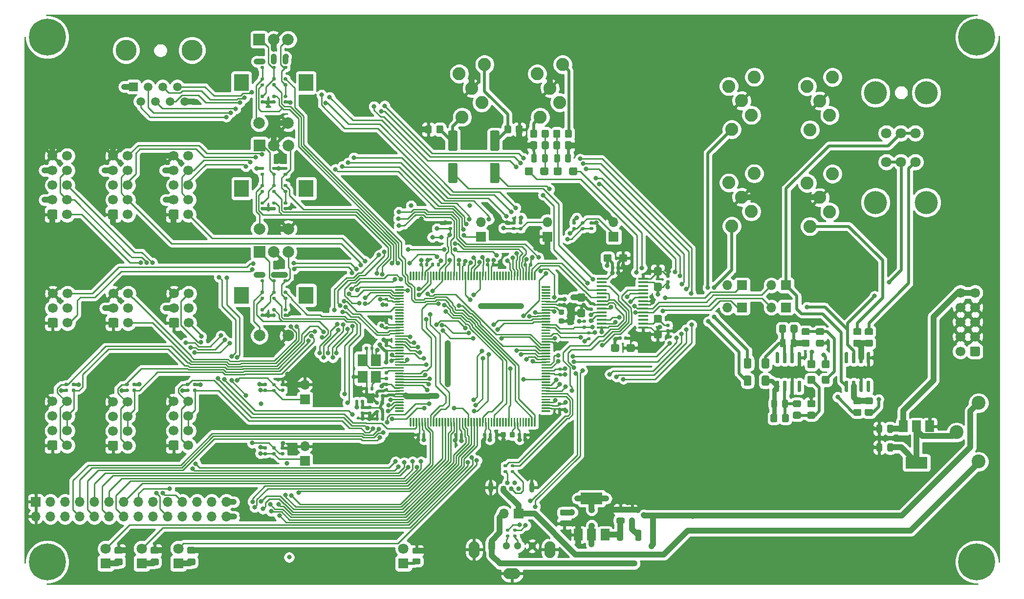
<source format=gbr>
%TF.GenerationSoftware,KiCad,Pcbnew,(5.1.8-0-10_14)*%
%TF.CreationDate,2021-03-03T20:06:49+01:00*%
%TF.ProjectId,KLST_CORE,4b4c5354-5f43-44f5-9245-2e6b69636164,v0.1*%
%TF.SameCoordinates,Original*%
%TF.FileFunction,Copper,L1,Top*%
%TF.FilePolarity,Positive*%
%FSLAX46Y46*%
G04 Gerber Fmt 4.6, Leading zero omitted, Abs format (unit mm)*
G04 Created by KiCad (PCBNEW (5.1.8-0-10_14)) date 2021-03-03 20:06:49*
%MOMM*%
%LPD*%
G01*
G04 APERTURE LIST*
%TA.AperFunction,ComponentPad*%
%ADD10C,1.700000*%
%TD*%
%TA.AperFunction,ComponentPad*%
%ADD11O,1.700000X1.700000*%
%TD*%
%TA.AperFunction,ComponentPad*%
%ADD12R,1.700000X1.700000*%
%TD*%
%TA.AperFunction,ComponentPad*%
%ADD13R,2.000000X2.000000*%
%TD*%
%TA.AperFunction,ComponentPad*%
%ADD14C,2.000000*%
%TD*%
%TA.AperFunction,ComponentPad*%
%ADD15R,2.500000X3.000000*%
%TD*%
%TA.AperFunction,WasherPad*%
%ADD16C,3.650000*%
%TD*%
%TA.AperFunction,ComponentPad*%
%ADD17R,1.500000X1.500000*%
%TD*%
%TA.AperFunction,ComponentPad*%
%ADD18C,1.500000*%
%TD*%
%TA.AperFunction,ComponentPad*%
%ADD19C,1.800000*%
%TD*%
%TA.AperFunction,ComponentPad*%
%ADD20R,1.800000X1.800000*%
%TD*%
%TA.AperFunction,ComponentPad*%
%ADD21C,2.250000*%
%TD*%
%TA.AperFunction,SMDPad,CuDef*%
%ADD22R,1.500000X2.000000*%
%TD*%
%TA.AperFunction,SMDPad,CuDef*%
%ADD23R,3.800000X2.000000*%
%TD*%
%TA.AperFunction,SMDPad,CuDef*%
%ADD24R,1.800000X2.100000*%
%TD*%
%TA.AperFunction,SMDPad,CuDef*%
%ADD25R,1.750000X0.450000*%
%TD*%
%TA.AperFunction,ComponentPad*%
%ADD26C,2.400000*%
%TD*%
%TA.AperFunction,WasherPad*%
%ADD27C,4.000000*%
%TD*%
%TA.AperFunction,SMDPad,CuDef*%
%ADD28R,0.900000X0.800000*%
%TD*%
%TA.AperFunction,ComponentPad*%
%ADD29O,0.850000X1.850000*%
%TD*%
%TA.AperFunction,ComponentPad*%
%ADD30C,0.840000*%
%TD*%
%TA.AperFunction,ComponentPad*%
%ADD31R,0.840000X0.840000*%
%TD*%
%TA.AperFunction,ComponentPad*%
%ADD32O,2.900000X1.900000*%
%TD*%
%TA.AperFunction,ComponentPad*%
%ADD33O,1.900000X2.900000*%
%TD*%
%TA.AperFunction,ComponentPad*%
%ADD34C,1.300000*%
%TD*%
%TA.AperFunction,ComponentPad*%
%ADD35R,1.300000X1.300000*%
%TD*%
%TA.AperFunction,ComponentPad*%
%ADD36C,0.800000*%
%TD*%
%TA.AperFunction,ComponentPad*%
%ADD37C,6.400000*%
%TD*%
%TA.AperFunction,ViaPad*%
%ADD38C,0.800000*%
%TD*%
%TA.AperFunction,Conductor*%
%ADD39C,0.250000*%
%TD*%
%TA.AperFunction,Conductor*%
%ADD40C,1.000000*%
%TD*%
%TA.AperFunction,Conductor*%
%ADD41C,0.500000*%
%TD*%
%TA.AperFunction,Conductor*%
%ADD42C,0.750000*%
%TD*%
%TA.AperFunction,Conductor*%
%ADD43C,0.254000*%
%TD*%
%TA.AperFunction,Conductor*%
%ADD44C,0.100000*%
%TD*%
G04 APERTURE END LIST*
%TO.P,U1,176*%
%TO.N,N/C*%
%TA.AperFunction,SMDPad,CuDef*%
G36*
G01*
X111280000Y-99590000D02*
X111280000Y-98240000D01*
G75*
G02*
X111355000Y-98165000I75000J0D01*
G01*
X111505000Y-98165000D01*
G75*
G02*
X111580000Y-98240000I0J-75000D01*
G01*
X111580000Y-99590000D01*
G75*
G02*
X111505000Y-99665000I-75000J0D01*
G01*
X111355000Y-99665000D01*
G75*
G02*
X111280000Y-99590000I0J75000D01*
G01*
G37*
%TD.AperFunction*%
%TO.P,U1,175*%
%TA.AperFunction,SMDPad,CuDef*%
G36*
G01*
X111780000Y-99590000D02*
X111780000Y-98240000D01*
G75*
G02*
X111855000Y-98165000I75000J0D01*
G01*
X112005000Y-98165000D01*
G75*
G02*
X112080000Y-98240000I0J-75000D01*
G01*
X112080000Y-99590000D01*
G75*
G02*
X112005000Y-99665000I-75000J0D01*
G01*
X111855000Y-99665000D01*
G75*
G02*
X111780000Y-99590000I0J75000D01*
G01*
G37*
%TD.AperFunction*%
%TO.P,U1,174*%
%TA.AperFunction,SMDPad,CuDef*%
G36*
G01*
X112280000Y-99590000D02*
X112280000Y-98240000D01*
G75*
G02*
X112355000Y-98165000I75000J0D01*
G01*
X112505000Y-98165000D01*
G75*
G02*
X112580000Y-98240000I0J-75000D01*
G01*
X112580000Y-99590000D01*
G75*
G02*
X112505000Y-99665000I-75000J0D01*
G01*
X112355000Y-99665000D01*
G75*
G02*
X112280000Y-99590000I0J75000D01*
G01*
G37*
%TD.AperFunction*%
%TO.P,U1,173*%
%TA.AperFunction,SMDPad,CuDef*%
G36*
G01*
X112780000Y-99590000D02*
X112780000Y-98240000D01*
G75*
G02*
X112855000Y-98165000I75000J0D01*
G01*
X113005000Y-98165000D01*
G75*
G02*
X113080000Y-98240000I0J-75000D01*
G01*
X113080000Y-99590000D01*
G75*
G02*
X113005000Y-99665000I-75000J0D01*
G01*
X112855000Y-99665000D01*
G75*
G02*
X112780000Y-99590000I0J75000D01*
G01*
G37*
%TD.AperFunction*%
%TO.P,U1,172*%
%TO.N,+3V3*%
%TA.AperFunction,SMDPad,CuDef*%
G36*
G01*
X113280000Y-99590000D02*
X113280000Y-98240000D01*
G75*
G02*
X113355000Y-98165000I75000J0D01*
G01*
X113505000Y-98165000D01*
G75*
G02*
X113580000Y-98240000I0J-75000D01*
G01*
X113580000Y-99590000D01*
G75*
G02*
X113505000Y-99665000I-75000J0D01*
G01*
X113355000Y-99665000D01*
G75*
G02*
X113280000Y-99590000I0J75000D01*
G01*
G37*
%TD.AperFunction*%
%TO.P,U1,171*%
%TO.N,/PDR_ON*%
%TA.AperFunction,SMDPad,CuDef*%
G36*
G01*
X113780000Y-99590000D02*
X113780000Y-98240000D01*
G75*
G02*
X113855000Y-98165000I75000J0D01*
G01*
X114005000Y-98165000D01*
G75*
G02*
X114080000Y-98240000I0J-75000D01*
G01*
X114080000Y-99590000D01*
G75*
G02*
X114005000Y-99665000I-75000J0D01*
G01*
X113855000Y-99665000D01*
G75*
G02*
X113780000Y-99590000I0J75000D01*
G01*
G37*
%TD.AperFunction*%
%TO.P,U1,170*%
%TO.N,/SDCARD_DETECT_SDIO*%
%TA.AperFunction,SMDPad,CuDef*%
G36*
G01*
X114280000Y-99590000D02*
X114280000Y-98240000D01*
G75*
G02*
X114355000Y-98165000I75000J0D01*
G01*
X114505000Y-98165000D01*
G75*
G02*
X114580000Y-98240000I0J-75000D01*
G01*
X114580000Y-99590000D01*
G75*
G02*
X114505000Y-99665000I-75000J0D01*
G01*
X114355000Y-99665000D01*
G75*
G02*
X114280000Y-99590000I0J75000D01*
G01*
G37*
%TD.AperFunction*%
%TO.P,U1,169*%
%TO.N,/SDCARD_CS*%
%TA.AperFunction,SMDPad,CuDef*%
G36*
G01*
X114780000Y-99590000D02*
X114780000Y-98240000D01*
G75*
G02*
X114855000Y-98165000I75000J0D01*
G01*
X115005000Y-98165000D01*
G75*
G02*
X115080000Y-98240000I0J-75000D01*
G01*
X115080000Y-99590000D01*
G75*
G02*
X115005000Y-99665000I-75000J0D01*
G01*
X114855000Y-99665000D01*
G75*
G02*
X114780000Y-99590000I0J75000D01*
G01*
G37*
%TD.AperFunction*%
%TO.P,U1,168*%
%TO.N,N/C*%
%TA.AperFunction,SMDPad,CuDef*%
G36*
G01*
X115280000Y-99590000D02*
X115280000Y-98240000D01*
G75*
G02*
X115355000Y-98165000I75000J0D01*
G01*
X115505000Y-98165000D01*
G75*
G02*
X115580000Y-98240000I0J-75000D01*
G01*
X115580000Y-99590000D01*
G75*
G02*
X115505000Y-99665000I-75000J0D01*
G01*
X115355000Y-99665000D01*
G75*
G02*
X115280000Y-99590000I0J75000D01*
G01*
G37*
%TD.AperFunction*%
%TO.P,U1,167*%
%TA.AperFunction,SMDPad,CuDef*%
G36*
G01*
X115780000Y-99590000D02*
X115780000Y-98240000D01*
G75*
G02*
X115855000Y-98165000I75000J0D01*
G01*
X116005000Y-98165000D01*
G75*
G02*
X116080000Y-98240000I0J-75000D01*
G01*
X116080000Y-99590000D01*
G75*
G02*
X116005000Y-99665000I-75000J0D01*
G01*
X115855000Y-99665000D01*
G75*
G02*
X115780000Y-99590000I0J75000D01*
G01*
G37*
%TD.AperFunction*%
%TO.P,U1,166*%
%TO.N,/BOOT_FLASH*%
%TA.AperFunction,SMDPad,CuDef*%
G36*
G01*
X116280000Y-99590000D02*
X116280000Y-98240000D01*
G75*
G02*
X116355000Y-98165000I75000J0D01*
G01*
X116505000Y-98165000D01*
G75*
G02*
X116580000Y-98240000I0J-75000D01*
G01*
X116580000Y-99590000D01*
G75*
G02*
X116505000Y-99665000I-75000J0D01*
G01*
X116355000Y-99665000D01*
G75*
G02*
X116280000Y-99590000I0J75000D01*
G01*
G37*
%TD.AperFunction*%
%TO.P,U1,165*%
%TO.N,/I2C_01_SDA*%
%TA.AperFunction,SMDPad,CuDef*%
G36*
G01*
X116780000Y-99590000D02*
X116780000Y-98240000D01*
G75*
G02*
X116855000Y-98165000I75000J0D01*
G01*
X117005000Y-98165000D01*
G75*
G02*
X117080000Y-98240000I0J-75000D01*
G01*
X117080000Y-99590000D01*
G75*
G02*
X117005000Y-99665000I-75000J0D01*
G01*
X116855000Y-99665000D01*
G75*
G02*
X116780000Y-99590000I0J75000D01*
G01*
G37*
%TD.AperFunction*%
%TO.P,U1,164*%
%TO.N,/I2C_01_SCL*%
%TA.AperFunction,SMDPad,CuDef*%
G36*
G01*
X117280000Y-99590000D02*
X117280000Y-98240000D01*
G75*
G02*
X117355000Y-98165000I75000J0D01*
G01*
X117505000Y-98165000D01*
G75*
G02*
X117580000Y-98240000I0J-75000D01*
G01*
X117580000Y-99590000D01*
G75*
G02*
X117505000Y-99665000I-75000J0D01*
G01*
X117355000Y-99665000D01*
G75*
G02*
X117280000Y-99590000I0J75000D01*
G01*
G37*
%TD.AperFunction*%
%TO.P,U1,163*%
%TO.N,N/C*%
%TA.AperFunction,SMDPad,CuDef*%
G36*
G01*
X117780000Y-99590000D02*
X117780000Y-98240000D01*
G75*
G02*
X117855000Y-98165000I75000J0D01*
G01*
X118005000Y-98165000D01*
G75*
G02*
X118080000Y-98240000I0J-75000D01*
G01*
X118080000Y-99590000D01*
G75*
G02*
X118005000Y-99665000I-75000J0D01*
G01*
X117855000Y-99665000D01*
G75*
G02*
X117780000Y-99590000I0J75000D01*
G01*
G37*
%TD.AperFunction*%
%TO.P,U1,162*%
%TA.AperFunction,SMDPad,CuDef*%
G36*
G01*
X118280000Y-99590000D02*
X118280000Y-98240000D01*
G75*
G02*
X118355000Y-98165000I75000J0D01*
G01*
X118505000Y-98165000D01*
G75*
G02*
X118580000Y-98240000I0J-75000D01*
G01*
X118580000Y-99590000D01*
G75*
G02*
X118505000Y-99665000I-75000J0D01*
G01*
X118355000Y-99665000D01*
G75*
G02*
X118280000Y-99590000I0J75000D01*
G01*
G37*
%TD.AperFunction*%
%TO.P,U1,161*%
%TO.N,/SWD_SWO*%
%TA.AperFunction,SMDPad,CuDef*%
G36*
G01*
X118780000Y-99590000D02*
X118780000Y-98240000D01*
G75*
G02*
X118855000Y-98165000I75000J0D01*
G01*
X119005000Y-98165000D01*
G75*
G02*
X119080000Y-98240000I0J-75000D01*
G01*
X119080000Y-99590000D01*
G75*
G02*
X119005000Y-99665000I-75000J0D01*
G01*
X118855000Y-99665000D01*
G75*
G02*
X118780000Y-99590000I0J75000D01*
G01*
G37*
%TD.AperFunction*%
%TO.P,U1,160*%
%TO.N,N/C*%
%TA.AperFunction,SMDPad,CuDef*%
G36*
G01*
X119280000Y-99590000D02*
X119280000Y-98240000D01*
G75*
G02*
X119355000Y-98165000I75000J0D01*
G01*
X119505000Y-98165000D01*
G75*
G02*
X119580000Y-98240000I0J-75000D01*
G01*
X119580000Y-99590000D01*
G75*
G02*
X119505000Y-99665000I-75000J0D01*
G01*
X119355000Y-99665000D01*
G75*
G02*
X119280000Y-99590000I0J75000D01*
G01*
G37*
%TD.AperFunction*%
%TO.P,U1,159*%
%TO.N,+3V3*%
%TA.AperFunction,SMDPad,CuDef*%
G36*
G01*
X119780000Y-99590000D02*
X119780000Y-98240000D01*
G75*
G02*
X119855000Y-98165000I75000J0D01*
G01*
X120005000Y-98165000D01*
G75*
G02*
X120080000Y-98240000I0J-75000D01*
G01*
X120080000Y-99590000D01*
G75*
G02*
X120005000Y-99665000I-75000J0D01*
G01*
X119855000Y-99665000D01*
G75*
G02*
X119780000Y-99590000I0J75000D01*
G01*
G37*
%TD.AperFunction*%
%TO.P,U1,158*%
%TO.N,GND*%
%TA.AperFunction,SMDPad,CuDef*%
G36*
G01*
X120280000Y-99590000D02*
X120280000Y-98240000D01*
G75*
G02*
X120355000Y-98165000I75000J0D01*
G01*
X120505000Y-98165000D01*
G75*
G02*
X120580000Y-98240000I0J-75000D01*
G01*
X120580000Y-99590000D01*
G75*
G02*
X120505000Y-99665000I-75000J0D01*
G01*
X120355000Y-99665000D01*
G75*
G02*
X120280000Y-99590000I0J75000D01*
G01*
G37*
%TD.AperFunction*%
%TO.P,U1,157*%
%TO.N,/USART_00_TX*%
%TA.AperFunction,SMDPad,CuDef*%
G36*
G01*
X120780000Y-99590000D02*
X120780000Y-98240000D01*
G75*
G02*
X120855000Y-98165000I75000J0D01*
G01*
X121005000Y-98165000D01*
G75*
G02*
X121080000Y-98240000I0J-75000D01*
G01*
X121080000Y-99590000D01*
G75*
G02*
X121005000Y-99665000I-75000J0D01*
G01*
X120855000Y-99665000D01*
G75*
G02*
X120780000Y-99590000I0J75000D01*
G01*
G37*
%TD.AperFunction*%
%TO.P,U1,156*%
%TO.N,/SPI_02_SCK*%
%TA.AperFunction,SMDPad,CuDef*%
G36*
G01*
X121280000Y-99590000D02*
X121280000Y-98240000D01*
G75*
G02*
X121355000Y-98165000I75000J0D01*
G01*
X121505000Y-98165000D01*
G75*
G02*
X121580000Y-98240000I0J-75000D01*
G01*
X121580000Y-99590000D01*
G75*
G02*
X121505000Y-99665000I-75000J0D01*
G01*
X121355000Y-99665000D01*
G75*
G02*
X121280000Y-99590000I0J75000D01*
G01*
G37*
%TD.AperFunction*%
%TO.P,U1,155*%
%TO.N,/SPI_02_MISO*%
%TA.AperFunction,SMDPad,CuDef*%
G36*
G01*
X121780000Y-99590000D02*
X121780000Y-98240000D01*
G75*
G02*
X121855000Y-98165000I75000J0D01*
G01*
X122005000Y-98165000D01*
G75*
G02*
X122080000Y-98240000I0J-75000D01*
G01*
X122080000Y-99590000D01*
G75*
G02*
X122005000Y-99665000I-75000J0D01*
G01*
X121855000Y-99665000D01*
G75*
G02*
X121780000Y-99590000I0J75000D01*
G01*
G37*
%TD.AperFunction*%
%TO.P,U1,154*%
%TO.N,/SPI_01_SCK*%
%TA.AperFunction,SMDPad,CuDef*%
G36*
G01*
X122280000Y-99590000D02*
X122280000Y-98240000D01*
G75*
G02*
X122355000Y-98165000I75000J0D01*
G01*
X122505000Y-98165000D01*
G75*
G02*
X122580000Y-98240000I0J-75000D01*
G01*
X122580000Y-99590000D01*
G75*
G02*
X122505000Y-99665000I-75000J0D01*
G01*
X122355000Y-99665000D01*
G75*
G02*
X122280000Y-99590000I0J75000D01*
G01*
G37*
%TD.AperFunction*%
%TO.P,U1,153*%
%TO.N,N/C*%
%TA.AperFunction,SMDPad,CuDef*%
G36*
G01*
X122780000Y-99590000D02*
X122780000Y-98240000D01*
G75*
G02*
X122855000Y-98165000I75000J0D01*
G01*
X123005000Y-98165000D01*
G75*
G02*
X123080000Y-98240000I0J-75000D01*
G01*
X123080000Y-99590000D01*
G75*
G02*
X123005000Y-99665000I-75000J0D01*
G01*
X122855000Y-99665000D01*
G75*
G02*
X122780000Y-99590000I0J75000D01*
G01*
G37*
%TD.AperFunction*%
%TO.P,U1,152*%
%TO.N,/USART_00_RX*%
%TA.AperFunction,SMDPad,CuDef*%
G36*
G01*
X123280000Y-99590000D02*
X123280000Y-98240000D01*
G75*
G02*
X123355000Y-98165000I75000J0D01*
G01*
X123505000Y-98165000D01*
G75*
G02*
X123580000Y-98240000I0J-75000D01*
G01*
X123580000Y-99590000D01*
G75*
G02*
X123505000Y-99665000I-75000J0D01*
G01*
X123355000Y-99665000D01*
G75*
G02*
X123280000Y-99590000I0J75000D01*
G01*
G37*
%TD.AperFunction*%
%TO.P,U1,151*%
%TO.N,/SPI_01_MOSI*%
%TA.AperFunction,SMDPad,CuDef*%
G36*
G01*
X123780000Y-99590000D02*
X123780000Y-98240000D01*
G75*
G02*
X123855000Y-98165000I75000J0D01*
G01*
X124005000Y-98165000D01*
G75*
G02*
X124080000Y-98240000I0J-75000D01*
G01*
X124080000Y-99590000D01*
G75*
G02*
X124005000Y-99665000I-75000J0D01*
G01*
X123855000Y-99665000D01*
G75*
G02*
X123780000Y-99590000I0J75000D01*
G01*
G37*
%TD.AperFunction*%
%TO.P,U1,150*%
%TO.N,N/C*%
%TA.AperFunction,SMDPad,CuDef*%
G36*
G01*
X124280000Y-99590000D02*
X124280000Y-98240000D01*
G75*
G02*
X124355000Y-98165000I75000J0D01*
G01*
X124505000Y-98165000D01*
G75*
G02*
X124580000Y-98240000I0J-75000D01*
G01*
X124580000Y-99590000D01*
G75*
G02*
X124505000Y-99665000I-75000J0D01*
G01*
X124355000Y-99665000D01*
G75*
G02*
X124280000Y-99590000I0J75000D01*
G01*
G37*
%TD.AperFunction*%
%TO.P,U1,149*%
%TO.N,+3V3*%
%TA.AperFunction,SMDPad,CuDef*%
G36*
G01*
X124780000Y-99590000D02*
X124780000Y-98240000D01*
G75*
G02*
X124855000Y-98165000I75000J0D01*
G01*
X125005000Y-98165000D01*
G75*
G02*
X125080000Y-98240000I0J-75000D01*
G01*
X125080000Y-99590000D01*
G75*
G02*
X125005000Y-99665000I-75000J0D01*
G01*
X124855000Y-99665000D01*
G75*
G02*
X124780000Y-99590000I0J75000D01*
G01*
G37*
%TD.AperFunction*%
%TO.P,U1,148*%
%TO.N,GND*%
%TA.AperFunction,SMDPad,CuDef*%
G36*
G01*
X125280000Y-99590000D02*
X125280000Y-98240000D01*
G75*
G02*
X125355000Y-98165000I75000J0D01*
G01*
X125505000Y-98165000D01*
G75*
G02*
X125580000Y-98240000I0J-75000D01*
G01*
X125580000Y-99590000D01*
G75*
G02*
X125505000Y-99665000I-75000J0D01*
G01*
X125355000Y-99665000D01*
G75*
G02*
X125280000Y-99590000I0J75000D01*
G01*
G37*
%TD.AperFunction*%
%TO.P,U1,147*%
%TO.N,N/C*%
%TA.AperFunction,SMDPad,CuDef*%
G36*
G01*
X125780000Y-99590000D02*
X125780000Y-98240000D01*
G75*
G02*
X125855000Y-98165000I75000J0D01*
G01*
X126005000Y-98165000D01*
G75*
G02*
X126080000Y-98240000I0J-75000D01*
G01*
X126080000Y-99590000D01*
G75*
G02*
X126005000Y-99665000I-75000J0D01*
G01*
X125855000Y-99665000D01*
G75*
G02*
X125780000Y-99590000I0J75000D01*
G01*
G37*
%TD.AperFunction*%
%TO.P,U1,146*%
%TA.AperFunction,SMDPad,CuDef*%
G36*
G01*
X126280000Y-99590000D02*
X126280000Y-98240000D01*
G75*
G02*
X126355000Y-98165000I75000J0D01*
G01*
X126505000Y-98165000D01*
G75*
G02*
X126580000Y-98240000I0J-75000D01*
G01*
X126580000Y-99590000D01*
G75*
G02*
X126505000Y-99665000I-75000J0D01*
G01*
X126355000Y-99665000D01*
G75*
G02*
X126280000Y-99590000I0J75000D01*
G01*
G37*
%TD.AperFunction*%
%TO.P,U1,145*%
%TA.AperFunction,SMDPad,CuDef*%
G36*
G01*
X126780000Y-99590000D02*
X126780000Y-98240000D01*
G75*
G02*
X126855000Y-98165000I75000J0D01*
G01*
X127005000Y-98165000D01*
G75*
G02*
X127080000Y-98240000I0J-75000D01*
G01*
X127080000Y-99590000D01*
G75*
G02*
X127005000Y-99665000I-75000J0D01*
G01*
X126855000Y-99665000D01*
G75*
G02*
X126780000Y-99590000I0J75000D01*
G01*
G37*
%TD.AperFunction*%
%TO.P,U1,144*%
%TA.AperFunction,SMDPad,CuDef*%
G36*
G01*
X127280000Y-99590000D02*
X127280000Y-98240000D01*
G75*
G02*
X127355000Y-98165000I75000J0D01*
G01*
X127505000Y-98165000D01*
G75*
G02*
X127580000Y-98240000I0J-75000D01*
G01*
X127580000Y-99590000D01*
G75*
G02*
X127505000Y-99665000I-75000J0D01*
G01*
X127355000Y-99665000D01*
G75*
G02*
X127280000Y-99590000I0J75000D01*
G01*
G37*
%TD.AperFunction*%
%TO.P,U1,143*%
%TA.AperFunction,SMDPad,CuDef*%
G36*
G01*
X127780000Y-99590000D02*
X127780000Y-98240000D01*
G75*
G02*
X127855000Y-98165000I75000J0D01*
G01*
X128005000Y-98165000D01*
G75*
G02*
X128080000Y-98240000I0J-75000D01*
G01*
X128080000Y-99590000D01*
G75*
G02*
X128005000Y-99665000I-75000J0D01*
G01*
X127855000Y-99665000D01*
G75*
G02*
X127780000Y-99590000I0J75000D01*
G01*
G37*
%TD.AperFunction*%
%TO.P,U1,142*%
%TA.AperFunction,SMDPad,CuDef*%
G36*
G01*
X128280000Y-99590000D02*
X128280000Y-98240000D01*
G75*
G02*
X128355000Y-98165000I75000J0D01*
G01*
X128505000Y-98165000D01*
G75*
G02*
X128580000Y-98240000I0J-75000D01*
G01*
X128580000Y-99590000D01*
G75*
G02*
X128505000Y-99665000I-75000J0D01*
G01*
X128355000Y-99665000D01*
G75*
G02*
X128280000Y-99590000I0J75000D01*
G01*
G37*
%TD.AperFunction*%
%TO.P,U1,141*%
%TO.N,/RJ45_SPI_MOSI*%
%TA.AperFunction,SMDPad,CuDef*%
G36*
G01*
X128780000Y-99590000D02*
X128780000Y-98240000D01*
G75*
G02*
X128855000Y-98165000I75000J0D01*
G01*
X129005000Y-98165000D01*
G75*
G02*
X129080000Y-98240000I0J-75000D01*
G01*
X129080000Y-99590000D01*
G75*
G02*
X129005000Y-99665000I-75000J0D01*
G01*
X128855000Y-99665000D01*
G75*
G02*
X128780000Y-99590000I0J75000D01*
G01*
G37*
%TD.AperFunction*%
%TO.P,U1,140*%
%TO.N,/RJ45_SPI_MISO*%
%TA.AperFunction,SMDPad,CuDef*%
G36*
G01*
X129280000Y-99590000D02*
X129280000Y-98240000D01*
G75*
G02*
X129355000Y-98165000I75000J0D01*
G01*
X129505000Y-98165000D01*
G75*
G02*
X129580000Y-98240000I0J-75000D01*
G01*
X129580000Y-99590000D01*
G75*
G02*
X129505000Y-99665000I-75000J0D01*
G01*
X129355000Y-99665000D01*
G75*
G02*
X129280000Y-99590000I0J75000D01*
G01*
G37*
%TD.AperFunction*%
%TO.P,U1,139*%
%TO.N,/RJ45_SPI_SCK*%
%TA.AperFunction,SMDPad,CuDef*%
G36*
G01*
X129780000Y-99590000D02*
X129780000Y-98240000D01*
G75*
G02*
X129855000Y-98165000I75000J0D01*
G01*
X130005000Y-98165000D01*
G75*
G02*
X130080000Y-98240000I0J-75000D01*
G01*
X130080000Y-99590000D01*
G75*
G02*
X130005000Y-99665000I-75000J0D01*
G01*
X129855000Y-99665000D01*
G75*
G02*
X129780000Y-99590000I0J75000D01*
G01*
G37*
%TD.AperFunction*%
%TO.P,U1,138*%
%TO.N,/SWD_SWI*%
%TA.AperFunction,SMDPad,CuDef*%
G36*
G01*
X130280000Y-99590000D02*
X130280000Y-98240000D01*
G75*
G02*
X130355000Y-98165000I75000J0D01*
G01*
X130505000Y-98165000D01*
G75*
G02*
X130580000Y-98240000I0J-75000D01*
G01*
X130580000Y-99590000D01*
G75*
G02*
X130505000Y-99665000I-75000J0D01*
G01*
X130355000Y-99665000D01*
G75*
G02*
X130280000Y-99590000I0J75000D01*
G01*
G37*
%TD.AperFunction*%
%TO.P,U1,137*%
%TO.N,/SWD_SWCLK*%
%TA.AperFunction,SMDPad,CuDef*%
G36*
G01*
X130780000Y-99590000D02*
X130780000Y-98240000D01*
G75*
G02*
X130855000Y-98165000I75000J0D01*
G01*
X131005000Y-98165000D01*
G75*
G02*
X131080000Y-98240000I0J-75000D01*
G01*
X131080000Y-99590000D01*
G75*
G02*
X131005000Y-99665000I-75000J0D01*
G01*
X130855000Y-99665000D01*
G75*
G02*
X130780000Y-99590000I0J75000D01*
G01*
G37*
%TD.AperFunction*%
%TO.P,U1,136*%
%TO.N,+3V3*%
%TA.AperFunction,SMDPad,CuDef*%
G36*
G01*
X131280000Y-99590000D02*
X131280000Y-98240000D01*
G75*
G02*
X131355000Y-98165000I75000J0D01*
G01*
X131505000Y-98165000D01*
G75*
G02*
X131580000Y-98240000I0J-75000D01*
G01*
X131580000Y-99590000D01*
G75*
G02*
X131505000Y-99665000I-75000J0D01*
G01*
X131355000Y-99665000D01*
G75*
G02*
X131280000Y-99590000I0J75000D01*
G01*
G37*
%TD.AperFunction*%
%TO.P,U1,135*%
%TO.N,GND*%
%TA.AperFunction,SMDPad,CuDef*%
G36*
G01*
X131780000Y-99590000D02*
X131780000Y-98240000D01*
G75*
G02*
X131855000Y-98165000I75000J0D01*
G01*
X132005000Y-98165000D01*
G75*
G02*
X132080000Y-98240000I0J-75000D01*
G01*
X132080000Y-99590000D01*
G75*
G02*
X132005000Y-99665000I-75000J0D01*
G01*
X131855000Y-99665000D01*
G75*
G02*
X131780000Y-99590000I0J75000D01*
G01*
G37*
%TD.AperFunction*%
%TO.P,U1,134*%
%TO.N,/AUDIOCODEC_I2S_SDO*%
%TA.AperFunction,SMDPad,CuDef*%
G36*
G01*
X132280000Y-99590000D02*
X132280000Y-98240000D01*
G75*
G02*
X132355000Y-98165000I75000J0D01*
G01*
X132505000Y-98165000D01*
G75*
G02*
X132580000Y-98240000I0J-75000D01*
G01*
X132580000Y-99590000D01*
G75*
G02*
X132505000Y-99665000I-75000J0D01*
G01*
X132355000Y-99665000D01*
G75*
G02*
X132280000Y-99590000I0J75000D01*
G01*
G37*
%TD.AperFunction*%
%TO.P,U1,133*%
%TO.N,/AUDIOCODEC_I2S_SDI*%
%TA.AperFunction,SMDPad,CuDef*%
G36*
G01*
X132780000Y-99590000D02*
X132780000Y-98240000D01*
G75*
G02*
X132855000Y-98165000I75000J0D01*
G01*
X133005000Y-98165000D01*
G75*
G02*
X133080000Y-98240000I0J-75000D01*
G01*
X133080000Y-99590000D01*
G75*
G02*
X133005000Y-99665000I-75000J0D01*
G01*
X132855000Y-99665000D01*
G75*
G02*
X132780000Y-99590000I0J75000D01*
G01*
G37*
%TD.AperFunction*%
%TO.P,U1,132*%
%TO.N,N/C*%
%TA.AperFunction,SMDPad,CuDef*%
G36*
G01*
X134105000Y-100915000D02*
X134105000Y-100765000D01*
G75*
G02*
X134180000Y-100690000I75000J0D01*
G01*
X135530000Y-100690000D01*
G75*
G02*
X135605000Y-100765000I0J-75000D01*
G01*
X135605000Y-100915000D01*
G75*
G02*
X135530000Y-100990000I-75000J0D01*
G01*
X134180000Y-100990000D01*
G75*
G02*
X134105000Y-100915000I0J75000D01*
G01*
G37*
%TD.AperFunction*%
%TO.P,U1,131*%
%TA.AperFunction,SMDPad,CuDef*%
G36*
G01*
X134105000Y-101415000D02*
X134105000Y-101265000D01*
G75*
G02*
X134180000Y-101190000I75000J0D01*
G01*
X135530000Y-101190000D01*
G75*
G02*
X135605000Y-101265000I0J-75000D01*
G01*
X135605000Y-101415000D01*
G75*
G02*
X135530000Y-101490000I-75000J0D01*
G01*
X134180000Y-101490000D01*
G75*
G02*
X134105000Y-101415000I0J75000D01*
G01*
G37*
%TD.AperFunction*%
%TO.P,U1,130*%
%TA.AperFunction,SMDPad,CuDef*%
G36*
G01*
X134105000Y-101915000D02*
X134105000Y-101765000D01*
G75*
G02*
X134180000Y-101690000I75000J0D01*
G01*
X135530000Y-101690000D01*
G75*
G02*
X135605000Y-101765000I0J-75000D01*
G01*
X135605000Y-101915000D01*
G75*
G02*
X135530000Y-101990000I-75000J0D01*
G01*
X134180000Y-101990000D01*
G75*
G02*
X134105000Y-101915000I0J75000D01*
G01*
G37*
%TD.AperFunction*%
%TO.P,U1,129*%
%TA.AperFunction,SMDPad,CuDef*%
G36*
G01*
X134105000Y-102415000D02*
X134105000Y-102265000D01*
G75*
G02*
X134180000Y-102190000I75000J0D01*
G01*
X135530000Y-102190000D01*
G75*
G02*
X135605000Y-102265000I0J-75000D01*
G01*
X135605000Y-102415000D01*
G75*
G02*
X135530000Y-102490000I-75000J0D01*
G01*
X134180000Y-102490000D01*
G75*
G02*
X134105000Y-102415000I0J75000D01*
G01*
G37*
%TD.AperFunction*%
%TO.P,U1,128*%
%TA.AperFunction,SMDPad,CuDef*%
G36*
G01*
X134105000Y-102915000D02*
X134105000Y-102765000D01*
G75*
G02*
X134180000Y-102690000I75000J0D01*
G01*
X135530000Y-102690000D01*
G75*
G02*
X135605000Y-102765000I0J-75000D01*
G01*
X135605000Y-102915000D01*
G75*
G02*
X135530000Y-102990000I-75000J0D01*
G01*
X134180000Y-102990000D01*
G75*
G02*
X134105000Y-102915000I0J75000D01*
G01*
G37*
%TD.AperFunction*%
%TO.P,U1,127*%
%TO.N,+3V3*%
%TA.AperFunction,SMDPad,CuDef*%
G36*
G01*
X134105000Y-103415000D02*
X134105000Y-103265000D01*
G75*
G02*
X134180000Y-103190000I75000J0D01*
G01*
X135530000Y-103190000D01*
G75*
G02*
X135605000Y-103265000I0J-75000D01*
G01*
X135605000Y-103415000D01*
G75*
G02*
X135530000Y-103490000I-75000J0D01*
G01*
X134180000Y-103490000D01*
G75*
G02*
X134105000Y-103415000I0J75000D01*
G01*
G37*
%TD.AperFunction*%
%TO.P,U1,126*%
%TO.N,GND*%
%TA.AperFunction,SMDPad,CuDef*%
G36*
G01*
X134105000Y-103915000D02*
X134105000Y-103765000D01*
G75*
G02*
X134180000Y-103690000I75000J0D01*
G01*
X135530000Y-103690000D01*
G75*
G02*
X135605000Y-103765000I0J-75000D01*
G01*
X135605000Y-103915000D01*
G75*
G02*
X135530000Y-103990000I-75000J0D01*
G01*
X134180000Y-103990000D01*
G75*
G02*
X134105000Y-103915000I0J75000D01*
G01*
G37*
%TD.AperFunction*%
%TO.P,U1,125*%
%TO.N,/VCAP2*%
%TA.AperFunction,SMDPad,CuDef*%
G36*
G01*
X134105000Y-104415000D02*
X134105000Y-104265000D01*
G75*
G02*
X134180000Y-104190000I75000J0D01*
G01*
X135530000Y-104190000D01*
G75*
G02*
X135605000Y-104265000I0J-75000D01*
G01*
X135605000Y-104415000D01*
G75*
G02*
X135530000Y-104490000I-75000J0D01*
G01*
X134180000Y-104490000D01*
G75*
G02*
X134105000Y-104415000I0J75000D01*
G01*
G37*
%TD.AperFunction*%
%TO.P,U1,124*%
%TO.N,/SWD_SWDIO*%
%TA.AperFunction,SMDPad,CuDef*%
G36*
G01*
X134105000Y-104915000D02*
X134105000Y-104765000D01*
G75*
G02*
X134180000Y-104690000I75000J0D01*
G01*
X135530000Y-104690000D01*
G75*
G02*
X135605000Y-104765000I0J-75000D01*
G01*
X135605000Y-104915000D01*
G75*
G02*
X135530000Y-104990000I-75000J0D01*
G01*
X134180000Y-104990000D01*
G75*
G02*
X134105000Y-104915000I0J75000D01*
G01*
G37*
%TD.AperFunction*%
%TO.P,U1,123*%
%TO.N,/USB_HOST_D+*%
%TA.AperFunction,SMDPad,CuDef*%
G36*
G01*
X134105000Y-105415000D02*
X134105000Y-105265000D01*
G75*
G02*
X134180000Y-105190000I75000J0D01*
G01*
X135530000Y-105190000D01*
G75*
G02*
X135605000Y-105265000I0J-75000D01*
G01*
X135605000Y-105415000D01*
G75*
G02*
X135530000Y-105490000I-75000J0D01*
G01*
X134180000Y-105490000D01*
G75*
G02*
X134105000Y-105415000I0J75000D01*
G01*
G37*
%TD.AperFunction*%
%TO.P,U1,122*%
%TO.N,/USB_HOST_D-*%
%TA.AperFunction,SMDPad,CuDef*%
G36*
G01*
X134105000Y-105915000D02*
X134105000Y-105765000D01*
G75*
G02*
X134180000Y-105690000I75000J0D01*
G01*
X135530000Y-105690000D01*
G75*
G02*
X135605000Y-105765000I0J-75000D01*
G01*
X135605000Y-105915000D01*
G75*
G02*
X135530000Y-105990000I-75000J0D01*
G01*
X134180000Y-105990000D01*
G75*
G02*
X134105000Y-105915000I0J75000D01*
G01*
G37*
%TD.AperFunction*%
%TO.P,U1,121*%
%TO.N,/USART_01_RX*%
%TA.AperFunction,SMDPad,CuDef*%
G36*
G01*
X134105000Y-106415000D02*
X134105000Y-106265000D01*
G75*
G02*
X134180000Y-106190000I75000J0D01*
G01*
X135530000Y-106190000D01*
G75*
G02*
X135605000Y-106265000I0J-75000D01*
G01*
X135605000Y-106415000D01*
G75*
G02*
X135530000Y-106490000I-75000J0D01*
G01*
X134180000Y-106490000D01*
G75*
G02*
X134105000Y-106415000I0J75000D01*
G01*
G37*
%TD.AperFunction*%
%TO.P,U1,120*%
%TO.N,/USART_01_TX*%
%TA.AperFunction,SMDPad,CuDef*%
G36*
G01*
X134105000Y-106915000D02*
X134105000Y-106765000D01*
G75*
G02*
X134180000Y-106690000I75000J0D01*
G01*
X135530000Y-106690000D01*
G75*
G02*
X135605000Y-106765000I0J-75000D01*
G01*
X135605000Y-106915000D01*
G75*
G02*
X135530000Y-106990000I-75000J0D01*
G01*
X134180000Y-106990000D01*
G75*
G02*
X134105000Y-106915000I0J75000D01*
G01*
G37*
%TD.AperFunction*%
%TO.P,U1,119*%
%TO.N,/AUDIOCODEC_I2C_SCL*%
%TA.AperFunction,SMDPad,CuDef*%
G36*
G01*
X134105000Y-107415000D02*
X134105000Y-107265000D01*
G75*
G02*
X134180000Y-107190000I75000J0D01*
G01*
X135530000Y-107190000D01*
G75*
G02*
X135605000Y-107265000I0J-75000D01*
G01*
X135605000Y-107415000D01*
G75*
G02*
X135530000Y-107490000I-75000J0D01*
G01*
X134180000Y-107490000D01*
G75*
G02*
X134105000Y-107415000I0J75000D01*
G01*
G37*
%TD.AperFunction*%
%TO.P,U1,118*%
%TO.N,/AUDIOCODEC_I2C_SDA*%
%TA.AperFunction,SMDPad,CuDef*%
G36*
G01*
X134105000Y-107915000D02*
X134105000Y-107765000D01*
G75*
G02*
X134180000Y-107690000I75000J0D01*
G01*
X135530000Y-107690000D01*
G75*
G02*
X135605000Y-107765000I0J-75000D01*
G01*
X135605000Y-107915000D01*
G75*
G02*
X135530000Y-107990000I-75000J0D01*
G01*
X134180000Y-107990000D01*
G75*
G02*
X134105000Y-107915000I0J75000D01*
G01*
G37*
%TD.AperFunction*%
%TO.P,U1,117*%
%TO.N,N/C*%
%TA.AperFunction,SMDPad,CuDef*%
G36*
G01*
X134105000Y-108415000D02*
X134105000Y-108265000D01*
G75*
G02*
X134180000Y-108190000I75000J0D01*
G01*
X135530000Y-108190000D01*
G75*
G02*
X135605000Y-108265000I0J-75000D01*
G01*
X135605000Y-108415000D01*
G75*
G02*
X135530000Y-108490000I-75000J0D01*
G01*
X134180000Y-108490000D01*
G75*
G02*
X134105000Y-108415000I0J75000D01*
G01*
G37*
%TD.AperFunction*%
%TO.P,U1,116*%
%TA.AperFunction,SMDPad,CuDef*%
G36*
G01*
X134105000Y-108915000D02*
X134105000Y-108765000D01*
G75*
G02*
X134180000Y-108690000I75000J0D01*
G01*
X135530000Y-108690000D01*
G75*
G02*
X135605000Y-108765000I0J-75000D01*
G01*
X135605000Y-108915000D01*
G75*
G02*
X135530000Y-108990000I-75000J0D01*
G01*
X134180000Y-108990000D01*
G75*
G02*
X134105000Y-108915000I0J75000D01*
G01*
G37*
%TD.AperFunction*%
%TO.P,U1,115*%
%TO.N,/AUDIOCODEC_I2S_MCK*%
%TA.AperFunction,SMDPad,CuDef*%
G36*
G01*
X134105000Y-109415000D02*
X134105000Y-109265000D01*
G75*
G02*
X134180000Y-109190000I75000J0D01*
G01*
X135530000Y-109190000D01*
G75*
G02*
X135605000Y-109265000I0J-75000D01*
G01*
X135605000Y-109415000D01*
G75*
G02*
X135530000Y-109490000I-75000J0D01*
G01*
X134180000Y-109490000D01*
G75*
G02*
X134105000Y-109415000I0J75000D01*
G01*
G37*
%TD.AperFunction*%
%TO.P,U1,114*%
%TO.N,+3V3*%
%TA.AperFunction,SMDPad,CuDef*%
G36*
G01*
X134105000Y-109915000D02*
X134105000Y-109765000D01*
G75*
G02*
X134180000Y-109690000I75000J0D01*
G01*
X135530000Y-109690000D01*
G75*
G02*
X135605000Y-109765000I0J-75000D01*
G01*
X135605000Y-109915000D01*
G75*
G02*
X135530000Y-109990000I-75000J0D01*
G01*
X134180000Y-109990000D01*
G75*
G02*
X134105000Y-109915000I0J75000D01*
G01*
G37*
%TD.AperFunction*%
%TO.P,U1,113*%
%TO.N,GND*%
%TA.AperFunction,SMDPad,CuDef*%
G36*
G01*
X134105000Y-110415000D02*
X134105000Y-110265000D01*
G75*
G02*
X134180000Y-110190000I75000J0D01*
G01*
X135530000Y-110190000D01*
G75*
G02*
X135605000Y-110265000I0J-75000D01*
G01*
X135605000Y-110415000D01*
G75*
G02*
X135530000Y-110490000I-75000J0D01*
G01*
X134180000Y-110490000D01*
G75*
G02*
X134105000Y-110415000I0J75000D01*
G01*
G37*
%TD.AperFunction*%
%TO.P,U1,112*%
%TO.N,/ENCODER_00_BUTTON*%
%TA.AperFunction,SMDPad,CuDef*%
G36*
G01*
X134105000Y-110915000D02*
X134105000Y-110765000D01*
G75*
G02*
X134180000Y-110690000I75000J0D01*
G01*
X135530000Y-110690000D01*
G75*
G02*
X135605000Y-110765000I0J-75000D01*
G01*
X135605000Y-110915000D01*
G75*
G02*
X135530000Y-110990000I-75000J0D01*
G01*
X134180000Y-110990000D01*
G75*
G02*
X134105000Y-110915000I0J75000D01*
G01*
G37*
%TD.AperFunction*%
%TO.P,U1,111*%
%TO.N,/ENCODER_02_BUTTON*%
%TA.AperFunction,SMDPad,CuDef*%
G36*
G01*
X134105000Y-111415000D02*
X134105000Y-111265000D01*
G75*
G02*
X134180000Y-111190000I75000J0D01*
G01*
X135530000Y-111190000D01*
G75*
G02*
X135605000Y-111265000I0J-75000D01*
G01*
X135605000Y-111415000D01*
G75*
G02*
X135530000Y-111490000I-75000J0D01*
G01*
X134180000Y-111490000D01*
G75*
G02*
X134105000Y-111415000I0J75000D01*
G01*
G37*
%TD.AperFunction*%
%TO.P,U1,110*%
%TO.N,/ENCODER_01_BUTTON*%
%TA.AperFunction,SMDPad,CuDef*%
G36*
G01*
X134105000Y-111915000D02*
X134105000Y-111765000D01*
G75*
G02*
X134180000Y-111690000I75000J0D01*
G01*
X135530000Y-111690000D01*
G75*
G02*
X135605000Y-111765000I0J-75000D01*
G01*
X135605000Y-111915000D01*
G75*
G02*
X135530000Y-111990000I-75000J0D01*
G01*
X134180000Y-111990000D01*
G75*
G02*
X134105000Y-111915000I0J75000D01*
G01*
G37*
%TD.AperFunction*%
%TO.P,U1,109*%
%TO.N,/LED_00*%
%TA.AperFunction,SMDPad,CuDef*%
G36*
G01*
X134105000Y-112415000D02*
X134105000Y-112265000D01*
G75*
G02*
X134180000Y-112190000I75000J0D01*
G01*
X135530000Y-112190000D01*
G75*
G02*
X135605000Y-112265000I0J-75000D01*
G01*
X135605000Y-112415000D01*
G75*
G02*
X135530000Y-112490000I-75000J0D01*
G01*
X134180000Y-112490000D01*
G75*
G02*
X134105000Y-112415000I0J75000D01*
G01*
G37*
%TD.AperFunction*%
%TO.P,U1,108*%
%TO.N,/LED_02*%
%TA.AperFunction,SMDPad,CuDef*%
G36*
G01*
X134105000Y-112915000D02*
X134105000Y-112765000D01*
G75*
G02*
X134180000Y-112690000I75000J0D01*
G01*
X135530000Y-112690000D01*
G75*
G02*
X135605000Y-112765000I0J-75000D01*
G01*
X135605000Y-112915000D01*
G75*
G02*
X135530000Y-112990000I-75000J0D01*
G01*
X134180000Y-112990000D01*
G75*
G02*
X134105000Y-112915000I0J75000D01*
G01*
G37*
%TD.AperFunction*%
%TO.P,U1,107*%
%TO.N,/LED_01*%
%TA.AperFunction,SMDPad,CuDef*%
G36*
G01*
X134105000Y-113415000D02*
X134105000Y-113265000D01*
G75*
G02*
X134180000Y-113190000I75000J0D01*
G01*
X135530000Y-113190000D01*
G75*
G02*
X135605000Y-113265000I0J-75000D01*
G01*
X135605000Y-113415000D01*
G75*
G02*
X135530000Y-113490000I-75000J0D01*
G01*
X134180000Y-113490000D01*
G75*
G02*
X134105000Y-113415000I0J75000D01*
G01*
G37*
%TD.AperFunction*%
%TO.P,U1,106*%
%TO.N,/BUTTON_PROGRAMMER*%
%TA.AperFunction,SMDPad,CuDef*%
G36*
G01*
X134105000Y-113915000D02*
X134105000Y-113765000D01*
G75*
G02*
X134180000Y-113690000I75000J0D01*
G01*
X135530000Y-113690000D01*
G75*
G02*
X135605000Y-113765000I0J-75000D01*
G01*
X135605000Y-113915000D01*
G75*
G02*
X135530000Y-113990000I-75000J0D01*
G01*
X134180000Y-113990000D01*
G75*
G02*
X134105000Y-113915000I0J75000D01*
G01*
G37*
%TD.AperFunction*%
%TO.P,U1,105*%
%TO.N,/BUTTON_USER_00*%
%TA.AperFunction,SMDPad,CuDef*%
G36*
G01*
X134105000Y-114415000D02*
X134105000Y-114265000D01*
G75*
G02*
X134180000Y-114190000I75000J0D01*
G01*
X135530000Y-114190000D01*
G75*
G02*
X135605000Y-114265000I0J-75000D01*
G01*
X135605000Y-114415000D01*
G75*
G02*
X135530000Y-114490000I-75000J0D01*
G01*
X134180000Y-114490000D01*
G75*
G02*
X134105000Y-114415000I0J75000D01*
G01*
G37*
%TD.AperFunction*%
%TO.P,U1,104*%
%TO.N,/BUTTON_USER_01*%
%TA.AperFunction,SMDPad,CuDef*%
G36*
G01*
X134105000Y-114915000D02*
X134105000Y-114765000D01*
G75*
G02*
X134180000Y-114690000I75000J0D01*
G01*
X135530000Y-114690000D01*
G75*
G02*
X135605000Y-114765000I0J-75000D01*
G01*
X135605000Y-114915000D01*
G75*
G02*
X135530000Y-114990000I-75000J0D01*
G01*
X134180000Y-114990000D01*
G75*
G02*
X134105000Y-114915000I0J75000D01*
G01*
G37*
%TD.AperFunction*%
%TO.P,U1,103*%
%TO.N,+3V3*%
%TA.AperFunction,SMDPad,CuDef*%
G36*
G01*
X134105000Y-115415000D02*
X134105000Y-115265000D01*
G75*
G02*
X134180000Y-115190000I75000J0D01*
G01*
X135530000Y-115190000D01*
G75*
G02*
X135605000Y-115265000I0J-75000D01*
G01*
X135605000Y-115415000D01*
G75*
G02*
X135530000Y-115490000I-75000J0D01*
G01*
X134180000Y-115490000D01*
G75*
G02*
X134105000Y-115415000I0J75000D01*
G01*
G37*
%TD.AperFunction*%
%TO.P,U1,102*%
%TO.N,GND*%
%TA.AperFunction,SMDPad,CuDef*%
G36*
G01*
X134105000Y-115915000D02*
X134105000Y-115765000D01*
G75*
G02*
X134180000Y-115690000I75000J0D01*
G01*
X135530000Y-115690000D01*
G75*
G02*
X135605000Y-115765000I0J-75000D01*
G01*
X135605000Y-115915000D01*
G75*
G02*
X135530000Y-115990000I-75000J0D01*
G01*
X134180000Y-115990000D01*
G75*
G02*
X134105000Y-115915000I0J75000D01*
G01*
G37*
%TD.AperFunction*%
%TO.P,U1,101*%
%TO.N,N/C*%
%TA.AperFunction,SMDPad,CuDef*%
G36*
G01*
X134105000Y-116415000D02*
X134105000Y-116265000D01*
G75*
G02*
X134180000Y-116190000I75000J0D01*
G01*
X135530000Y-116190000D01*
G75*
G02*
X135605000Y-116265000I0J-75000D01*
G01*
X135605000Y-116415000D01*
G75*
G02*
X135530000Y-116490000I-75000J0D01*
G01*
X134180000Y-116490000D01*
G75*
G02*
X134105000Y-116415000I0J75000D01*
G01*
G37*
%TD.AperFunction*%
%TO.P,U1,100*%
%TO.N,/I2C_02_SCL*%
%TA.AperFunction,SMDPad,CuDef*%
G36*
G01*
X134105000Y-116915000D02*
X134105000Y-116765000D01*
G75*
G02*
X134180000Y-116690000I75000J0D01*
G01*
X135530000Y-116690000D01*
G75*
G02*
X135605000Y-116765000I0J-75000D01*
G01*
X135605000Y-116915000D01*
G75*
G02*
X135530000Y-116990000I-75000J0D01*
G01*
X134180000Y-116990000D01*
G75*
G02*
X134105000Y-116915000I0J75000D01*
G01*
G37*
%TD.AperFunction*%
%TO.P,U1,99*%
%TO.N,N/C*%
%TA.AperFunction,SMDPad,CuDef*%
G36*
G01*
X134105000Y-117415000D02*
X134105000Y-117265000D01*
G75*
G02*
X134180000Y-117190000I75000J0D01*
G01*
X135530000Y-117190000D01*
G75*
G02*
X135605000Y-117265000I0J-75000D01*
G01*
X135605000Y-117415000D01*
G75*
G02*
X135530000Y-117490000I-75000J0D01*
G01*
X134180000Y-117490000D01*
G75*
G02*
X134105000Y-117415000I0J75000D01*
G01*
G37*
%TD.AperFunction*%
%TO.P,U1,98*%
%TO.N,/RJ45_GPIO*%
%TA.AperFunction,SMDPad,CuDef*%
G36*
G01*
X134105000Y-117915000D02*
X134105000Y-117765000D01*
G75*
G02*
X134180000Y-117690000I75000J0D01*
G01*
X135530000Y-117690000D01*
G75*
G02*
X135605000Y-117765000I0J-75000D01*
G01*
X135605000Y-117915000D01*
G75*
G02*
X135530000Y-117990000I-75000J0D01*
G01*
X134180000Y-117990000D01*
G75*
G02*
X134105000Y-117915000I0J75000D01*
G01*
G37*
%TD.AperFunction*%
%TO.P,U1,97*%
%TO.N,/RJ45_UART_RX*%
%TA.AperFunction,SMDPad,CuDef*%
G36*
G01*
X134105000Y-118415000D02*
X134105000Y-118265000D01*
G75*
G02*
X134180000Y-118190000I75000J0D01*
G01*
X135530000Y-118190000D01*
G75*
G02*
X135605000Y-118265000I0J-75000D01*
G01*
X135605000Y-118415000D01*
G75*
G02*
X135530000Y-118490000I-75000J0D01*
G01*
X134180000Y-118490000D01*
G75*
G02*
X134105000Y-118415000I0J75000D01*
G01*
G37*
%TD.AperFunction*%
%TO.P,U1,96*%
%TO.N,/RJ45_UART_TX*%
%TA.AperFunction,SMDPad,CuDef*%
G36*
G01*
X134105000Y-118915000D02*
X134105000Y-118765000D01*
G75*
G02*
X134180000Y-118690000I75000J0D01*
G01*
X135530000Y-118690000D01*
G75*
G02*
X135605000Y-118765000I0J-75000D01*
G01*
X135605000Y-118915000D01*
G75*
G02*
X135530000Y-118990000I-75000J0D01*
G01*
X134180000Y-118990000D01*
G75*
G02*
X134105000Y-118915000I0J75000D01*
G01*
G37*
%TD.AperFunction*%
%TO.P,U1,95*%
%TO.N,/USB_DEVICE_D+*%
%TA.AperFunction,SMDPad,CuDef*%
G36*
G01*
X134105000Y-119415000D02*
X134105000Y-119265000D01*
G75*
G02*
X134180000Y-119190000I75000J0D01*
G01*
X135530000Y-119190000D01*
G75*
G02*
X135605000Y-119265000I0J-75000D01*
G01*
X135605000Y-119415000D01*
G75*
G02*
X135530000Y-119490000I-75000J0D01*
G01*
X134180000Y-119490000D01*
G75*
G02*
X134105000Y-119415000I0J75000D01*
G01*
G37*
%TD.AperFunction*%
%TO.P,U1,94*%
%TO.N,/USB_DEVICE_D-*%
%TA.AperFunction,SMDPad,CuDef*%
G36*
G01*
X134105000Y-119915000D02*
X134105000Y-119765000D01*
G75*
G02*
X134180000Y-119690000I75000J0D01*
G01*
X135530000Y-119690000D01*
G75*
G02*
X135605000Y-119765000I0J-75000D01*
G01*
X135605000Y-119915000D01*
G75*
G02*
X135530000Y-119990000I-75000J0D01*
G01*
X134180000Y-119990000D01*
G75*
G02*
X134105000Y-119915000I0J75000D01*
G01*
G37*
%TD.AperFunction*%
%TO.P,U1,93*%
%TO.N,N/C*%
%TA.AperFunction,SMDPad,CuDef*%
G36*
G01*
X134105000Y-120415000D02*
X134105000Y-120265000D01*
G75*
G02*
X134180000Y-120190000I75000J0D01*
G01*
X135530000Y-120190000D01*
G75*
G02*
X135605000Y-120265000I0J-75000D01*
G01*
X135605000Y-120415000D01*
G75*
G02*
X135530000Y-120490000I-75000J0D01*
G01*
X134180000Y-120490000D01*
G75*
G02*
X134105000Y-120415000I0J75000D01*
G01*
G37*
%TD.AperFunction*%
%TO.P,U1,92*%
%TO.N,/AUDIOCODEC_I2S_WS*%
%TA.AperFunction,SMDPad,CuDef*%
G36*
G01*
X134105000Y-120915000D02*
X134105000Y-120765000D01*
G75*
G02*
X134180000Y-120690000I75000J0D01*
G01*
X135530000Y-120690000D01*
G75*
G02*
X135605000Y-120765000I0J-75000D01*
G01*
X135605000Y-120915000D01*
G75*
G02*
X135530000Y-120990000I-75000J0D01*
G01*
X134180000Y-120990000D01*
G75*
G02*
X134105000Y-120915000I0J75000D01*
G01*
G37*
%TD.AperFunction*%
%TO.P,U1,91*%
%TO.N,+3V3*%
%TA.AperFunction,SMDPad,CuDef*%
G36*
G01*
X134105000Y-121415000D02*
X134105000Y-121265000D01*
G75*
G02*
X134180000Y-121190000I75000J0D01*
G01*
X135530000Y-121190000D01*
G75*
G02*
X135605000Y-121265000I0J-75000D01*
G01*
X135605000Y-121415000D01*
G75*
G02*
X135530000Y-121490000I-75000J0D01*
G01*
X134180000Y-121490000D01*
G75*
G02*
X134105000Y-121415000I0J75000D01*
G01*
G37*
%TD.AperFunction*%
%TO.P,U1,90*%
%TO.N,GND*%
%TA.AperFunction,SMDPad,CuDef*%
G36*
G01*
X134105000Y-121915000D02*
X134105000Y-121765000D01*
G75*
G02*
X134180000Y-121690000I75000J0D01*
G01*
X135530000Y-121690000D01*
G75*
G02*
X135605000Y-121765000I0J-75000D01*
G01*
X135605000Y-121915000D01*
G75*
G02*
X135530000Y-121990000I-75000J0D01*
G01*
X134180000Y-121990000D01*
G75*
G02*
X134105000Y-121915000I0J75000D01*
G01*
G37*
%TD.AperFunction*%
%TO.P,U1,89*%
%TO.N,N/C*%
%TA.AperFunction,SMDPad,CuDef*%
G36*
G01*
X134105000Y-122415000D02*
X134105000Y-122265000D01*
G75*
G02*
X134180000Y-122190000I75000J0D01*
G01*
X135530000Y-122190000D01*
G75*
G02*
X135605000Y-122265000I0J-75000D01*
G01*
X135605000Y-122415000D01*
G75*
G02*
X135530000Y-122490000I-75000J0D01*
G01*
X134180000Y-122490000D01*
G75*
G02*
X134105000Y-122415000I0J75000D01*
G01*
G37*
%TD.AperFunction*%
%TO.P,U1,88*%
%TO.N,/ENCODER_00_B*%
%TA.AperFunction,SMDPad,CuDef*%
G36*
G01*
X132780000Y-124940000D02*
X132780000Y-123590000D01*
G75*
G02*
X132855000Y-123515000I75000J0D01*
G01*
X133005000Y-123515000D01*
G75*
G02*
X133080000Y-123590000I0J-75000D01*
G01*
X133080000Y-124940000D01*
G75*
G02*
X133005000Y-125015000I-75000J0D01*
G01*
X132855000Y-125015000D01*
G75*
G02*
X132780000Y-124940000I0J75000D01*
G01*
G37*
%TD.AperFunction*%
%TO.P,U1,87*%
%TO.N,/ENCODER_00_A*%
%TA.AperFunction,SMDPad,CuDef*%
G36*
G01*
X132280000Y-124940000D02*
X132280000Y-123590000D01*
G75*
G02*
X132355000Y-123515000I75000J0D01*
G01*
X132505000Y-123515000D01*
G75*
G02*
X132580000Y-123590000I0J-75000D01*
G01*
X132580000Y-124940000D01*
G75*
G02*
X132505000Y-125015000I-75000J0D01*
G01*
X132355000Y-125015000D01*
G75*
G02*
X132280000Y-124940000I0J75000D01*
G01*
G37*
%TD.AperFunction*%
%TO.P,U1,86*%
%TO.N,N/C*%
%TA.AperFunction,SMDPad,CuDef*%
G36*
G01*
X131780000Y-124940000D02*
X131780000Y-123590000D01*
G75*
G02*
X131855000Y-123515000I75000J0D01*
G01*
X132005000Y-123515000D01*
G75*
G02*
X132080000Y-123590000I0J-75000D01*
G01*
X132080000Y-124940000D01*
G75*
G02*
X132005000Y-125015000I-75000J0D01*
G01*
X131855000Y-125015000D01*
G75*
G02*
X131780000Y-124940000I0J75000D01*
G01*
G37*
%TD.AperFunction*%
%TO.P,U1,85*%
%TA.AperFunction,SMDPad,CuDef*%
G36*
G01*
X131280000Y-124940000D02*
X131280000Y-123590000D01*
G75*
G02*
X131355000Y-123515000I75000J0D01*
G01*
X131505000Y-123515000D01*
G75*
G02*
X131580000Y-123590000I0J-75000D01*
G01*
X131580000Y-124940000D01*
G75*
G02*
X131505000Y-125015000I-75000J0D01*
G01*
X131355000Y-125015000D01*
G75*
G02*
X131280000Y-124940000I0J75000D01*
G01*
G37*
%TD.AperFunction*%
%TO.P,U1,84*%
%TA.AperFunction,SMDPad,CuDef*%
G36*
G01*
X130780000Y-124940000D02*
X130780000Y-123590000D01*
G75*
G02*
X130855000Y-123515000I75000J0D01*
G01*
X131005000Y-123515000D01*
G75*
G02*
X131080000Y-123590000I0J-75000D01*
G01*
X131080000Y-124940000D01*
G75*
G02*
X131005000Y-125015000I-75000J0D01*
G01*
X130855000Y-125015000D01*
G75*
G02*
X130780000Y-124940000I0J75000D01*
G01*
G37*
%TD.AperFunction*%
%TO.P,U1,83*%
%TA.AperFunction,SMDPad,CuDef*%
G36*
G01*
X130280000Y-124940000D02*
X130280000Y-123590000D01*
G75*
G02*
X130355000Y-123515000I75000J0D01*
G01*
X130505000Y-123515000D01*
G75*
G02*
X130580000Y-123590000I0J-75000D01*
G01*
X130580000Y-124940000D01*
G75*
G02*
X130505000Y-125015000I-75000J0D01*
G01*
X130355000Y-125015000D01*
G75*
G02*
X130280000Y-124940000I0J75000D01*
G01*
G37*
%TD.AperFunction*%
%TO.P,U1,82*%
%TO.N,+3V3*%
%TA.AperFunction,SMDPad,CuDef*%
G36*
G01*
X129780000Y-124940000D02*
X129780000Y-123590000D01*
G75*
G02*
X129855000Y-123515000I75000J0D01*
G01*
X130005000Y-123515000D01*
G75*
G02*
X130080000Y-123590000I0J-75000D01*
G01*
X130080000Y-124940000D01*
G75*
G02*
X130005000Y-125015000I-75000J0D01*
G01*
X129855000Y-125015000D01*
G75*
G02*
X129780000Y-124940000I0J75000D01*
G01*
G37*
%TD.AperFunction*%
%TO.P,U1,81*%
%TO.N,/VCAP1*%
%TA.AperFunction,SMDPad,CuDef*%
G36*
G01*
X129280000Y-124940000D02*
X129280000Y-123590000D01*
G75*
G02*
X129355000Y-123515000I75000J0D01*
G01*
X129505000Y-123515000D01*
G75*
G02*
X129580000Y-123590000I0J-75000D01*
G01*
X129580000Y-124940000D01*
G75*
G02*
X129505000Y-125015000I-75000J0D01*
G01*
X129355000Y-125015000D01*
G75*
G02*
X129280000Y-124940000I0J75000D01*
G01*
G37*
%TD.AperFunction*%
%TO.P,U1,80*%
%TO.N,N/C*%
%TA.AperFunction,SMDPad,CuDef*%
G36*
G01*
X128780000Y-124940000D02*
X128780000Y-123590000D01*
G75*
G02*
X128855000Y-123515000I75000J0D01*
G01*
X129005000Y-123515000D01*
G75*
G02*
X129080000Y-123590000I0J-75000D01*
G01*
X129080000Y-124940000D01*
G75*
G02*
X129005000Y-125015000I-75000J0D01*
G01*
X128855000Y-125015000D01*
G75*
G02*
X128780000Y-124940000I0J75000D01*
G01*
G37*
%TD.AperFunction*%
%TO.P,U1,79*%
%TO.N,/AUDIOCODEC_I2S_CK*%
%TA.AperFunction,SMDPad,CuDef*%
G36*
G01*
X128280000Y-124940000D02*
X128280000Y-123590000D01*
G75*
G02*
X128355000Y-123515000I75000J0D01*
G01*
X128505000Y-123515000D01*
G75*
G02*
X128580000Y-123590000I0J-75000D01*
G01*
X128580000Y-124940000D01*
G75*
G02*
X128505000Y-125015000I-75000J0D01*
G01*
X128355000Y-125015000D01*
G75*
G02*
X128280000Y-124940000I0J75000D01*
G01*
G37*
%TD.AperFunction*%
%TO.P,U1,78*%
%TO.N,N/C*%
%TA.AperFunction,SMDPad,CuDef*%
G36*
G01*
X127780000Y-124940000D02*
X127780000Y-123590000D01*
G75*
G02*
X127855000Y-123515000I75000J0D01*
G01*
X128005000Y-123515000D01*
G75*
G02*
X128080000Y-123590000I0J-75000D01*
G01*
X128080000Y-124940000D01*
G75*
G02*
X128005000Y-125015000I-75000J0D01*
G01*
X127855000Y-125015000D01*
G75*
G02*
X127780000Y-124940000I0J75000D01*
G01*
G37*
%TD.AperFunction*%
%TO.P,U1,77*%
%TA.AperFunction,SMDPad,CuDef*%
G36*
G01*
X127280000Y-124940000D02*
X127280000Y-123590000D01*
G75*
G02*
X127355000Y-123515000I75000J0D01*
G01*
X127505000Y-123515000D01*
G75*
G02*
X127580000Y-123590000I0J-75000D01*
G01*
X127580000Y-124940000D01*
G75*
G02*
X127505000Y-125015000I-75000J0D01*
G01*
X127355000Y-125015000D01*
G75*
G02*
X127280000Y-124940000I0J75000D01*
G01*
G37*
%TD.AperFunction*%
%TO.P,U1,76*%
%TA.AperFunction,SMDPad,CuDef*%
G36*
G01*
X126780000Y-124940000D02*
X126780000Y-123590000D01*
G75*
G02*
X126855000Y-123515000I75000J0D01*
G01*
X127005000Y-123515000D01*
G75*
G02*
X127080000Y-123590000I0J-75000D01*
G01*
X127080000Y-124940000D01*
G75*
G02*
X127005000Y-125015000I-75000J0D01*
G01*
X126855000Y-125015000D01*
G75*
G02*
X126780000Y-124940000I0J75000D01*
G01*
G37*
%TD.AperFunction*%
%TO.P,U1,75*%
%TA.AperFunction,SMDPad,CuDef*%
G36*
G01*
X126280000Y-124940000D02*
X126280000Y-123590000D01*
G75*
G02*
X126355000Y-123515000I75000J0D01*
G01*
X126505000Y-123515000D01*
G75*
G02*
X126580000Y-123590000I0J-75000D01*
G01*
X126580000Y-124940000D01*
G75*
G02*
X126505000Y-125015000I-75000J0D01*
G01*
X126355000Y-125015000D01*
G75*
G02*
X126280000Y-124940000I0J75000D01*
G01*
G37*
%TD.AperFunction*%
%TO.P,U1,74*%
%TO.N,/ENCODER_01_B*%
%TA.AperFunction,SMDPad,CuDef*%
G36*
G01*
X125780000Y-124940000D02*
X125780000Y-123590000D01*
G75*
G02*
X125855000Y-123515000I75000J0D01*
G01*
X126005000Y-123515000D01*
G75*
G02*
X126080000Y-123590000I0J-75000D01*
G01*
X126080000Y-124940000D01*
G75*
G02*
X126005000Y-125015000I-75000J0D01*
G01*
X125855000Y-125015000D01*
G75*
G02*
X125780000Y-124940000I0J75000D01*
G01*
G37*
%TD.AperFunction*%
%TO.P,U1,73*%
%TO.N,N/C*%
%TA.AperFunction,SMDPad,CuDef*%
G36*
G01*
X125280000Y-124940000D02*
X125280000Y-123590000D01*
G75*
G02*
X125355000Y-123515000I75000J0D01*
G01*
X125505000Y-123515000D01*
G75*
G02*
X125580000Y-123590000I0J-75000D01*
G01*
X125580000Y-124940000D01*
G75*
G02*
X125505000Y-125015000I-75000J0D01*
G01*
X125355000Y-125015000D01*
G75*
G02*
X125280000Y-124940000I0J75000D01*
G01*
G37*
%TD.AperFunction*%
%TO.P,U1,72*%
%TO.N,+3V3*%
%TA.AperFunction,SMDPad,CuDef*%
G36*
G01*
X124780000Y-124940000D02*
X124780000Y-123590000D01*
G75*
G02*
X124855000Y-123515000I75000J0D01*
G01*
X125005000Y-123515000D01*
G75*
G02*
X125080000Y-123590000I0J-75000D01*
G01*
X125080000Y-124940000D01*
G75*
G02*
X125005000Y-125015000I-75000J0D01*
G01*
X124855000Y-125015000D01*
G75*
G02*
X124780000Y-124940000I0J75000D01*
G01*
G37*
%TD.AperFunction*%
%TO.P,U1,71*%
%TO.N,GND*%
%TA.AperFunction,SMDPad,CuDef*%
G36*
G01*
X124280000Y-124940000D02*
X124280000Y-123590000D01*
G75*
G02*
X124355000Y-123515000I75000J0D01*
G01*
X124505000Y-123515000D01*
G75*
G02*
X124580000Y-123590000I0J-75000D01*
G01*
X124580000Y-124940000D01*
G75*
G02*
X124505000Y-125015000I-75000J0D01*
G01*
X124355000Y-125015000D01*
G75*
G02*
X124280000Y-124940000I0J75000D01*
G01*
G37*
%TD.AperFunction*%
%TO.P,U1,70*%
%TO.N,/ENCODER_01_A*%
%TA.AperFunction,SMDPad,CuDef*%
G36*
G01*
X123780000Y-124940000D02*
X123780000Y-123590000D01*
G75*
G02*
X123855000Y-123515000I75000J0D01*
G01*
X124005000Y-123515000D01*
G75*
G02*
X124080000Y-123590000I0J-75000D01*
G01*
X124080000Y-124940000D01*
G75*
G02*
X124005000Y-125015000I-75000J0D01*
G01*
X123855000Y-125015000D01*
G75*
G02*
X123780000Y-124940000I0J75000D01*
G01*
G37*
%TD.AperFunction*%
%TO.P,U1,69*%
%TO.N,N/C*%
%TA.AperFunction,SMDPad,CuDef*%
G36*
G01*
X123280000Y-124940000D02*
X123280000Y-123590000D01*
G75*
G02*
X123355000Y-123515000I75000J0D01*
G01*
X123505000Y-123515000D01*
G75*
G02*
X123580000Y-123590000I0J-75000D01*
G01*
X123580000Y-124940000D01*
G75*
G02*
X123505000Y-125015000I-75000J0D01*
G01*
X123355000Y-125015000D01*
G75*
G02*
X123280000Y-124940000I0J75000D01*
G01*
G37*
%TD.AperFunction*%
%TO.P,U1,68*%
%TO.N,/GPIO_00*%
%TA.AperFunction,SMDPad,CuDef*%
G36*
G01*
X122780000Y-124940000D02*
X122780000Y-123590000D01*
G75*
G02*
X122855000Y-123515000I75000J0D01*
G01*
X123005000Y-123515000D01*
G75*
G02*
X123080000Y-123590000I0J-75000D01*
G01*
X123080000Y-124940000D01*
G75*
G02*
X123005000Y-125015000I-75000J0D01*
G01*
X122855000Y-125015000D01*
G75*
G02*
X122780000Y-124940000I0J75000D01*
G01*
G37*
%TD.AperFunction*%
%TO.P,U1,67*%
%TO.N,/GPIO_15*%
%TA.AperFunction,SMDPad,CuDef*%
G36*
G01*
X122280000Y-124940000D02*
X122280000Y-123590000D01*
G75*
G02*
X122355000Y-123515000I75000J0D01*
G01*
X122505000Y-123515000D01*
G75*
G02*
X122580000Y-123590000I0J-75000D01*
G01*
X122580000Y-124940000D01*
G75*
G02*
X122505000Y-125015000I-75000J0D01*
G01*
X122355000Y-125015000D01*
G75*
G02*
X122280000Y-124940000I0J75000D01*
G01*
G37*
%TD.AperFunction*%
%TO.P,U1,66*%
%TO.N,/GPIO_14*%
%TA.AperFunction,SMDPad,CuDef*%
G36*
G01*
X121780000Y-124940000D02*
X121780000Y-123590000D01*
G75*
G02*
X121855000Y-123515000I75000J0D01*
G01*
X122005000Y-123515000D01*
G75*
G02*
X122080000Y-123590000I0J-75000D01*
G01*
X122080000Y-124940000D01*
G75*
G02*
X122005000Y-125015000I-75000J0D01*
G01*
X121855000Y-125015000D01*
G75*
G02*
X121780000Y-124940000I0J75000D01*
G01*
G37*
%TD.AperFunction*%
%TO.P,U1,65*%
%TO.N,/I2C_02_SDA*%
%TA.AperFunction,SMDPad,CuDef*%
G36*
G01*
X121280000Y-124940000D02*
X121280000Y-123590000D01*
G75*
G02*
X121355000Y-123515000I75000J0D01*
G01*
X121505000Y-123515000D01*
G75*
G02*
X121580000Y-123590000I0J-75000D01*
G01*
X121580000Y-124940000D01*
G75*
G02*
X121505000Y-125015000I-75000J0D01*
G01*
X121355000Y-125015000D01*
G75*
G02*
X121280000Y-124940000I0J75000D01*
G01*
G37*
%TD.AperFunction*%
%TO.P,U1,64*%
%TO.N,/ADC_05*%
%TA.AperFunction,SMDPad,CuDef*%
G36*
G01*
X120780000Y-124940000D02*
X120780000Y-123590000D01*
G75*
G02*
X120855000Y-123515000I75000J0D01*
G01*
X121005000Y-123515000D01*
G75*
G02*
X121080000Y-123590000I0J-75000D01*
G01*
X121080000Y-124940000D01*
G75*
G02*
X121005000Y-125015000I-75000J0D01*
G01*
X120855000Y-125015000D01*
G75*
G02*
X120780000Y-124940000I0J75000D01*
G01*
G37*
%TD.AperFunction*%
%TO.P,U1,63*%
%TO.N,/ADC_02*%
%TA.AperFunction,SMDPad,CuDef*%
G36*
G01*
X120280000Y-124940000D02*
X120280000Y-123590000D01*
G75*
G02*
X120355000Y-123515000I75000J0D01*
G01*
X120505000Y-123515000D01*
G75*
G02*
X120580000Y-123590000I0J-75000D01*
G01*
X120580000Y-124940000D01*
G75*
G02*
X120505000Y-125015000I-75000J0D01*
G01*
X120355000Y-125015000D01*
G75*
G02*
X120280000Y-124940000I0J75000D01*
G01*
G37*
%TD.AperFunction*%
%TO.P,U1,62*%
%TO.N,+3V3*%
%TA.AperFunction,SMDPad,CuDef*%
G36*
G01*
X119780000Y-124940000D02*
X119780000Y-123590000D01*
G75*
G02*
X119855000Y-123515000I75000J0D01*
G01*
X120005000Y-123515000D01*
G75*
G02*
X120080000Y-123590000I0J-75000D01*
G01*
X120080000Y-124940000D01*
G75*
G02*
X120005000Y-125015000I-75000J0D01*
G01*
X119855000Y-125015000D01*
G75*
G02*
X119780000Y-124940000I0J75000D01*
G01*
G37*
%TD.AperFunction*%
%TO.P,U1,61*%
%TO.N,GND*%
%TA.AperFunction,SMDPad,CuDef*%
G36*
G01*
X119280000Y-124940000D02*
X119280000Y-123590000D01*
G75*
G02*
X119355000Y-123515000I75000J0D01*
G01*
X119505000Y-123515000D01*
G75*
G02*
X119580000Y-123590000I0J-75000D01*
G01*
X119580000Y-124940000D01*
G75*
G02*
X119505000Y-125015000I-75000J0D01*
G01*
X119355000Y-125015000D01*
G75*
G02*
X119280000Y-124940000I0J75000D01*
G01*
G37*
%TD.AperFunction*%
%TO.P,U1,60*%
%TO.N,/ADC_04*%
%TA.AperFunction,SMDPad,CuDef*%
G36*
G01*
X118780000Y-124940000D02*
X118780000Y-123590000D01*
G75*
G02*
X118855000Y-123515000I75000J0D01*
G01*
X119005000Y-123515000D01*
G75*
G02*
X119080000Y-123590000I0J-75000D01*
G01*
X119080000Y-124940000D01*
G75*
G02*
X119005000Y-125015000I-75000J0D01*
G01*
X118855000Y-125015000D01*
G75*
G02*
X118780000Y-124940000I0J75000D01*
G01*
G37*
%TD.AperFunction*%
%TO.P,U1,59*%
%TO.N,/ADC_01*%
%TA.AperFunction,SMDPad,CuDef*%
G36*
G01*
X118280000Y-124940000D02*
X118280000Y-123590000D01*
G75*
G02*
X118355000Y-123515000I75000J0D01*
G01*
X118505000Y-123515000D01*
G75*
G02*
X118580000Y-123590000I0J-75000D01*
G01*
X118580000Y-124940000D01*
G75*
G02*
X118505000Y-125015000I-75000J0D01*
G01*
X118355000Y-125015000D01*
G75*
G02*
X118280000Y-124940000I0J75000D01*
G01*
G37*
%TD.AperFunction*%
%TO.P,U1,58*%
%TO.N,N/C*%
%TA.AperFunction,SMDPad,CuDef*%
G36*
G01*
X117780000Y-124940000D02*
X117780000Y-123590000D01*
G75*
G02*
X117855000Y-123515000I75000J0D01*
G01*
X118005000Y-123515000D01*
G75*
G02*
X118080000Y-123590000I0J-75000D01*
G01*
X118080000Y-124940000D01*
G75*
G02*
X118005000Y-125015000I-75000J0D01*
G01*
X117855000Y-125015000D01*
G75*
G02*
X117780000Y-124940000I0J75000D01*
G01*
G37*
%TD.AperFunction*%
%TO.P,U1,57*%
%TO.N,/GPIO_13*%
%TA.AperFunction,SMDPad,CuDef*%
G36*
G01*
X117280000Y-124940000D02*
X117280000Y-123590000D01*
G75*
G02*
X117355000Y-123515000I75000J0D01*
G01*
X117505000Y-123515000D01*
G75*
G02*
X117580000Y-123590000I0J-75000D01*
G01*
X117580000Y-124940000D01*
G75*
G02*
X117505000Y-125015000I-75000J0D01*
G01*
X117355000Y-125015000D01*
G75*
G02*
X117280000Y-124940000I0J75000D01*
G01*
G37*
%TD.AperFunction*%
%TO.P,U1,56*%
%TO.N,/GPIO_12*%
%TA.AperFunction,SMDPad,CuDef*%
G36*
G01*
X116780000Y-124940000D02*
X116780000Y-123590000D01*
G75*
G02*
X116855000Y-123515000I75000J0D01*
G01*
X117005000Y-123515000D01*
G75*
G02*
X117080000Y-123590000I0J-75000D01*
G01*
X117080000Y-124940000D01*
G75*
G02*
X117005000Y-125015000I-75000J0D01*
G01*
X116855000Y-125015000D01*
G75*
G02*
X116780000Y-124940000I0J75000D01*
G01*
G37*
%TD.AperFunction*%
%TO.P,U1,55*%
%TO.N,N/C*%
%TA.AperFunction,SMDPad,CuDef*%
G36*
G01*
X116280000Y-124940000D02*
X116280000Y-123590000D01*
G75*
G02*
X116355000Y-123515000I75000J0D01*
G01*
X116505000Y-123515000D01*
G75*
G02*
X116580000Y-123590000I0J-75000D01*
G01*
X116580000Y-124940000D01*
G75*
G02*
X116505000Y-125015000I-75000J0D01*
G01*
X116355000Y-125015000D01*
G75*
G02*
X116280000Y-124940000I0J75000D01*
G01*
G37*
%TD.AperFunction*%
%TO.P,U1,54*%
%TA.AperFunction,SMDPad,CuDef*%
G36*
G01*
X115780000Y-124940000D02*
X115780000Y-123590000D01*
G75*
G02*
X115855000Y-123515000I75000J0D01*
G01*
X116005000Y-123515000D01*
G75*
G02*
X116080000Y-123590000I0J-75000D01*
G01*
X116080000Y-124940000D01*
G75*
G02*
X116005000Y-125015000I-75000J0D01*
G01*
X115855000Y-125015000D01*
G75*
G02*
X115780000Y-124940000I0J75000D01*
G01*
G37*
%TD.AperFunction*%
%TO.P,U1,53*%
%TO.N,/SPI_02_MOSI*%
%TA.AperFunction,SMDPad,CuDef*%
G36*
G01*
X115280000Y-124940000D02*
X115280000Y-123590000D01*
G75*
G02*
X115355000Y-123515000I75000J0D01*
G01*
X115505000Y-123515000D01*
G75*
G02*
X115580000Y-123590000I0J-75000D01*
G01*
X115580000Y-124940000D01*
G75*
G02*
X115505000Y-125015000I-75000J0D01*
G01*
X115355000Y-125015000D01*
G75*
G02*
X115280000Y-124940000I0J75000D01*
G01*
G37*
%TD.AperFunction*%
%TO.P,U1,52*%
%TO.N,/SPI_01_MISO*%
%TA.AperFunction,SMDPad,CuDef*%
G36*
G01*
X114780000Y-124940000D02*
X114780000Y-123590000D01*
G75*
G02*
X114855000Y-123515000I75000J0D01*
G01*
X115005000Y-123515000D01*
G75*
G02*
X115080000Y-123590000I0J-75000D01*
G01*
X115080000Y-124940000D01*
G75*
G02*
X115005000Y-125015000I-75000J0D01*
G01*
X114855000Y-125015000D01*
G75*
G02*
X114780000Y-124940000I0J75000D01*
G01*
G37*
%TD.AperFunction*%
%TO.P,U1,51*%
%TO.N,/DAC_00*%
%TA.AperFunction,SMDPad,CuDef*%
G36*
G01*
X114280000Y-124940000D02*
X114280000Y-123590000D01*
G75*
G02*
X114355000Y-123515000I75000J0D01*
G01*
X114505000Y-123515000D01*
G75*
G02*
X114580000Y-123590000I0J-75000D01*
G01*
X114580000Y-124940000D01*
G75*
G02*
X114505000Y-125015000I-75000J0D01*
G01*
X114355000Y-125015000D01*
G75*
G02*
X114280000Y-124940000I0J75000D01*
G01*
G37*
%TD.AperFunction*%
%TO.P,U1,50*%
%TO.N,/DAC_01*%
%TA.AperFunction,SMDPad,CuDef*%
G36*
G01*
X113780000Y-124940000D02*
X113780000Y-123590000D01*
G75*
G02*
X113855000Y-123515000I75000J0D01*
G01*
X114005000Y-123515000D01*
G75*
G02*
X114080000Y-123590000I0J-75000D01*
G01*
X114080000Y-124940000D01*
G75*
G02*
X114005000Y-125015000I-75000J0D01*
G01*
X113855000Y-125015000D01*
G75*
G02*
X113780000Y-124940000I0J75000D01*
G01*
G37*
%TD.AperFunction*%
%TO.P,U1,49*%
%TO.N,+3V3*%
%TA.AperFunction,SMDPad,CuDef*%
G36*
G01*
X113280000Y-124940000D02*
X113280000Y-123590000D01*
G75*
G02*
X113355000Y-123515000I75000J0D01*
G01*
X113505000Y-123515000D01*
G75*
G02*
X113580000Y-123590000I0J-75000D01*
G01*
X113580000Y-124940000D01*
G75*
G02*
X113505000Y-125015000I-75000J0D01*
G01*
X113355000Y-125015000D01*
G75*
G02*
X113280000Y-124940000I0J75000D01*
G01*
G37*
%TD.AperFunction*%
%TO.P,U1,48*%
%TO.N,GND*%
%TA.AperFunction,SMDPad,CuDef*%
G36*
G01*
X112780000Y-124940000D02*
X112780000Y-123590000D01*
G75*
G02*
X112855000Y-123515000I75000J0D01*
G01*
X113005000Y-123515000D01*
G75*
G02*
X113080000Y-123590000I0J-75000D01*
G01*
X113080000Y-124940000D01*
G75*
G02*
X113005000Y-125015000I-75000J0D01*
G01*
X112855000Y-125015000D01*
G75*
G02*
X112780000Y-124940000I0J75000D01*
G01*
G37*
%TD.AperFunction*%
%TO.P,U1,47*%
%TO.N,/USART_02_RX*%
%TA.AperFunction,SMDPad,CuDef*%
G36*
G01*
X112280000Y-124940000D02*
X112280000Y-123590000D01*
G75*
G02*
X112355000Y-123515000I75000J0D01*
G01*
X112505000Y-123515000D01*
G75*
G02*
X112580000Y-123590000I0J-75000D01*
G01*
X112580000Y-124940000D01*
G75*
G02*
X112505000Y-125015000I-75000J0D01*
G01*
X112355000Y-125015000D01*
G75*
G02*
X112280000Y-124940000I0J75000D01*
G01*
G37*
%TD.AperFunction*%
%TO.P,U1,46*%
%TO.N,N/C*%
%TA.AperFunction,SMDPad,CuDef*%
G36*
G01*
X111780000Y-124940000D02*
X111780000Y-123590000D01*
G75*
G02*
X111855000Y-123515000I75000J0D01*
G01*
X112005000Y-123515000D01*
G75*
G02*
X112080000Y-123590000I0J-75000D01*
G01*
X112080000Y-124940000D01*
G75*
G02*
X112005000Y-125015000I-75000J0D01*
G01*
X111855000Y-125015000D01*
G75*
G02*
X111780000Y-124940000I0J75000D01*
G01*
G37*
%TD.AperFunction*%
%TO.P,U1,45*%
%TA.AperFunction,SMDPad,CuDef*%
G36*
G01*
X111280000Y-124940000D02*
X111280000Y-123590000D01*
G75*
G02*
X111355000Y-123515000I75000J0D01*
G01*
X111505000Y-123515000D01*
G75*
G02*
X111580000Y-123590000I0J-75000D01*
G01*
X111580000Y-124940000D01*
G75*
G02*
X111505000Y-125015000I-75000J0D01*
G01*
X111355000Y-125015000D01*
G75*
G02*
X111280000Y-124940000I0J75000D01*
G01*
G37*
%TD.AperFunction*%
%TO.P,U1,44*%
%TA.AperFunction,SMDPad,CuDef*%
G36*
G01*
X108755000Y-122415000D02*
X108755000Y-122265000D01*
G75*
G02*
X108830000Y-122190000I75000J0D01*
G01*
X110180000Y-122190000D01*
G75*
G02*
X110255000Y-122265000I0J-75000D01*
G01*
X110255000Y-122415000D01*
G75*
G02*
X110180000Y-122490000I-75000J0D01*
G01*
X108830000Y-122490000D01*
G75*
G02*
X108755000Y-122415000I0J75000D01*
G01*
G37*
%TD.AperFunction*%
%TO.P,U1,43*%
%TA.AperFunction,SMDPad,CuDef*%
G36*
G01*
X108755000Y-121915000D02*
X108755000Y-121765000D01*
G75*
G02*
X108830000Y-121690000I75000J0D01*
G01*
X110180000Y-121690000D01*
G75*
G02*
X110255000Y-121765000I0J-75000D01*
G01*
X110255000Y-121915000D01*
G75*
G02*
X110180000Y-121990000I-75000J0D01*
G01*
X108830000Y-121990000D01*
G75*
G02*
X108755000Y-121915000I0J75000D01*
G01*
G37*
%TD.AperFunction*%
%TO.P,U1,42*%
%TO.N,/USART_02_TX*%
%TA.AperFunction,SMDPad,CuDef*%
G36*
G01*
X108755000Y-121415000D02*
X108755000Y-121265000D01*
G75*
G02*
X108830000Y-121190000I75000J0D01*
G01*
X110180000Y-121190000D01*
G75*
G02*
X110255000Y-121265000I0J-75000D01*
G01*
X110255000Y-121415000D01*
G75*
G02*
X110180000Y-121490000I-75000J0D01*
G01*
X108830000Y-121490000D01*
G75*
G02*
X108755000Y-121415000I0J75000D01*
G01*
G37*
%TD.AperFunction*%
%TO.P,U1,41*%
%TO.N,/ENCODER_02_B*%
%TA.AperFunction,SMDPad,CuDef*%
G36*
G01*
X108755000Y-120915000D02*
X108755000Y-120765000D01*
G75*
G02*
X108830000Y-120690000I75000J0D01*
G01*
X110180000Y-120690000D01*
G75*
G02*
X110255000Y-120765000I0J-75000D01*
G01*
X110255000Y-120915000D01*
G75*
G02*
X110180000Y-120990000I-75000J0D01*
G01*
X108830000Y-120990000D01*
G75*
G02*
X108755000Y-120915000I0J75000D01*
G01*
G37*
%TD.AperFunction*%
%TO.P,U1,40*%
%TO.N,/ENCODER_02_A*%
%TA.AperFunction,SMDPad,CuDef*%
G36*
G01*
X108755000Y-120415000D02*
X108755000Y-120265000D01*
G75*
G02*
X108830000Y-120190000I75000J0D01*
G01*
X110180000Y-120190000D01*
G75*
G02*
X110255000Y-120265000I0J-75000D01*
G01*
X110255000Y-120415000D01*
G75*
G02*
X110180000Y-120490000I-75000J0D01*
G01*
X108830000Y-120490000D01*
G75*
G02*
X108755000Y-120415000I0J75000D01*
G01*
G37*
%TD.AperFunction*%
%TO.P,U1,39*%
%TO.N,+3.3VA*%
%TA.AperFunction,SMDPad,CuDef*%
G36*
G01*
X108755000Y-119915000D02*
X108755000Y-119765000D01*
G75*
G02*
X108830000Y-119690000I75000J0D01*
G01*
X110180000Y-119690000D01*
G75*
G02*
X110255000Y-119765000I0J-75000D01*
G01*
X110255000Y-119915000D01*
G75*
G02*
X110180000Y-119990000I-75000J0D01*
G01*
X108830000Y-119990000D01*
G75*
G02*
X108755000Y-119915000I0J75000D01*
G01*
G37*
%TD.AperFunction*%
%TO.P,U1,38*%
%TA.AperFunction,SMDPad,CuDef*%
G36*
G01*
X108755000Y-119415000D02*
X108755000Y-119265000D01*
G75*
G02*
X108830000Y-119190000I75000J0D01*
G01*
X110180000Y-119190000D01*
G75*
G02*
X110255000Y-119265000I0J-75000D01*
G01*
X110255000Y-119415000D01*
G75*
G02*
X110180000Y-119490000I-75000J0D01*
G01*
X108830000Y-119490000D01*
G75*
G02*
X108755000Y-119415000I0J75000D01*
G01*
G37*
%TD.AperFunction*%
%TO.P,U1,37*%
%TO.N,GND*%
%TA.AperFunction,SMDPad,CuDef*%
G36*
G01*
X108755000Y-118915000D02*
X108755000Y-118765000D01*
G75*
G02*
X108830000Y-118690000I75000J0D01*
G01*
X110180000Y-118690000D01*
G75*
G02*
X110255000Y-118765000I0J-75000D01*
G01*
X110255000Y-118915000D01*
G75*
G02*
X110180000Y-118990000I-75000J0D01*
G01*
X108830000Y-118990000D01*
G75*
G02*
X108755000Y-118915000I0J75000D01*
G01*
G37*
%TD.AperFunction*%
%TO.P,U1,36*%
%TO.N,+3V3*%
%TA.AperFunction,SMDPad,CuDef*%
G36*
G01*
X108755000Y-118415000D02*
X108755000Y-118265000D01*
G75*
G02*
X108830000Y-118190000I75000J0D01*
G01*
X110180000Y-118190000D01*
G75*
G02*
X110255000Y-118265000I0J-75000D01*
G01*
X110255000Y-118415000D01*
G75*
G02*
X110180000Y-118490000I-75000J0D01*
G01*
X108830000Y-118490000D01*
G75*
G02*
X108755000Y-118415000I0J75000D01*
G01*
G37*
%TD.AperFunction*%
%TO.P,U1,35*%
%TO.N,/GPIO_11*%
%TA.AperFunction,SMDPad,CuDef*%
G36*
G01*
X108755000Y-117915000D02*
X108755000Y-117765000D01*
G75*
G02*
X108830000Y-117690000I75000J0D01*
G01*
X110180000Y-117690000D01*
G75*
G02*
X110255000Y-117765000I0J-75000D01*
G01*
X110255000Y-117915000D01*
G75*
G02*
X110180000Y-117990000I-75000J0D01*
G01*
X108830000Y-117990000D01*
G75*
G02*
X108755000Y-117915000I0J75000D01*
G01*
G37*
%TD.AperFunction*%
%TO.P,U1,34*%
%TO.N,/GPIO_10*%
%TA.AperFunction,SMDPad,CuDef*%
G36*
G01*
X108755000Y-117415000D02*
X108755000Y-117265000D01*
G75*
G02*
X108830000Y-117190000I75000J0D01*
G01*
X110180000Y-117190000D01*
G75*
G02*
X110255000Y-117265000I0J-75000D01*
G01*
X110255000Y-117415000D01*
G75*
G02*
X110180000Y-117490000I-75000J0D01*
G01*
X108830000Y-117490000D01*
G75*
G02*
X108755000Y-117415000I0J75000D01*
G01*
G37*
%TD.AperFunction*%
%TO.P,U1,33*%
%TO.N,/GPIO_09*%
%TA.AperFunction,SMDPad,CuDef*%
G36*
G01*
X108755000Y-116915000D02*
X108755000Y-116765000D01*
G75*
G02*
X108830000Y-116690000I75000J0D01*
G01*
X110180000Y-116690000D01*
G75*
G02*
X110255000Y-116765000I0J-75000D01*
G01*
X110255000Y-116915000D01*
G75*
G02*
X110180000Y-116990000I-75000J0D01*
G01*
X108830000Y-116990000D01*
G75*
G02*
X108755000Y-116915000I0J75000D01*
G01*
G37*
%TD.AperFunction*%
%TO.P,U1,32*%
%TO.N,/GPIO_08*%
%TA.AperFunction,SMDPad,CuDef*%
G36*
G01*
X108755000Y-116415000D02*
X108755000Y-116265000D01*
G75*
G02*
X108830000Y-116190000I75000J0D01*
G01*
X110180000Y-116190000D01*
G75*
G02*
X110255000Y-116265000I0J-75000D01*
G01*
X110255000Y-116415000D01*
G75*
G02*
X110180000Y-116490000I-75000J0D01*
G01*
X108830000Y-116490000D01*
G75*
G02*
X108755000Y-116415000I0J75000D01*
G01*
G37*
%TD.AperFunction*%
%TO.P,U1,31*%
%TO.N,/SWD_NRST*%
%TA.AperFunction,SMDPad,CuDef*%
G36*
G01*
X108755000Y-115915000D02*
X108755000Y-115765000D01*
G75*
G02*
X108830000Y-115690000I75000J0D01*
G01*
X110180000Y-115690000D01*
G75*
G02*
X110255000Y-115765000I0J-75000D01*
G01*
X110255000Y-115915000D01*
G75*
G02*
X110180000Y-115990000I-75000J0D01*
G01*
X108830000Y-115990000D01*
G75*
G02*
X108755000Y-115915000I0J75000D01*
G01*
G37*
%TD.AperFunction*%
%TO.P,U1,30*%
%TO.N,/RCC_OSC_OUT*%
%TA.AperFunction,SMDPad,CuDef*%
G36*
G01*
X108755000Y-115415000D02*
X108755000Y-115265000D01*
G75*
G02*
X108830000Y-115190000I75000J0D01*
G01*
X110180000Y-115190000D01*
G75*
G02*
X110255000Y-115265000I0J-75000D01*
G01*
X110255000Y-115415000D01*
G75*
G02*
X110180000Y-115490000I-75000J0D01*
G01*
X108830000Y-115490000D01*
G75*
G02*
X108755000Y-115415000I0J75000D01*
G01*
G37*
%TD.AperFunction*%
%TO.P,U1,29*%
%TO.N,/RCC_OSC_IN*%
%TA.AperFunction,SMDPad,CuDef*%
G36*
G01*
X108755000Y-114915000D02*
X108755000Y-114765000D01*
G75*
G02*
X108830000Y-114690000I75000J0D01*
G01*
X110180000Y-114690000D01*
G75*
G02*
X110255000Y-114765000I0J-75000D01*
G01*
X110255000Y-114915000D01*
G75*
G02*
X110180000Y-114990000I-75000J0D01*
G01*
X108830000Y-114990000D01*
G75*
G02*
X108755000Y-114915000I0J75000D01*
G01*
G37*
%TD.AperFunction*%
%TO.P,U1,28*%
%TO.N,/GPIO_07*%
%TA.AperFunction,SMDPad,CuDef*%
G36*
G01*
X108755000Y-114415000D02*
X108755000Y-114265000D01*
G75*
G02*
X108830000Y-114190000I75000J0D01*
G01*
X110180000Y-114190000D01*
G75*
G02*
X110255000Y-114265000I0J-75000D01*
G01*
X110255000Y-114415000D01*
G75*
G02*
X110180000Y-114490000I-75000J0D01*
G01*
X108830000Y-114490000D01*
G75*
G02*
X108755000Y-114415000I0J75000D01*
G01*
G37*
%TD.AperFunction*%
%TO.P,U1,27*%
%TO.N,/SPI_00_MOSI*%
%TA.AperFunction,SMDPad,CuDef*%
G36*
G01*
X108755000Y-113915000D02*
X108755000Y-113765000D01*
G75*
G02*
X108830000Y-113690000I75000J0D01*
G01*
X110180000Y-113690000D01*
G75*
G02*
X110255000Y-113765000I0J-75000D01*
G01*
X110255000Y-113915000D01*
G75*
G02*
X110180000Y-113990000I-75000J0D01*
G01*
X108830000Y-113990000D01*
G75*
G02*
X108755000Y-113915000I0J75000D01*
G01*
G37*
%TD.AperFunction*%
%TO.P,U1,26*%
%TO.N,/SPI_00_MISO*%
%TA.AperFunction,SMDPad,CuDef*%
G36*
G01*
X108755000Y-113415000D02*
X108755000Y-113265000D01*
G75*
G02*
X108830000Y-113190000I75000J0D01*
G01*
X110180000Y-113190000D01*
G75*
G02*
X110255000Y-113265000I0J-75000D01*
G01*
X110255000Y-113415000D01*
G75*
G02*
X110180000Y-113490000I-75000J0D01*
G01*
X108830000Y-113490000D01*
G75*
G02*
X108755000Y-113415000I0J75000D01*
G01*
G37*
%TD.AperFunction*%
%TO.P,U1,25*%
%TO.N,/SPI_00_SCK*%
%TA.AperFunction,SMDPad,CuDef*%
G36*
G01*
X108755000Y-112915000D02*
X108755000Y-112765000D01*
G75*
G02*
X108830000Y-112690000I75000J0D01*
G01*
X110180000Y-112690000D01*
G75*
G02*
X110255000Y-112765000I0J-75000D01*
G01*
X110255000Y-112915000D01*
G75*
G02*
X110180000Y-112990000I-75000J0D01*
G01*
X108830000Y-112990000D01*
G75*
G02*
X108755000Y-112915000I0J75000D01*
G01*
G37*
%TD.AperFunction*%
%TO.P,U1,24*%
%TO.N,/ADC_03*%
%TA.AperFunction,SMDPad,CuDef*%
G36*
G01*
X108755000Y-112415000D02*
X108755000Y-112265000D01*
G75*
G02*
X108830000Y-112190000I75000J0D01*
G01*
X110180000Y-112190000D01*
G75*
G02*
X110255000Y-112265000I0J-75000D01*
G01*
X110255000Y-112415000D01*
G75*
G02*
X110180000Y-112490000I-75000J0D01*
G01*
X108830000Y-112490000D01*
G75*
G02*
X108755000Y-112415000I0J75000D01*
G01*
G37*
%TD.AperFunction*%
%TO.P,U1,23*%
%TO.N,+3V3*%
%TA.AperFunction,SMDPad,CuDef*%
G36*
G01*
X108755000Y-111915000D02*
X108755000Y-111765000D01*
G75*
G02*
X108830000Y-111690000I75000J0D01*
G01*
X110180000Y-111690000D01*
G75*
G02*
X110255000Y-111765000I0J-75000D01*
G01*
X110255000Y-111915000D01*
G75*
G02*
X110180000Y-111990000I-75000J0D01*
G01*
X108830000Y-111990000D01*
G75*
G02*
X108755000Y-111915000I0J75000D01*
G01*
G37*
%TD.AperFunction*%
%TO.P,U1,22*%
%TO.N,GND*%
%TA.AperFunction,SMDPad,CuDef*%
G36*
G01*
X108755000Y-111415000D02*
X108755000Y-111265000D01*
G75*
G02*
X108830000Y-111190000I75000J0D01*
G01*
X110180000Y-111190000D01*
G75*
G02*
X110255000Y-111265000I0J-75000D01*
G01*
X110255000Y-111415000D01*
G75*
G02*
X110180000Y-111490000I-75000J0D01*
G01*
X108830000Y-111490000D01*
G75*
G02*
X108755000Y-111415000I0J75000D01*
G01*
G37*
%TD.AperFunction*%
%TO.P,U1,21*%
%TO.N,/ADC_00*%
%TA.AperFunction,SMDPad,CuDef*%
G36*
G01*
X108755000Y-110915000D02*
X108755000Y-110765000D01*
G75*
G02*
X108830000Y-110690000I75000J0D01*
G01*
X110180000Y-110690000D01*
G75*
G02*
X110255000Y-110765000I0J-75000D01*
G01*
X110255000Y-110915000D01*
G75*
G02*
X110180000Y-110990000I-75000J0D01*
G01*
X108830000Y-110990000D01*
G75*
G02*
X108755000Y-110915000I0J75000D01*
G01*
G37*
%TD.AperFunction*%
%TO.P,U1,20*%
%TO.N,/GPIO_06*%
%TA.AperFunction,SMDPad,CuDef*%
G36*
G01*
X108755000Y-110415000D02*
X108755000Y-110265000D01*
G75*
G02*
X108830000Y-110190000I75000J0D01*
G01*
X110180000Y-110190000D01*
G75*
G02*
X110255000Y-110265000I0J-75000D01*
G01*
X110255000Y-110415000D01*
G75*
G02*
X110180000Y-110490000I-75000J0D01*
G01*
X108830000Y-110490000D01*
G75*
G02*
X108755000Y-110415000I0J75000D01*
G01*
G37*
%TD.AperFunction*%
%TO.P,U1,19*%
%TO.N,/GPIO_05*%
%TA.AperFunction,SMDPad,CuDef*%
G36*
G01*
X108755000Y-109915000D02*
X108755000Y-109765000D01*
G75*
G02*
X108830000Y-109690000I75000J0D01*
G01*
X110180000Y-109690000D01*
G75*
G02*
X110255000Y-109765000I0J-75000D01*
G01*
X110255000Y-109915000D01*
G75*
G02*
X110180000Y-109990000I-75000J0D01*
G01*
X108830000Y-109990000D01*
G75*
G02*
X108755000Y-109915000I0J75000D01*
G01*
G37*
%TD.AperFunction*%
%TO.P,U1,18*%
%TO.N,/GPIO_04*%
%TA.AperFunction,SMDPad,CuDef*%
G36*
G01*
X108755000Y-109415000D02*
X108755000Y-109265000D01*
G75*
G02*
X108830000Y-109190000I75000J0D01*
G01*
X110180000Y-109190000D01*
G75*
G02*
X110255000Y-109265000I0J-75000D01*
G01*
X110255000Y-109415000D01*
G75*
G02*
X110180000Y-109490000I-75000J0D01*
G01*
X108830000Y-109490000D01*
G75*
G02*
X108755000Y-109415000I0J75000D01*
G01*
G37*
%TD.AperFunction*%
%TO.P,U1,17*%
%TO.N,/I2C_00_SCL*%
%TA.AperFunction,SMDPad,CuDef*%
G36*
G01*
X108755000Y-108915000D02*
X108755000Y-108765000D01*
G75*
G02*
X108830000Y-108690000I75000J0D01*
G01*
X110180000Y-108690000D01*
G75*
G02*
X110255000Y-108765000I0J-75000D01*
G01*
X110255000Y-108915000D01*
G75*
G02*
X110180000Y-108990000I-75000J0D01*
G01*
X108830000Y-108990000D01*
G75*
G02*
X108755000Y-108915000I0J75000D01*
G01*
G37*
%TD.AperFunction*%
%TO.P,U1,16*%
%TO.N,/I2C_00_SDA*%
%TA.AperFunction,SMDPad,CuDef*%
G36*
G01*
X108755000Y-108415000D02*
X108755000Y-108265000D01*
G75*
G02*
X108830000Y-108190000I75000J0D01*
G01*
X110180000Y-108190000D01*
G75*
G02*
X110255000Y-108265000I0J-75000D01*
G01*
X110255000Y-108415000D01*
G75*
G02*
X110180000Y-108490000I-75000J0D01*
G01*
X108830000Y-108490000D01*
G75*
G02*
X108755000Y-108415000I0J75000D01*
G01*
G37*
%TD.AperFunction*%
%TO.P,U1,15*%
%TO.N,+3V3*%
%TA.AperFunction,SMDPad,CuDef*%
G36*
G01*
X108755000Y-107915000D02*
X108755000Y-107765000D01*
G75*
G02*
X108830000Y-107690000I75000J0D01*
G01*
X110180000Y-107690000D01*
G75*
G02*
X110255000Y-107765000I0J-75000D01*
G01*
X110255000Y-107915000D01*
G75*
G02*
X110180000Y-107990000I-75000J0D01*
G01*
X108830000Y-107990000D01*
G75*
G02*
X108755000Y-107915000I0J75000D01*
G01*
G37*
%TD.AperFunction*%
%TO.P,U1,14*%
%TO.N,GND*%
%TA.AperFunction,SMDPad,CuDef*%
G36*
G01*
X108755000Y-107415000D02*
X108755000Y-107265000D01*
G75*
G02*
X108830000Y-107190000I75000J0D01*
G01*
X110180000Y-107190000D01*
G75*
G02*
X110255000Y-107265000I0J-75000D01*
G01*
X110255000Y-107415000D01*
G75*
G02*
X110180000Y-107490000I-75000J0D01*
G01*
X108830000Y-107490000D01*
G75*
G02*
X108755000Y-107415000I0J75000D01*
G01*
G37*
%TD.AperFunction*%
%TO.P,U1,13*%
%TO.N,N/C*%
%TA.AperFunction,SMDPad,CuDef*%
G36*
G01*
X108755000Y-106915000D02*
X108755000Y-106765000D01*
G75*
G02*
X108830000Y-106690000I75000J0D01*
G01*
X110180000Y-106690000D01*
G75*
G02*
X110255000Y-106765000I0J-75000D01*
G01*
X110255000Y-106915000D01*
G75*
G02*
X110180000Y-106990000I-75000J0D01*
G01*
X108830000Y-106990000D01*
G75*
G02*
X108755000Y-106915000I0J75000D01*
G01*
G37*
%TD.AperFunction*%
%TO.P,U1,12*%
%TA.AperFunction,SMDPad,CuDef*%
G36*
G01*
X108755000Y-106415000D02*
X108755000Y-106265000D01*
G75*
G02*
X108830000Y-106190000I75000J0D01*
G01*
X110180000Y-106190000D01*
G75*
G02*
X110255000Y-106265000I0J-75000D01*
G01*
X110255000Y-106415000D01*
G75*
G02*
X110180000Y-106490000I-75000J0D01*
G01*
X108830000Y-106490000D01*
G75*
G02*
X108755000Y-106415000I0J75000D01*
G01*
G37*
%TD.AperFunction*%
%TO.P,U1,11*%
%TA.AperFunction,SMDPad,CuDef*%
G36*
G01*
X108755000Y-105915000D02*
X108755000Y-105765000D01*
G75*
G02*
X108830000Y-105690000I75000J0D01*
G01*
X110180000Y-105690000D01*
G75*
G02*
X110255000Y-105765000I0J-75000D01*
G01*
X110255000Y-105915000D01*
G75*
G02*
X110180000Y-105990000I-75000J0D01*
G01*
X108830000Y-105990000D01*
G75*
G02*
X108755000Y-105915000I0J75000D01*
G01*
G37*
%TD.AperFunction*%
%TO.P,U1,10*%
%TA.AperFunction,SMDPad,CuDef*%
G36*
G01*
X108755000Y-105415000D02*
X108755000Y-105265000D01*
G75*
G02*
X108830000Y-105190000I75000J0D01*
G01*
X110180000Y-105190000D01*
G75*
G02*
X110255000Y-105265000I0J-75000D01*
G01*
X110255000Y-105415000D01*
G75*
G02*
X110180000Y-105490000I-75000J0D01*
G01*
X108830000Y-105490000D01*
G75*
G02*
X108755000Y-105415000I0J75000D01*
G01*
G37*
%TD.AperFunction*%
%TO.P,U1,9*%
%TA.AperFunction,SMDPad,CuDef*%
G36*
G01*
X108755000Y-104915000D02*
X108755000Y-104765000D01*
G75*
G02*
X108830000Y-104690000I75000J0D01*
G01*
X110180000Y-104690000D01*
G75*
G02*
X110255000Y-104765000I0J-75000D01*
G01*
X110255000Y-104915000D01*
G75*
G02*
X110180000Y-104990000I-75000J0D01*
G01*
X108830000Y-104990000D01*
G75*
G02*
X108755000Y-104915000I0J75000D01*
G01*
G37*
%TD.AperFunction*%
%TO.P,U1,8*%
%TO.N,/GPIO_03*%
%TA.AperFunction,SMDPad,CuDef*%
G36*
G01*
X108755000Y-104415000D02*
X108755000Y-104265000D01*
G75*
G02*
X108830000Y-104190000I75000J0D01*
G01*
X110180000Y-104190000D01*
G75*
G02*
X110255000Y-104265000I0J-75000D01*
G01*
X110255000Y-104415000D01*
G75*
G02*
X110180000Y-104490000I-75000J0D01*
G01*
X108830000Y-104490000D01*
G75*
G02*
X108755000Y-104415000I0J75000D01*
G01*
G37*
%TD.AperFunction*%
%TO.P,U1,7*%
%TO.N,N/C*%
%TA.AperFunction,SMDPad,CuDef*%
G36*
G01*
X108755000Y-103915000D02*
X108755000Y-103765000D01*
G75*
G02*
X108830000Y-103690000I75000J0D01*
G01*
X110180000Y-103690000D01*
G75*
G02*
X110255000Y-103765000I0J-75000D01*
G01*
X110255000Y-103915000D01*
G75*
G02*
X110180000Y-103990000I-75000J0D01*
G01*
X108830000Y-103990000D01*
G75*
G02*
X108755000Y-103915000I0J75000D01*
G01*
G37*
%TD.AperFunction*%
%TO.P,U1,6*%
%TO.N,+3V3*%
%TA.AperFunction,SMDPad,CuDef*%
G36*
G01*
X108755000Y-103415000D02*
X108755000Y-103265000D01*
G75*
G02*
X108830000Y-103190000I75000J0D01*
G01*
X110180000Y-103190000D01*
G75*
G02*
X110255000Y-103265000I0J-75000D01*
G01*
X110255000Y-103415000D01*
G75*
G02*
X110180000Y-103490000I-75000J0D01*
G01*
X108830000Y-103490000D01*
G75*
G02*
X108755000Y-103415000I0J75000D01*
G01*
G37*
%TD.AperFunction*%
%TO.P,U1,5*%
%TO.N,/SDCARD_MOSI*%
%TA.AperFunction,SMDPad,CuDef*%
G36*
G01*
X108755000Y-102915000D02*
X108755000Y-102765000D01*
G75*
G02*
X108830000Y-102690000I75000J0D01*
G01*
X110180000Y-102690000D01*
G75*
G02*
X110255000Y-102765000I0J-75000D01*
G01*
X110255000Y-102915000D01*
G75*
G02*
X110180000Y-102990000I-75000J0D01*
G01*
X108830000Y-102990000D01*
G75*
G02*
X108755000Y-102915000I0J75000D01*
G01*
G37*
%TD.AperFunction*%
%TO.P,U1,4*%
%TO.N,/SDCARD_MISO*%
%TA.AperFunction,SMDPad,CuDef*%
G36*
G01*
X108755000Y-102415000D02*
X108755000Y-102265000D01*
G75*
G02*
X108830000Y-102190000I75000J0D01*
G01*
X110180000Y-102190000D01*
G75*
G02*
X110255000Y-102265000I0J-75000D01*
G01*
X110255000Y-102415000D01*
G75*
G02*
X110180000Y-102490000I-75000J0D01*
G01*
X108830000Y-102490000D01*
G75*
G02*
X108755000Y-102415000I0J75000D01*
G01*
G37*
%TD.AperFunction*%
%TO.P,U1,3*%
%TO.N,/GPIO_02*%
%TA.AperFunction,SMDPad,CuDef*%
G36*
G01*
X108755000Y-101915000D02*
X108755000Y-101765000D01*
G75*
G02*
X108830000Y-101690000I75000J0D01*
G01*
X110180000Y-101690000D01*
G75*
G02*
X110255000Y-101765000I0J-75000D01*
G01*
X110255000Y-101915000D01*
G75*
G02*
X110180000Y-101990000I-75000J0D01*
G01*
X108830000Y-101990000D01*
G75*
G02*
X108755000Y-101915000I0J75000D01*
G01*
G37*
%TD.AperFunction*%
%TO.P,U1,2*%
%TO.N,/GPIO_01*%
%TA.AperFunction,SMDPad,CuDef*%
G36*
G01*
X108755000Y-101415000D02*
X108755000Y-101265000D01*
G75*
G02*
X108830000Y-101190000I75000J0D01*
G01*
X110180000Y-101190000D01*
G75*
G02*
X110255000Y-101265000I0J-75000D01*
G01*
X110255000Y-101415000D01*
G75*
G02*
X110180000Y-101490000I-75000J0D01*
G01*
X108830000Y-101490000D01*
G75*
G02*
X108755000Y-101415000I0J75000D01*
G01*
G37*
%TD.AperFunction*%
%TO.P,U1,1*%
%TO.N,/SDCARD_SCK*%
%TA.AperFunction,SMDPad,CuDef*%
G36*
G01*
X108755000Y-100915000D02*
X108755000Y-100765000D01*
G75*
G02*
X108830000Y-100690000I75000J0D01*
G01*
X110180000Y-100690000D01*
G75*
G02*
X110255000Y-100765000I0J-75000D01*
G01*
X110255000Y-100915000D01*
G75*
G02*
X110180000Y-100990000I-75000J0D01*
G01*
X108830000Y-100990000D01*
G75*
G02*
X108755000Y-100915000I0J75000D01*
G01*
G37*
%TD.AperFunction*%
%TD*%
D10*
%TO.P,J24,8*%
%TO.N,/I2C_02_SDA*%
X72930000Y-120680000D03*
%TO.P,J24,6*%
%TO.N,/I2C_02_SCL*%
X72930000Y-123220000D03*
%TO.P,J24,4*%
X72930000Y-125760000D03*
%TO.P,J24,2*%
%TO.N,/I2C_02_SDA*%
X72930000Y-128300000D03*
%TO.P,J24,7*%
%TO.N,GND*%
X70390000Y-120680000D03*
%TO.P,J24,5*%
%TO.N,+3V3*%
X70390000Y-123220000D03*
%TO.P,J24,3*%
X70390000Y-125760000D03*
%TO.P,J24,1*%
%TO.N,GND*%
%TA.AperFunction,ComponentPad*%
G36*
G01*
X69540000Y-128900000D02*
X69540000Y-127700000D01*
G75*
G02*
X69790000Y-127450000I250000J0D01*
G01*
X70990000Y-127450000D01*
G75*
G02*
X71240000Y-127700000I0J-250000D01*
G01*
X71240000Y-128900000D01*
G75*
G02*
X70990000Y-129150000I-250000J0D01*
G01*
X69790000Y-129150000D01*
G75*
G02*
X69540000Y-128900000I0J250000D01*
G01*
G37*
%TD.AperFunction*%
%TD*%
D11*
%TO.P,J5,28*%
%TO.N,+3V3*%
X79520000Y-140630000D03*
%TO.P,J5,27*%
X79520000Y-138090000D03*
%TO.P,J5,26*%
%TO.N,/DAC_00*%
X76980000Y-140630000D03*
%TO.P,J5,25*%
%TO.N,/DAC_01*%
X76980000Y-138090000D03*
%TO.P,J5,24*%
%TO.N,/ADC_04*%
X74440000Y-140630000D03*
%TO.P,J5,23*%
%TO.N,/ADC_05*%
X74440000Y-138090000D03*
%TO.P,J5,22*%
%TO.N,/ADC_02*%
X71900000Y-140630000D03*
%TO.P,J5,21*%
%TO.N,/ADC_03*%
X71900000Y-138090000D03*
%TO.P,J5,20*%
%TO.N,/ADC_00*%
X69360000Y-140630000D03*
%TO.P,J5,19*%
%TO.N,/ADC_01*%
X69360000Y-138090000D03*
%TO.P,J5,18*%
%TO.N,/GPIO_14*%
X66820000Y-140630000D03*
%TO.P,J5,17*%
%TO.N,/GPIO_15*%
X66820000Y-138090000D03*
%TO.P,J5,16*%
%TO.N,/GPIO_12*%
X64280000Y-140630000D03*
%TO.P,J5,15*%
%TO.N,/GPIO_13*%
X64280000Y-138090000D03*
%TO.P,J5,14*%
%TO.N,/GPIO_10*%
X61740000Y-140630000D03*
%TO.P,J5,13*%
%TO.N,/GPIO_11*%
X61740000Y-138090000D03*
%TO.P,J5,12*%
%TO.N,/GPIO_08*%
X59200000Y-140630000D03*
%TO.P,J5,11*%
%TO.N,/GPIO_09*%
X59200000Y-138090000D03*
%TO.P,J5,10*%
%TO.N,/GPIO_06*%
X56660000Y-140630000D03*
%TO.P,J5,9*%
%TO.N,/GPIO_07*%
X56660000Y-138090000D03*
%TO.P,J5,8*%
%TO.N,/GPIO_04*%
X54120000Y-140630000D03*
%TO.P,J5,7*%
%TO.N,/GPIO_05*%
X54120000Y-138090000D03*
%TO.P,J5,6*%
%TO.N,/GPIO_02*%
X51580000Y-140630000D03*
%TO.P,J5,5*%
%TO.N,/GPIO_03*%
X51580000Y-138090000D03*
%TO.P,J5,4*%
%TO.N,/GPIO_00*%
X49040000Y-140630000D03*
%TO.P,J5,3*%
%TO.N,/GPIO_01*%
X49040000Y-138090000D03*
%TO.P,J5,2*%
%TO.N,GND*%
X46500000Y-140630000D03*
D12*
%TO.P,J5,1*%
X46500000Y-138090000D03*
%TD*%
D13*
%TO.P,SW8,A*%
%TO.N,Net-(C58-Pad1)*%
X85200000Y-57900000D03*
D14*
%TO.P,SW8,C*%
%TO.N,GND*%
X87700000Y-57900000D03*
%TO.P,SW8,B*%
%TO.N,Net-(C59-Pad1)*%
X90200000Y-57900000D03*
D15*
%TO.P,SW8,MP*%
%TO.N,N/C*%
X82100000Y-65400000D03*
X93300000Y-65400000D03*
D14*
%TO.P,SW8,S1*%
%TO.N,Net-(R45-Pad1)*%
X85200000Y-72400000D03*
%TO.P,SW8,S2*%
%TO.N,GND*%
X90200000Y-72400000D03*
%TD*%
D16*
%TO.P,J1,*%
%TO.N,*%
X73560000Y-59750000D03*
X62130000Y-59750000D03*
D17*
%TO.P,J1,1*%
%TO.N,+3V3*%
X63400000Y-66100000D03*
D18*
%TO.P,J1,2*%
%TO.N,/RJ45_UART_RX*%
X64670000Y-68640000D03*
%TO.P,J1,3*%
%TO.N,/RJ45_UART_TX*%
X65940000Y-66100000D03*
%TO.P,J1,4*%
%TO.N,/RJ45_GPIO*%
X67210000Y-68640000D03*
%TO.P,J1,5*%
%TO.N,/RJ45_SPI_SCK*%
X68480000Y-66100000D03*
%TO.P,J1,6*%
%TO.N,/RJ45_SPI_MISO*%
X69750000Y-68640000D03*
%TO.P,J1,7*%
%TO.N,/RJ45_SPI_MOSI*%
X71020000Y-66100000D03*
%TO.P,J1,8*%
%TO.N,GND*%
X72290000Y-68640000D03*
%TD*%
D10*
%TO.P,J16,10*%
%TO.N,/SPI_00_MOSI*%
X51940000Y-78090000D03*
%TO.P,J16,8*%
%TO.N,/SPI_00_MISO*%
X51940000Y-80630000D03*
%TO.P,J16,6*%
%TO.N,/SPI_00_SCK*%
X51940000Y-83170000D03*
%TO.P,J16,4*%
%TO.N,/SPI_00_MISO*%
X51940000Y-85710000D03*
%TO.P,J16,2*%
%TO.N,/SPI_00_MOSI*%
X51940000Y-88250000D03*
%TO.P,J16,9*%
%TO.N,GND*%
X49400000Y-78090000D03*
%TO.P,J16,7*%
%TO.N,+3V3*%
X49400000Y-80630000D03*
%TO.P,J16,5*%
%TO.N,N/C*%
X49400000Y-83170000D03*
%TO.P,J16,3*%
%TO.N,+3V3*%
X49400000Y-85710000D03*
%TO.P,J16,1*%
%TO.N,GND*%
%TA.AperFunction,ComponentPad*%
G36*
G01*
X48550000Y-88850000D02*
X48550000Y-87650000D01*
G75*
G02*
X48800000Y-87400000I250000J0D01*
G01*
X50000000Y-87400000D01*
G75*
G02*
X50250000Y-87650000I0J-250000D01*
G01*
X50250000Y-88850000D01*
G75*
G02*
X50000000Y-89100000I-250000J0D01*
G01*
X48800000Y-89100000D01*
G75*
G02*
X48550000Y-88850000I0J250000D01*
G01*
G37*
%TD.AperFunction*%
%TD*%
%TO.P,J8,10*%
%TO.N,+12V*%
X206660000Y-101820000D03*
%TO.P,J8,8*%
%TO.N,GND*%
X206660000Y-104360000D03*
%TO.P,J8,6*%
X206660000Y-106900000D03*
%TO.P,J8,4*%
X206660000Y-109440000D03*
%TO.P,J8,2*%
%TO.N,N/C*%
X206660000Y-111980000D03*
%TO.P,J8,9*%
%TO.N,+12V*%
X209200000Y-101820000D03*
%TO.P,J8,7*%
%TO.N,GND*%
X209200000Y-104360000D03*
%TO.P,J8,5*%
X209200000Y-106900000D03*
%TO.P,J8,3*%
X209200000Y-109440000D03*
%TO.P,J8,1*%
%TO.N,N/C*%
%TA.AperFunction,ComponentPad*%
G36*
G01*
X210050000Y-111380000D02*
X210050000Y-112580000D01*
G75*
G02*
X209800000Y-112830000I-250000J0D01*
G01*
X208600000Y-112830000D01*
G75*
G02*
X208350000Y-112580000I0J250000D01*
G01*
X208350000Y-111380000D01*
G75*
G02*
X208600000Y-111130000I250000J0D01*
G01*
X209800000Y-111130000D01*
G75*
G02*
X210050000Y-111380000I0J-250000D01*
G01*
G37*
%TD.AperFunction*%
%TD*%
%TO.P,J19,6*%
%TO.N,/USART_01_RX*%
X62490000Y-101970000D03*
%TO.P,J19,4*%
%TO.N,N/C*%
X62490000Y-104510000D03*
%TO.P,J19,2*%
%TO.N,/USART_01_TX*%
X62490000Y-107050000D03*
%TO.P,J19,5*%
%TO.N,GND*%
X59950000Y-101970000D03*
%TO.P,J19,3*%
%TO.N,+3V3*%
X59950000Y-104510000D03*
%TO.P,J19,1*%
%TO.N,GND*%
%TA.AperFunction,ComponentPad*%
G36*
G01*
X59100000Y-107650000D02*
X59100000Y-106450000D01*
G75*
G02*
X59350000Y-106200000I250000J0D01*
G01*
X60550000Y-106200000D01*
G75*
G02*
X60800000Y-106450000I0J-250000D01*
G01*
X60800000Y-107650000D01*
G75*
G02*
X60550000Y-107900000I-250000J0D01*
G01*
X59350000Y-107900000D01*
G75*
G02*
X59100000Y-107650000I0J250000D01*
G01*
G37*
%TD.AperFunction*%
%TD*%
%TO.P,J17,6*%
%TO.N,/USART_00_RX*%
X51990000Y-101970000D03*
%TO.P,J17,4*%
%TO.N,N/C*%
X51990000Y-104510000D03*
%TO.P,J17,2*%
%TO.N,/USART_00_TX*%
X51990000Y-107050000D03*
%TO.P,J17,5*%
%TO.N,GND*%
X49450000Y-101970000D03*
%TO.P,J17,3*%
%TO.N,+3V3*%
X49450000Y-104510000D03*
%TO.P,J17,1*%
%TO.N,GND*%
%TA.AperFunction,ComponentPad*%
G36*
G01*
X48600000Y-107650000D02*
X48600000Y-106450000D01*
G75*
G02*
X48850000Y-106200000I250000J0D01*
G01*
X50050000Y-106200000D01*
G75*
G02*
X50300000Y-106450000I0J-250000D01*
G01*
X50300000Y-107650000D01*
G75*
G02*
X50050000Y-107900000I-250000J0D01*
G01*
X48850000Y-107900000D01*
G75*
G02*
X48600000Y-107650000I0J250000D01*
G01*
G37*
%TD.AperFunction*%
%TD*%
%TO.P,J22,6*%
%TO.N,/USART_02_RX*%
X72990000Y-101970000D03*
%TO.P,J22,4*%
%TO.N,N/C*%
X72990000Y-104510000D03*
%TO.P,J22,2*%
%TO.N,/USART_02_TX*%
X72990000Y-107050000D03*
%TO.P,J22,5*%
%TO.N,GND*%
X70450000Y-101970000D03*
%TO.P,J22,3*%
%TO.N,+3V3*%
X70450000Y-104510000D03*
%TO.P,J22,1*%
%TO.N,GND*%
%TA.AperFunction,ComponentPad*%
G36*
G01*
X69600000Y-107650000D02*
X69600000Y-106450000D01*
G75*
G02*
X69850000Y-106200000I250000J0D01*
G01*
X71050000Y-106200000D01*
G75*
G02*
X71300000Y-106450000I0J-250000D01*
G01*
X71300000Y-107650000D01*
G75*
G02*
X71050000Y-107900000I-250000J0D01*
G01*
X69850000Y-107900000D01*
G75*
G02*
X69600000Y-107650000I0J250000D01*
G01*
G37*
%TD.AperFunction*%
%TD*%
%TO.P,C4,2*%
%TO.N,/SWD_NRST*%
%TA.AperFunction,SMDPad,CuDef*%
G36*
G01*
X129130000Y-90400000D02*
X129470000Y-90400000D01*
G75*
G02*
X129610000Y-90540000I0J-140000D01*
G01*
X129610000Y-90820000D01*
G75*
G02*
X129470000Y-90960000I-140000J0D01*
G01*
X129130000Y-90960000D01*
G75*
G02*
X128990000Y-90820000I0J140000D01*
G01*
X128990000Y-90540000D01*
G75*
G02*
X129130000Y-90400000I140000J0D01*
G01*
G37*
%TD.AperFunction*%
%TO.P,C4,1*%
%TO.N,GND*%
%TA.AperFunction,SMDPad,CuDef*%
G36*
G01*
X129130000Y-89440000D02*
X129470000Y-89440000D01*
G75*
G02*
X129610000Y-89580000I0J-140000D01*
G01*
X129610000Y-89860000D01*
G75*
G02*
X129470000Y-90000000I-140000J0D01*
G01*
X129130000Y-90000000D01*
G75*
G02*
X128990000Y-89860000I0J140000D01*
G01*
X128990000Y-89580000D01*
G75*
G02*
X129130000Y-89440000I140000J0D01*
G01*
G37*
%TD.AperFunction*%
%TD*%
D19*
%TO.P,D4,2*%
%TO.N,+3V3*%
X110200000Y-146200000D03*
D20*
%TO.P,D4,1*%
%TO.N,Net-(D4-Pad1)*%
X110200000Y-148740000D03*
%TD*%
D19*
%TO.P,D1,2*%
%TO.N,/LED_00*%
X58600000Y-146210000D03*
D20*
%TO.P,D1,1*%
%TO.N,Net-(D1-Pad1)*%
X58600000Y-148750000D03*
%TD*%
%TO.P,R7,2*%
%TO.N,Net-(D3-Pad1)*%
%TA.AperFunction,SMDPad,CuDef*%
G36*
G01*
X72999999Y-147900000D02*
X73900001Y-147900000D01*
G75*
G02*
X74150000Y-148149999I0J-249999D01*
G01*
X74150000Y-148850001D01*
G75*
G02*
X73900001Y-149100000I-249999J0D01*
G01*
X72999999Y-149100000D01*
G75*
G02*
X72750000Y-148850001I0J249999D01*
G01*
X72750000Y-148149999D01*
G75*
G02*
X72999999Y-147900000I249999J0D01*
G01*
G37*
%TD.AperFunction*%
%TO.P,R7,1*%
%TO.N,GND*%
%TA.AperFunction,SMDPad,CuDef*%
G36*
G01*
X72999999Y-145900000D02*
X73900001Y-145900000D01*
G75*
G02*
X74150000Y-146149999I0J-249999D01*
G01*
X74150000Y-146850001D01*
G75*
G02*
X73900001Y-147100000I-249999J0D01*
G01*
X72999999Y-147100000D01*
G75*
G02*
X72750000Y-146850001I0J249999D01*
G01*
X72750000Y-146149999D01*
G75*
G02*
X72999999Y-145900000I249999J0D01*
G01*
G37*
%TD.AperFunction*%
%TD*%
%TO.P,R6,2*%
%TO.N,Net-(D2-Pad1)*%
%TA.AperFunction,SMDPad,CuDef*%
G36*
G01*
X66649999Y-147900000D02*
X67550001Y-147900000D01*
G75*
G02*
X67800000Y-148149999I0J-249999D01*
G01*
X67800000Y-148850001D01*
G75*
G02*
X67550001Y-149100000I-249999J0D01*
G01*
X66649999Y-149100000D01*
G75*
G02*
X66400000Y-148850001I0J249999D01*
G01*
X66400000Y-148149999D01*
G75*
G02*
X66649999Y-147900000I249999J0D01*
G01*
G37*
%TD.AperFunction*%
%TO.P,R6,1*%
%TO.N,GND*%
%TA.AperFunction,SMDPad,CuDef*%
G36*
G01*
X66649999Y-145900000D02*
X67550001Y-145900000D01*
G75*
G02*
X67800000Y-146149999I0J-249999D01*
G01*
X67800000Y-146850001D01*
G75*
G02*
X67550001Y-147100000I-249999J0D01*
G01*
X66649999Y-147100000D01*
G75*
G02*
X66400000Y-146850001I0J249999D01*
G01*
X66400000Y-146149999D01*
G75*
G02*
X66649999Y-145900000I249999J0D01*
G01*
G37*
%TD.AperFunction*%
%TD*%
%TO.P,R5,2*%
%TO.N,Net-(D1-Pad1)*%
%TA.AperFunction,SMDPad,CuDef*%
G36*
G01*
X60399999Y-147900000D02*
X61300001Y-147900000D01*
G75*
G02*
X61550000Y-148149999I0J-249999D01*
G01*
X61550000Y-148850001D01*
G75*
G02*
X61300001Y-149100000I-249999J0D01*
G01*
X60399999Y-149100000D01*
G75*
G02*
X60150000Y-148850001I0J249999D01*
G01*
X60150000Y-148149999D01*
G75*
G02*
X60399999Y-147900000I249999J0D01*
G01*
G37*
%TD.AperFunction*%
%TO.P,R5,1*%
%TO.N,GND*%
%TA.AperFunction,SMDPad,CuDef*%
G36*
G01*
X60399999Y-145900000D02*
X61300001Y-145900000D01*
G75*
G02*
X61550000Y-146149999I0J-249999D01*
G01*
X61550000Y-146850001D01*
G75*
G02*
X61300001Y-147100000I-249999J0D01*
G01*
X60399999Y-147100000D01*
G75*
G02*
X60150000Y-146850001I0J249999D01*
G01*
X60150000Y-146149999D01*
G75*
G02*
X60399999Y-145900000I249999J0D01*
G01*
G37*
%TD.AperFunction*%
%TD*%
D19*
%TO.P,D3,2*%
%TO.N,/LED_02*%
X71200000Y-146210000D03*
D20*
%TO.P,D3,1*%
%TO.N,Net-(D3-Pad1)*%
X71200000Y-148750000D03*
%TD*%
D19*
%TO.P,D2,2*%
%TO.N,/LED_01*%
X64850000Y-146210000D03*
D20*
%TO.P,D2,1*%
%TO.N,Net-(D2-Pad1)*%
X64850000Y-148750000D03*
%TD*%
D11*
%TO.P,JP2,2*%
%TO.N,/SWD_NRST*%
X135100000Y-89560000D03*
D12*
%TO.P,JP2,1*%
%TO.N,GND*%
X135100000Y-92100000D03*
%TD*%
%TO.P,R12,2*%
%TO.N,+3V3*%
%TA.AperFunction,SMDPad,CuDef*%
G36*
G01*
X130685000Y-89960000D02*
X130315000Y-89960000D01*
G75*
G02*
X130180000Y-89825000I0J135000D01*
G01*
X130180000Y-89555000D01*
G75*
G02*
X130315000Y-89420000I135000J0D01*
G01*
X130685000Y-89420000D01*
G75*
G02*
X130820000Y-89555000I0J-135000D01*
G01*
X130820000Y-89825000D01*
G75*
G02*
X130685000Y-89960000I-135000J0D01*
G01*
G37*
%TD.AperFunction*%
%TO.P,R12,1*%
%TO.N,/SWD_NRST*%
%TA.AperFunction,SMDPad,CuDef*%
G36*
G01*
X130685000Y-90980000D02*
X130315000Y-90980000D01*
G75*
G02*
X130180000Y-90845000I0J135000D01*
G01*
X130180000Y-90575000D01*
G75*
G02*
X130315000Y-90440000I135000J0D01*
G01*
X130685000Y-90440000D01*
G75*
G02*
X130820000Y-90575000I0J-135000D01*
G01*
X130820000Y-90845000D01*
G75*
G02*
X130685000Y-90980000I-135000J0D01*
G01*
G37*
%TD.AperFunction*%
%TD*%
D11*
%TO.P,JP6,2*%
%TO.N,+5V*%
X127560000Y-140100000D03*
D12*
%TO.P,JP6,1*%
%TO.N,/USB_POWER_INPUT_5V+*%
X130100000Y-140100000D03*
%TD*%
%TO.P,U5,8*%
%TO.N,N/C*%
%TA.AperFunction,SMDPad,CuDef*%
G36*
G01*
X187065000Y-114070000D02*
X186765000Y-114070000D01*
G75*
G02*
X186615000Y-113920000I0J150000D01*
G01*
X186615000Y-112270000D01*
G75*
G02*
X186765000Y-112120000I150000J0D01*
G01*
X187065000Y-112120000D01*
G75*
G02*
X187215000Y-112270000I0J-150000D01*
G01*
X187215000Y-113920000D01*
G75*
G02*
X187065000Y-114070000I-150000J0D01*
G01*
G37*
%TD.AperFunction*%
%TO.P,U5,7*%
%TO.N,Net-(JP7-Pad1)*%
%TA.AperFunction,SMDPad,CuDef*%
G36*
G01*
X188335000Y-114070000D02*
X188035000Y-114070000D01*
G75*
G02*
X187885000Y-113920000I0J150000D01*
G01*
X187885000Y-112270000D01*
G75*
G02*
X188035000Y-112120000I150000J0D01*
G01*
X188335000Y-112120000D01*
G75*
G02*
X188485000Y-112270000I0J-150000D01*
G01*
X188485000Y-113920000D01*
G75*
G02*
X188335000Y-114070000I-150000J0D01*
G01*
G37*
%TD.AperFunction*%
%TO.P,U5,6*%
%TO.N,Net-(R27-Pad1)*%
%TA.AperFunction,SMDPad,CuDef*%
G36*
G01*
X189605000Y-114070000D02*
X189305000Y-114070000D01*
G75*
G02*
X189155000Y-113920000I0J150000D01*
G01*
X189155000Y-112270000D01*
G75*
G02*
X189305000Y-112120000I150000J0D01*
G01*
X189605000Y-112120000D01*
G75*
G02*
X189755000Y-112270000I0J-150000D01*
G01*
X189755000Y-113920000D01*
G75*
G02*
X189605000Y-114070000I-150000J0D01*
G01*
G37*
%TD.AperFunction*%
%TO.P,U5,5*%
%TO.N,GND*%
%TA.AperFunction,SMDPad,CuDef*%
G36*
G01*
X190875000Y-114070000D02*
X190575000Y-114070000D01*
G75*
G02*
X190425000Y-113920000I0J150000D01*
G01*
X190425000Y-112270000D01*
G75*
G02*
X190575000Y-112120000I150000J0D01*
G01*
X190875000Y-112120000D01*
G75*
G02*
X191025000Y-112270000I0J-150000D01*
G01*
X191025000Y-113920000D01*
G75*
G02*
X190875000Y-114070000I-150000J0D01*
G01*
G37*
%TD.AperFunction*%
%TO.P,U5,4*%
%TO.N,N/C*%
%TA.AperFunction,SMDPad,CuDef*%
G36*
G01*
X190875000Y-119020000D02*
X190575000Y-119020000D01*
G75*
G02*
X190425000Y-118870000I0J150000D01*
G01*
X190425000Y-117220000D01*
G75*
G02*
X190575000Y-117070000I150000J0D01*
G01*
X190875000Y-117070000D01*
G75*
G02*
X191025000Y-117220000I0J-150000D01*
G01*
X191025000Y-118870000D01*
G75*
G02*
X190875000Y-119020000I-150000J0D01*
G01*
G37*
%TD.AperFunction*%
%TO.P,U5,3*%
%TO.N,GND*%
%TA.AperFunction,SMDPad,CuDef*%
G36*
G01*
X189605000Y-119020000D02*
X189305000Y-119020000D01*
G75*
G02*
X189155000Y-118870000I0J150000D01*
G01*
X189155000Y-117220000D01*
G75*
G02*
X189305000Y-117070000I150000J0D01*
G01*
X189605000Y-117070000D01*
G75*
G02*
X189755000Y-117220000I0J-150000D01*
G01*
X189755000Y-118870000D01*
G75*
G02*
X189605000Y-119020000I-150000J0D01*
G01*
G37*
%TD.AperFunction*%
%TO.P,U5,2*%
%TO.N,Net-(R33-Pad1)*%
%TA.AperFunction,SMDPad,CuDef*%
G36*
G01*
X188335000Y-119020000D02*
X188035000Y-119020000D01*
G75*
G02*
X187885000Y-118870000I0J150000D01*
G01*
X187885000Y-117220000D01*
G75*
G02*
X188035000Y-117070000I150000J0D01*
G01*
X188335000Y-117070000D01*
G75*
G02*
X188485000Y-117220000I0J-150000D01*
G01*
X188485000Y-118870000D01*
G75*
G02*
X188335000Y-119020000I-150000J0D01*
G01*
G37*
%TD.AperFunction*%
%TO.P,U5,1*%
%TO.N,Net-(JP9-Pad1)*%
%TA.AperFunction,SMDPad,CuDef*%
G36*
G01*
X187065000Y-119020000D02*
X186765000Y-119020000D01*
G75*
G02*
X186615000Y-118870000I0J150000D01*
G01*
X186615000Y-117220000D01*
G75*
G02*
X186765000Y-117070000I150000J0D01*
G01*
X187065000Y-117070000D01*
G75*
G02*
X187215000Y-117220000I0J-150000D01*
G01*
X187215000Y-118870000D01*
G75*
G02*
X187065000Y-119020000I-150000J0D01*
G01*
G37*
%TD.AperFunction*%
%TD*%
%TO.P,R27,2*%
%TO.N,Net-(R27-Pad2)*%
%TA.AperFunction,SMDPad,CuDef*%
G36*
G01*
X191270001Y-109170000D02*
X190369999Y-109170000D01*
G75*
G02*
X190120000Y-108920001I0J249999D01*
G01*
X190120000Y-108219999D01*
G75*
G02*
X190369999Y-107970000I249999J0D01*
G01*
X191270001Y-107970000D01*
G75*
G02*
X191520000Y-108219999I0J-249999D01*
G01*
X191520000Y-108920001D01*
G75*
G02*
X191270001Y-109170000I-249999J0D01*
G01*
G37*
%TD.AperFunction*%
%TO.P,R27,1*%
%TO.N,Net-(R27-Pad1)*%
%TA.AperFunction,SMDPad,CuDef*%
G36*
G01*
X191270001Y-111170000D02*
X190369999Y-111170000D01*
G75*
G02*
X190120000Y-110920001I0J249999D01*
G01*
X190120000Y-110219999D01*
G75*
G02*
X190369999Y-109970000I249999J0D01*
G01*
X191270001Y-109970000D01*
G75*
G02*
X191520000Y-110219999I0J-249999D01*
G01*
X191520000Y-110920001D01*
G75*
G02*
X191270001Y-111170000I-249999J0D01*
G01*
G37*
%TD.AperFunction*%
%TD*%
%TO.P,R29,2*%
%TO.N,Net-(J12-PadT)*%
%TA.AperFunction,SMDPad,CuDef*%
G36*
G01*
X189270001Y-109170000D02*
X188369999Y-109170000D01*
G75*
G02*
X188120000Y-108920001I0J249999D01*
G01*
X188120000Y-108219999D01*
G75*
G02*
X188369999Y-107970000I249999J0D01*
G01*
X189270001Y-107970000D01*
G75*
G02*
X189520000Y-108219999I0J-249999D01*
G01*
X189520000Y-108920001D01*
G75*
G02*
X189270001Y-109170000I-249999J0D01*
G01*
G37*
%TD.AperFunction*%
%TO.P,R29,1*%
%TO.N,Net-(R27-Pad1)*%
%TA.AperFunction,SMDPad,CuDef*%
G36*
G01*
X189270001Y-111170000D02*
X188369999Y-111170000D01*
G75*
G02*
X188120000Y-110920001I0J249999D01*
G01*
X188120000Y-110219999D01*
G75*
G02*
X188369999Y-109970000I249999J0D01*
G01*
X189270001Y-109970000D01*
G75*
G02*
X189520000Y-110219999I0J-249999D01*
G01*
X189520000Y-110920001D01*
G75*
G02*
X189270001Y-111170000I-249999J0D01*
G01*
G37*
%TD.AperFunction*%
%TD*%
%TO.P,R33,2*%
%TO.N,Net-(R33-Pad2)*%
%TA.AperFunction,SMDPad,CuDef*%
G36*
G01*
X190369999Y-121970000D02*
X191270001Y-121970000D01*
G75*
G02*
X191520000Y-122219999I0J-249999D01*
G01*
X191520000Y-122920001D01*
G75*
G02*
X191270001Y-123170000I-249999J0D01*
G01*
X190369999Y-123170000D01*
G75*
G02*
X190120000Y-122920001I0J249999D01*
G01*
X190120000Y-122219999D01*
G75*
G02*
X190369999Y-121970000I249999J0D01*
G01*
G37*
%TD.AperFunction*%
%TO.P,R33,1*%
%TO.N,Net-(R33-Pad1)*%
%TA.AperFunction,SMDPad,CuDef*%
G36*
G01*
X190369999Y-119970000D02*
X191270001Y-119970000D01*
G75*
G02*
X191520000Y-120219999I0J-249999D01*
G01*
X191520000Y-120920001D01*
G75*
G02*
X191270001Y-121170000I-249999J0D01*
G01*
X190369999Y-121170000D01*
G75*
G02*
X190120000Y-120920001I0J249999D01*
G01*
X190120000Y-120219999D01*
G75*
G02*
X190369999Y-119970000I249999J0D01*
G01*
G37*
%TD.AperFunction*%
%TD*%
%TO.P,R35,2*%
%TO.N,Net-(J12-PadTN)*%
%TA.AperFunction,SMDPad,CuDef*%
G36*
G01*
X188369999Y-121970000D02*
X189270001Y-121970000D01*
G75*
G02*
X189520000Y-122219999I0J-249999D01*
G01*
X189520000Y-122920001D01*
G75*
G02*
X189270001Y-123170000I-249999J0D01*
G01*
X188369999Y-123170000D01*
G75*
G02*
X188120000Y-122920001I0J249999D01*
G01*
X188120000Y-122219999D01*
G75*
G02*
X188369999Y-121970000I249999J0D01*
G01*
G37*
%TD.AperFunction*%
%TO.P,R35,1*%
%TO.N,Net-(R33-Pad1)*%
%TA.AperFunction,SMDPad,CuDef*%
G36*
G01*
X188369999Y-119970000D02*
X189270001Y-119970000D01*
G75*
G02*
X189520000Y-120219999I0J-249999D01*
G01*
X189520000Y-120920001D01*
G75*
G02*
X189270001Y-121170000I-249999J0D01*
G01*
X188369999Y-121170000D01*
G75*
G02*
X188120000Y-120920001I0J249999D01*
G01*
X188120000Y-120219999D01*
G75*
G02*
X188369999Y-119970000I249999J0D01*
G01*
G37*
%TD.AperFunction*%
%TD*%
%TO.P,C34,2*%
%TO.N,/audio_codec_WM8731/AUDIO_OUT_LEFT*%
%TA.AperFunction,SMDPad,CuDef*%
G36*
G01*
X119300000Y-77200000D02*
X118200000Y-77200000D01*
G75*
G02*
X117950000Y-76950000I0J250000D01*
G01*
X117950000Y-73950000D01*
G75*
G02*
X118200000Y-73700000I250000J0D01*
G01*
X119300000Y-73700000D01*
G75*
G02*
X119550000Y-73950000I0J-250000D01*
G01*
X119550000Y-76950000D01*
G75*
G02*
X119300000Y-77200000I-250000J0D01*
G01*
G37*
%TD.AperFunction*%
%TO.P,C34,1*%
%TO.N,/audio_codec_WM8731/HEADPHONE_OUT_LEFT*%
%TA.AperFunction,SMDPad,CuDef*%
G36*
G01*
X119300000Y-82800000D02*
X118200000Y-82800000D01*
G75*
G02*
X117950000Y-82550000I0J250000D01*
G01*
X117950000Y-79550000D01*
G75*
G02*
X118200000Y-79300000I250000J0D01*
G01*
X119300000Y-79300000D01*
G75*
G02*
X119550000Y-79550000I0J-250000D01*
G01*
X119550000Y-82550000D01*
G75*
G02*
X119300000Y-82800000I-250000J0D01*
G01*
G37*
%TD.AperFunction*%
%TD*%
D11*
%TO.P,JP10,2*%
%TO.N,Net-(C53-Pad1)*%
X166300000Y-100540000D03*
D12*
%TO.P,JP10,1*%
%TO.N,/audio_codec_WM8731/SIGNAL_OUT_LEFT*%
X168840000Y-100540000D03*
%TD*%
D11*
%TO.P,JP9,2*%
%TO.N,/audio_codec_WM8731/SIGNAL_IN_LEFT*%
X173920000Y-100540000D03*
D12*
%TO.P,JP9,1*%
%TO.N,Net-(JP9-Pad1)*%
X176460000Y-100540000D03*
%TD*%
D11*
%TO.P,JP8,2*%
%TO.N,Net-(C51-Pad1)*%
X166300000Y-104370000D03*
D12*
%TO.P,JP8,1*%
%TO.N,/audio_codec_WM8731/SIGNAL_OUT_RIGHT*%
X168840000Y-104370000D03*
%TD*%
D11*
%TO.P,JP7,2*%
%TO.N,/audio_codec_WM8731/SIGNAL_IN_RIGHT*%
X173920000Y-104370000D03*
D12*
%TO.P,JP7,1*%
%TO.N,Net-(JP7-Pad1)*%
X176460000Y-104370000D03*
%TD*%
D11*
%TO.P,JP1,2*%
%TO.N,+3V3*%
X123600000Y-89560000D03*
D12*
%TO.P,JP1,1*%
%TO.N,/BOOT_FLASH*%
X123600000Y-92100000D03*
%TD*%
D11*
%TO.P,JP5,2*%
%TO.N,GND*%
X146600000Y-89560000D03*
D12*
%TO.P,JP5,1*%
%TO.N,Net-(JP5-Pad1)*%
X146600000Y-92100000D03*
%TD*%
D11*
%TO.P,JP4,2*%
%TO.N,GND*%
X93100000Y-128460000D03*
D12*
%TO.P,JP4,1*%
%TO.N,Net-(JP4-Pad1)*%
X93100000Y-131000000D03*
%TD*%
D11*
%TO.P,JP3,2*%
%TO.N,GND*%
X93100000Y-117760000D03*
D12*
%TO.P,JP3,1*%
%TO.N,Net-(JP3-Pad1)*%
X93100000Y-120300000D03*
%TD*%
%TO.P,R34,2*%
%TO.N,Net-(C52-Pad2)*%
%TA.AperFunction,SMDPad,CuDef*%
G36*
G01*
X175750000Y-124020001D02*
X175750000Y-123119999D01*
G75*
G02*
X175999999Y-122870000I249999J0D01*
G01*
X176700001Y-122870000D01*
G75*
G02*
X176950000Y-123119999I0J-249999D01*
G01*
X176950000Y-124020001D01*
G75*
G02*
X176700001Y-124270000I-249999J0D01*
G01*
X175999999Y-124270000D01*
G75*
G02*
X175750000Y-124020001I0J249999D01*
G01*
G37*
%TD.AperFunction*%
%TO.P,R34,1*%
%TO.N,Net-(C52-Pad1)*%
%TA.AperFunction,SMDPad,CuDef*%
G36*
G01*
X173750000Y-124020001D02*
X173750000Y-123119999D01*
G75*
G02*
X173999999Y-122870000I249999J0D01*
G01*
X174700001Y-122870000D01*
G75*
G02*
X174950000Y-123119999I0J-249999D01*
G01*
X174950000Y-124020001D01*
G75*
G02*
X174700001Y-124270000I-249999J0D01*
G01*
X173999999Y-124270000D01*
G75*
G02*
X173750000Y-124020001I0J249999D01*
G01*
G37*
%TD.AperFunction*%
%TD*%
%TO.P,R32,2*%
%TO.N,GND*%
%TA.AperFunction,SMDPad,CuDef*%
G36*
G01*
X181899999Y-109970000D02*
X182800001Y-109970000D01*
G75*
G02*
X183050000Y-110219999I0J-249999D01*
G01*
X183050000Y-110920001D01*
G75*
G02*
X182800001Y-111170000I-249999J0D01*
G01*
X181899999Y-111170000D01*
G75*
G02*
X181650000Y-110920001I0J249999D01*
G01*
X181650000Y-110219999D01*
G75*
G02*
X181899999Y-109970000I249999J0D01*
G01*
G37*
%TD.AperFunction*%
%TO.P,R32,1*%
%TO.N,Net-(C51-Pad2)*%
%TA.AperFunction,SMDPad,CuDef*%
G36*
G01*
X181899999Y-107970000D02*
X182800001Y-107970000D01*
G75*
G02*
X183050000Y-108219999I0J-249999D01*
G01*
X183050000Y-108920001D01*
G75*
G02*
X182800001Y-109170000I-249999J0D01*
G01*
X181899999Y-109170000D01*
G75*
G02*
X181650000Y-108920001I0J249999D01*
G01*
X181650000Y-108219999D01*
G75*
G02*
X181899999Y-107970000I249999J0D01*
G01*
G37*
%TD.AperFunction*%
%TD*%
%TO.P,R31,2*%
%TO.N,Net-(J13-PadT)*%
%TA.AperFunction,SMDPad,CuDef*%
G36*
G01*
X170450000Y-113445000D02*
X170450000Y-114695000D01*
G75*
G02*
X170200000Y-114945000I-250000J0D01*
G01*
X169400000Y-114945000D01*
G75*
G02*
X169150000Y-114695000I0J250000D01*
G01*
X169150000Y-113445000D01*
G75*
G02*
X169400000Y-113195000I250000J0D01*
G01*
X170200000Y-113195000D01*
G75*
G02*
X170450000Y-113445000I0J-250000D01*
G01*
G37*
%TD.AperFunction*%
%TO.P,R31,1*%
%TO.N,Net-(C50-Pad1)*%
%TA.AperFunction,SMDPad,CuDef*%
G36*
G01*
X173550000Y-113445000D02*
X173550000Y-114695000D01*
G75*
G02*
X173300000Y-114945000I-250000J0D01*
G01*
X172500000Y-114945000D01*
G75*
G02*
X172250000Y-114695000I0J250000D01*
G01*
X172250000Y-113445000D01*
G75*
G02*
X172500000Y-113195000I250000J0D01*
G01*
X173300000Y-113195000D01*
G75*
G02*
X173550000Y-113445000I0J-250000D01*
G01*
G37*
%TD.AperFunction*%
%TD*%
%TO.P,R30,2*%
%TO.N,Net-(C50-Pad2)*%
%TA.AperFunction,SMDPad,CuDef*%
G36*
G01*
X179399999Y-109970000D02*
X180300001Y-109970000D01*
G75*
G02*
X180550000Y-110219999I0J-249999D01*
G01*
X180550000Y-110920001D01*
G75*
G02*
X180300001Y-111170000I-249999J0D01*
G01*
X179399999Y-111170000D01*
G75*
G02*
X179150000Y-110920001I0J249999D01*
G01*
X179150000Y-110219999D01*
G75*
G02*
X179399999Y-109970000I249999J0D01*
G01*
G37*
%TD.AperFunction*%
%TO.P,R30,1*%
%TO.N,Net-(C51-Pad2)*%
%TA.AperFunction,SMDPad,CuDef*%
G36*
G01*
X179399999Y-107970000D02*
X180300001Y-107970000D01*
G75*
G02*
X180550000Y-108219999I0J-249999D01*
G01*
X180550000Y-108920001D01*
G75*
G02*
X180300001Y-109170000I-249999J0D01*
G01*
X179399999Y-109170000D01*
G75*
G02*
X179150000Y-108920001I0J249999D01*
G01*
X179150000Y-108219999D01*
G75*
G02*
X179399999Y-107970000I249999J0D01*
G01*
G37*
%TD.AperFunction*%
%TD*%
%TO.P,R28,2*%
%TO.N,Net-(C50-Pad1)*%
%TA.AperFunction,SMDPad,CuDef*%
G36*
G01*
X176450000Y-107619999D02*
X176450000Y-108520001D01*
G75*
G02*
X176200001Y-108770000I-249999J0D01*
G01*
X175499999Y-108770000D01*
G75*
G02*
X175250000Y-108520001I0J249999D01*
G01*
X175250000Y-107619999D01*
G75*
G02*
X175499999Y-107370000I249999J0D01*
G01*
X176200001Y-107370000D01*
G75*
G02*
X176450000Y-107619999I0J-249999D01*
G01*
G37*
%TD.AperFunction*%
%TO.P,R28,1*%
%TO.N,Net-(C50-Pad2)*%
%TA.AperFunction,SMDPad,CuDef*%
G36*
G01*
X178450000Y-107619999D02*
X178450000Y-108520001D01*
G75*
G02*
X178200001Y-108770000I-249999J0D01*
G01*
X177499999Y-108770000D01*
G75*
G02*
X177250000Y-108520001I0J249999D01*
G01*
X177250000Y-107619999D01*
G75*
G02*
X177499999Y-107370000I249999J0D01*
G01*
X178200001Y-107370000D01*
G75*
G02*
X178450000Y-107619999I0J-249999D01*
G01*
G37*
%TD.AperFunction*%
%TD*%
D21*
%TO.P,J15,S*%
%TO.N,GND*%
X168750000Y-68500000D03*
%TO.P,J15,T*%
%TO.N,Net-(J15-PadT)*%
X167050000Y-73500000D03*
%TO.P,J15,TN*%
%TO.N,N/C*%
X170450000Y-71000000D03*
%TO.P,J15,RN*%
X166550000Y-66000000D03*
%TO.P,J15,R*%
X170950000Y-64400000D03*
%TD*%
%TO.P,J13,S*%
%TO.N,GND*%
X168750000Y-85250000D03*
%TO.P,J13,T*%
%TO.N,Net-(J13-PadT)*%
X167050000Y-90250000D03*
%TO.P,J13,TN*%
%TO.N,N/C*%
X170450000Y-87750000D03*
%TO.P,J13,RN*%
X166550000Y-82750000D03*
%TO.P,J13,R*%
X170950000Y-81150000D03*
%TD*%
%TO.P,C53,2*%
%TO.N,Net-(C53-Pad2)*%
%TA.AperFunction,SMDPad,CuDef*%
G36*
G01*
X180424999Y-116220000D02*
X181275001Y-116220000D01*
G75*
G02*
X181525000Y-116469999I0J-249999D01*
G01*
X181525000Y-117370001D01*
G75*
G02*
X181275001Y-117620000I-249999J0D01*
G01*
X180424999Y-117620000D01*
G75*
G02*
X180175000Y-117370001I0J249999D01*
G01*
X180175000Y-116469999D01*
G75*
G02*
X180424999Y-116220000I249999J0D01*
G01*
G37*
%TD.AperFunction*%
%TO.P,C53,1*%
%TO.N,Net-(C53-Pad1)*%
%TA.AperFunction,SMDPad,CuDef*%
G36*
G01*
X180424999Y-113520000D02*
X181275001Y-113520000D01*
G75*
G02*
X181525000Y-113769999I0J-249999D01*
G01*
X181525000Y-114670001D01*
G75*
G02*
X181275001Y-114920000I-249999J0D01*
G01*
X180424999Y-114920000D01*
G75*
G02*
X180175000Y-114670001I0J249999D01*
G01*
X180175000Y-113769999D01*
G75*
G02*
X180424999Y-113520000I249999J0D01*
G01*
G37*
%TD.AperFunction*%
%TD*%
%TO.P,C52,2*%
%TO.N,Net-(C52-Pad2)*%
%TA.AperFunction,SMDPad,CuDef*%
G36*
G01*
X175800000Y-121545000D02*
X175800000Y-120595000D01*
G75*
G02*
X176050000Y-120345000I250000J0D01*
G01*
X176550000Y-120345000D01*
G75*
G02*
X176800000Y-120595000I0J-250000D01*
G01*
X176800000Y-121545000D01*
G75*
G02*
X176550000Y-121795000I-250000J0D01*
G01*
X176050000Y-121795000D01*
G75*
G02*
X175800000Y-121545000I0J250000D01*
G01*
G37*
%TD.AperFunction*%
%TO.P,C52,1*%
%TO.N,Net-(C52-Pad1)*%
%TA.AperFunction,SMDPad,CuDef*%
G36*
G01*
X173900000Y-121545000D02*
X173900000Y-120595000D01*
G75*
G02*
X174150000Y-120345000I250000J0D01*
G01*
X174650000Y-120345000D01*
G75*
G02*
X174900000Y-120595000I0J-250000D01*
G01*
X174900000Y-121545000D01*
G75*
G02*
X174650000Y-121795000I-250000J0D01*
G01*
X174150000Y-121795000D01*
G75*
G02*
X173900000Y-121545000I0J250000D01*
G01*
G37*
%TD.AperFunction*%
%TD*%
%TO.P,C51,2*%
%TO.N,Net-(C51-Pad2)*%
%TA.AperFunction,SMDPad,CuDef*%
G36*
G01*
X182924999Y-116220000D02*
X183775001Y-116220000D01*
G75*
G02*
X184025000Y-116469999I0J-249999D01*
G01*
X184025000Y-117370001D01*
G75*
G02*
X183775001Y-117620000I-249999J0D01*
G01*
X182924999Y-117620000D01*
G75*
G02*
X182675000Y-117370001I0J249999D01*
G01*
X182675000Y-116469999D01*
G75*
G02*
X182924999Y-116220000I249999J0D01*
G01*
G37*
%TD.AperFunction*%
%TO.P,C51,1*%
%TO.N,Net-(C51-Pad1)*%
%TA.AperFunction,SMDPad,CuDef*%
G36*
G01*
X182924999Y-113520000D02*
X183775001Y-113520000D01*
G75*
G02*
X184025000Y-113769999I0J-249999D01*
G01*
X184025000Y-114670001D01*
G75*
G02*
X183775001Y-114920000I-249999J0D01*
G01*
X182924999Y-114920000D01*
G75*
G02*
X182675000Y-114670001I0J249999D01*
G01*
X182675000Y-113769999D01*
G75*
G02*
X182924999Y-113520000I249999J0D01*
G01*
G37*
%TD.AperFunction*%
%TD*%
%TO.P,C50,2*%
%TO.N,Net-(C50-Pad2)*%
%TA.AperFunction,SMDPad,CuDef*%
G36*
G01*
X177300000Y-111045000D02*
X177300000Y-110095000D01*
G75*
G02*
X177550000Y-109845000I250000J0D01*
G01*
X178050000Y-109845000D01*
G75*
G02*
X178300000Y-110095000I0J-250000D01*
G01*
X178300000Y-111045000D01*
G75*
G02*
X178050000Y-111295000I-250000J0D01*
G01*
X177550000Y-111295000D01*
G75*
G02*
X177300000Y-111045000I0J250000D01*
G01*
G37*
%TD.AperFunction*%
%TO.P,C50,1*%
%TO.N,Net-(C50-Pad1)*%
%TA.AperFunction,SMDPad,CuDef*%
G36*
G01*
X175400000Y-111045000D02*
X175400000Y-110095000D01*
G75*
G02*
X175650000Y-109845000I250000J0D01*
G01*
X176150000Y-109845000D01*
G75*
G02*
X176400000Y-110095000I0J-250000D01*
G01*
X176400000Y-111045000D01*
G75*
G02*
X176150000Y-111295000I-250000J0D01*
G01*
X175650000Y-111295000D01*
G75*
G02*
X175400000Y-111045000I0J250000D01*
G01*
G37*
%TD.AperFunction*%
%TD*%
%TO.P,U6,8*%
%TO.N,N/C*%
%TA.AperFunction,SMDPad,CuDef*%
G36*
G01*
X175095000Y-114070000D02*
X174795000Y-114070000D01*
G75*
G02*
X174645000Y-113920000I0J150000D01*
G01*
X174645000Y-112270000D01*
G75*
G02*
X174795000Y-112120000I150000J0D01*
G01*
X175095000Y-112120000D01*
G75*
G02*
X175245000Y-112270000I0J-150000D01*
G01*
X175245000Y-113920000D01*
G75*
G02*
X175095000Y-114070000I-150000J0D01*
G01*
G37*
%TD.AperFunction*%
%TO.P,U6,7*%
%TO.N,Net-(C50-Pad1)*%
%TA.AperFunction,SMDPad,CuDef*%
G36*
G01*
X176365000Y-114070000D02*
X176065000Y-114070000D01*
G75*
G02*
X175915000Y-113920000I0J150000D01*
G01*
X175915000Y-112270000D01*
G75*
G02*
X176065000Y-112120000I150000J0D01*
G01*
X176365000Y-112120000D01*
G75*
G02*
X176515000Y-112270000I0J-150000D01*
G01*
X176515000Y-113920000D01*
G75*
G02*
X176365000Y-114070000I-150000J0D01*
G01*
G37*
%TD.AperFunction*%
%TO.P,U6,6*%
%TO.N,Net-(C50-Pad2)*%
%TA.AperFunction,SMDPad,CuDef*%
G36*
G01*
X177635000Y-114070000D02*
X177335000Y-114070000D01*
G75*
G02*
X177185000Y-113920000I0J150000D01*
G01*
X177185000Y-112270000D01*
G75*
G02*
X177335000Y-112120000I150000J0D01*
G01*
X177635000Y-112120000D01*
G75*
G02*
X177785000Y-112270000I0J-150000D01*
G01*
X177785000Y-113920000D01*
G75*
G02*
X177635000Y-114070000I-150000J0D01*
G01*
G37*
%TD.AperFunction*%
%TO.P,U6,5*%
%TO.N,GND*%
%TA.AperFunction,SMDPad,CuDef*%
G36*
G01*
X178905000Y-114070000D02*
X178605000Y-114070000D01*
G75*
G02*
X178455000Y-113920000I0J150000D01*
G01*
X178455000Y-112270000D01*
G75*
G02*
X178605000Y-112120000I150000J0D01*
G01*
X178905000Y-112120000D01*
G75*
G02*
X179055000Y-112270000I0J-150000D01*
G01*
X179055000Y-113920000D01*
G75*
G02*
X178905000Y-114070000I-150000J0D01*
G01*
G37*
%TD.AperFunction*%
%TO.P,U6,4*%
%TO.N,N/C*%
%TA.AperFunction,SMDPad,CuDef*%
G36*
G01*
X178905000Y-119020000D02*
X178605000Y-119020000D01*
G75*
G02*
X178455000Y-118870000I0J150000D01*
G01*
X178455000Y-117220000D01*
G75*
G02*
X178605000Y-117070000I150000J0D01*
G01*
X178905000Y-117070000D01*
G75*
G02*
X179055000Y-117220000I0J-150000D01*
G01*
X179055000Y-118870000D01*
G75*
G02*
X178905000Y-119020000I-150000J0D01*
G01*
G37*
%TD.AperFunction*%
%TO.P,U6,3*%
%TO.N,GND*%
%TA.AperFunction,SMDPad,CuDef*%
G36*
G01*
X177635000Y-119020000D02*
X177335000Y-119020000D01*
G75*
G02*
X177185000Y-118870000I0J150000D01*
G01*
X177185000Y-117220000D01*
G75*
G02*
X177335000Y-117070000I150000J0D01*
G01*
X177635000Y-117070000D01*
G75*
G02*
X177785000Y-117220000I0J-150000D01*
G01*
X177785000Y-118870000D01*
G75*
G02*
X177635000Y-119020000I-150000J0D01*
G01*
G37*
%TD.AperFunction*%
%TO.P,U6,2*%
%TO.N,Net-(C52-Pad2)*%
%TA.AperFunction,SMDPad,CuDef*%
G36*
G01*
X176365000Y-119020000D02*
X176065000Y-119020000D01*
G75*
G02*
X175915000Y-118870000I0J150000D01*
G01*
X175915000Y-117220000D01*
G75*
G02*
X176065000Y-117070000I150000J0D01*
G01*
X176365000Y-117070000D01*
G75*
G02*
X176515000Y-117220000I0J-150000D01*
G01*
X176515000Y-118870000D01*
G75*
G02*
X176365000Y-119020000I-150000J0D01*
G01*
G37*
%TD.AperFunction*%
%TO.P,U6,1*%
%TO.N,Net-(C52-Pad1)*%
%TA.AperFunction,SMDPad,CuDef*%
G36*
G01*
X175095000Y-119020000D02*
X174795000Y-119020000D01*
G75*
G02*
X174645000Y-118870000I0J150000D01*
G01*
X174645000Y-117220000D01*
G75*
G02*
X174795000Y-117070000I150000J0D01*
G01*
X175095000Y-117070000D01*
G75*
G02*
X175245000Y-117220000I0J-150000D01*
G01*
X175245000Y-118870000D01*
G75*
G02*
X175095000Y-119020000I-150000J0D01*
G01*
G37*
%TD.AperFunction*%
%TD*%
%TO.P,R38,2*%
%TO.N,GND*%
%TA.AperFunction,SMDPad,CuDef*%
G36*
G01*
X181300001Y-121670000D02*
X180399999Y-121670000D01*
G75*
G02*
X180150000Y-121420001I0J249999D01*
G01*
X180150000Y-120719999D01*
G75*
G02*
X180399999Y-120470000I249999J0D01*
G01*
X181300001Y-120470000D01*
G75*
G02*
X181550000Y-120719999I0J-249999D01*
G01*
X181550000Y-121420001D01*
G75*
G02*
X181300001Y-121670000I-249999J0D01*
G01*
G37*
%TD.AperFunction*%
%TO.P,R38,1*%
%TO.N,Net-(C53-Pad2)*%
%TA.AperFunction,SMDPad,CuDef*%
G36*
G01*
X181300001Y-123670000D02*
X180399999Y-123670000D01*
G75*
G02*
X180150000Y-123420001I0J249999D01*
G01*
X180150000Y-122719999D01*
G75*
G02*
X180399999Y-122470000I249999J0D01*
G01*
X181300001Y-122470000D01*
G75*
G02*
X181550000Y-122719999I0J-249999D01*
G01*
X181550000Y-123420001D01*
G75*
G02*
X181300001Y-123670000I-249999J0D01*
G01*
G37*
%TD.AperFunction*%
%TD*%
%TO.P,R37,2*%
%TO.N,Net-(J15-PadT)*%
%TA.AperFunction,SMDPad,CuDef*%
G36*
G01*
X170450000Y-116445000D02*
X170450000Y-117695000D01*
G75*
G02*
X170200000Y-117945000I-250000J0D01*
G01*
X169400000Y-117945000D01*
G75*
G02*
X169150000Y-117695000I0J250000D01*
G01*
X169150000Y-116445000D01*
G75*
G02*
X169400000Y-116195000I250000J0D01*
G01*
X170200000Y-116195000D01*
G75*
G02*
X170450000Y-116445000I0J-250000D01*
G01*
G37*
%TD.AperFunction*%
%TO.P,R37,1*%
%TO.N,Net-(C52-Pad1)*%
%TA.AperFunction,SMDPad,CuDef*%
G36*
G01*
X173550000Y-116445000D02*
X173550000Y-117695000D01*
G75*
G02*
X173300000Y-117945000I-250000J0D01*
G01*
X172500000Y-117945000D01*
G75*
G02*
X172250000Y-117695000I0J250000D01*
G01*
X172250000Y-116445000D01*
G75*
G02*
X172500000Y-116195000I250000J0D01*
G01*
X173300000Y-116195000D01*
G75*
G02*
X173550000Y-116445000I0J-250000D01*
G01*
G37*
%TD.AperFunction*%
%TD*%
%TO.P,R36,2*%
%TO.N,Net-(C52-Pad2)*%
%TA.AperFunction,SMDPad,CuDef*%
G36*
G01*
X178800001Y-121670000D02*
X177899999Y-121670000D01*
G75*
G02*
X177650000Y-121420001I0J249999D01*
G01*
X177650000Y-120719999D01*
G75*
G02*
X177899999Y-120470000I249999J0D01*
G01*
X178800001Y-120470000D01*
G75*
G02*
X179050000Y-120719999I0J-249999D01*
G01*
X179050000Y-121420001D01*
G75*
G02*
X178800001Y-121670000I-249999J0D01*
G01*
G37*
%TD.AperFunction*%
%TO.P,R36,1*%
%TO.N,Net-(C53-Pad2)*%
%TA.AperFunction,SMDPad,CuDef*%
G36*
G01*
X178800001Y-123670000D02*
X177899999Y-123670000D01*
G75*
G02*
X177650000Y-123420001I0J249999D01*
G01*
X177650000Y-122719999D01*
G75*
G02*
X177899999Y-122470000I249999J0D01*
G01*
X178800001Y-122470000D01*
G75*
G02*
X179050000Y-122719999I0J-249999D01*
G01*
X179050000Y-123420001D01*
G75*
G02*
X178800001Y-123670000I-249999J0D01*
G01*
G37*
%TD.AperFunction*%
%TD*%
%TO.P,C55,2*%
%TO.N,GND*%
%TA.AperFunction,SMDPad,CuDef*%
G36*
G01*
X85580000Y-86950000D02*
X85920000Y-86950000D01*
G75*
G02*
X86060000Y-87090000I0J-140000D01*
G01*
X86060000Y-87370000D01*
G75*
G02*
X85920000Y-87510000I-140000J0D01*
G01*
X85580000Y-87510000D01*
G75*
G02*
X85440000Y-87370000I0J140000D01*
G01*
X85440000Y-87090000D01*
G75*
G02*
X85580000Y-86950000I140000J0D01*
G01*
G37*
%TD.AperFunction*%
%TO.P,C55,1*%
%TO.N,Net-(C55-Pad1)*%
%TA.AperFunction,SMDPad,CuDef*%
G36*
G01*
X85580000Y-85990000D02*
X85920000Y-85990000D01*
G75*
G02*
X86060000Y-86130000I0J-140000D01*
G01*
X86060000Y-86410000D01*
G75*
G02*
X85920000Y-86550000I-140000J0D01*
G01*
X85580000Y-86550000D01*
G75*
G02*
X85440000Y-86410000I0J140000D01*
G01*
X85440000Y-86130000D01*
G75*
G02*
X85580000Y-85990000I140000J0D01*
G01*
G37*
%TD.AperFunction*%
%TD*%
%TO.P,R43,2*%
%TO.N,/ENCODER_01_A*%
%TA.AperFunction,SMDPad,CuDef*%
G36*
G01*
X87565000Y-83990000D02*
X87935000Y-83990000D01*
G75*
G02*
X88070000Y-84125000I0J-135000D01*
G01*
X88070000Y-84395000D01*
G75*
G02*
X87935000Y-84530000I-135000J0D01*
G01*
X87565000Y-84530000D01*
G75*
G02*
X87430000Y-84395000I0J135000D01*
G01*
X87430000Y-84125000D01*
G75*
G02*
X87565000Y-83990000I135000J0D01*
G01*
G37*
%TD.AperFunction*%
%TO.P,R43,1*%
%TO.N,Net-(C55-Pad1)*%
%TA.AperFunction,SMDPad,CuDef*%
G36*
G01*
X87565000Y-82970000D02*
X87935000Y-82970000D01*
G75*
G02*
X88070000Y-83105000I0J-135000D01*
G01*
X88070000Y-83375000D01*
G75*
G02*
X87935000Y-83510000I-135000J0D01*
G01*
X87565000Y-83510000D01*
G75*
G02*
X87430000Y-83375000I0J135000D01*
G01*
X87430000Y-83105000D01*
G75*
G02*
X87565000Y-82970000I135000J0D01*
G01*
G37*
%TD.AperFunction*%
%TD*%
%TO.P,R42,2*%
%TO.N,Net-(C55-Pad1)*%
%TA.AperFunction,SMDPad,CuDef*%
G36*
G01*
X87565000Y-80990000D02*
X87935000Y-80990000D01*
G75*
G02*
X88070000Y-81125000I0J-135000D01*
G01*
X88070000Y-81395000D01*
G75*
G02*
X87935000Y-81530000I-135000J0D01*
G01*
X87565000Y-81530000D01*
G75*
G02*
X87430000Y-81395000I0J135000D01*
G01*
X87430000Y-81125000D01*
G75*
G02*
X87565000Y-80990000I135000J0D01*
G01*
G37*
%TD.AperFunction*%
%TO.P,R42,1*%
%TO.N,+3V3*%
%TA.AperFunction,SMDPad,CuDef*%
G36*
G01*
X87565000Y-79970000D02*
X87935000Y-79970000D01*
G75*
G02*
X88070000Y-80105000I0J-135000D01*
G01*
X88070000Y-80375000D01*
G75*
G02*
X87935000Y-80510000I-135000J0D01*
G01*
X87565000Y-80510000D01*
G75*
G02*
X87430000Y-80375000I0J135000D01*
G01*
X87430000Y-80105000D01*
G75*
G02*
X87565000Y-79970000I135000J0D01*
G01*
G37*
%TD.AperFunction*%
%TD*%
D22*
%TO.P,U3,1*%
%TO.N,GND*%
X140490000Y-143790000D03*
%TO.P,U3,3*%
%TO.N,Net-(C7-Pad1)*%
X145090000Y-143790000D03*
%TO.P,U3,2*%
%TO.N,+3V3*%
X142790000Y-143790000D03*
D23*
X142790000Y-137490000D03*
%TD*%
%TO.P,C33,2*%
%TO.N,GND*%
%TA.AperFunction,SMDPad,CuDef*%
G36*
G01*
X113950000Y-97120000D02*
X113950000Y-96780000D01*
G75*
G02*
X114090000Y-96640000I140000J0D01*
G01*
X114370000Y-96640000D01*
G75*
G02*
X114510000Y-96780000I0J-140000D01*
G01*
X114510000Y-97120000D01*
G75*
G02*
X114370000Y-97260000I-140000J0D01*
G01*
X114090000Y-97260000D01*
G75*
G02*
X113950000Y-97120000I0J140000D01*
G01*
G37*
%TD.AperFunction*%
%TO.P,C33,1*%
%TO.N,+3V3*%
%TA.AperFunction,SMDPad,CuDef*%
G36*
G01*
X112990000Y-97120000D02*
X112990000Y-96780000D01*
G75*
G02*
X113130000Y-96640000I140000J0D01*
G01*
X113410000Y-96640000D01*
G75*
G02*
X113550000Y-96780000I0J-140000D01*
G01*
X113550000Y-97120000D01*
G75*
G02*
X113410000Y-97260000I-140000J0D01*
G01*
X113130000Y-97260000D01*
G75*
G02*
X112990000Y-97120000I0J140000D01*
G01*
G37*
%TD.AperFunction*%
%TD*%
%TO.P,C32,2*%
%TO.N,GND*%
%TA.AperFunction,SMDPad,CuDef*%
G36*
G01*
X120450000Y-97075001D02*
X120450000Y-96735001D01*
G75*
G02*
X120590000Y-96595001I140000J0D01*
G01*
X120870000Y-96595001D01*
G75*
G02*
X121010000Y-96735001I0J-140000D01*
G01*
X121010000Y-97075001D01*
G75*
G02*
X120870000Y-97215001I-140000J0D01*
G01*
X120590000Y-97215001D01*
G75*
G02*
X120450000Y-97075001I0J140000D01*
G01*
G37*
%TD.AperFunction*%
%TO.P,C32,1*%
%TO.N,+3V3*%
%TA.AperFunction,SMDPad,CuDef*%
G36*
G01*
X119490000Y-97075001D02*
X119490000Y-96735001D01*
G75*
G02*
X119630000Y-96595001I140000J0D01*
G01*
X119910000Y-96595001D01*
G75*
G02*
X120050000Y-96735001I0J-140000D01*
G01*
X120050000Y-97075001D01*
G75*
G02*
X119910000Y-97215001I-140000J0D01*
G01*
X119630000Y-97215001D01*
G75*
G02*
X119490000Y-97075001I0J140000D01*
G01*
G37*
%TD.AperFunction*%
%TD*%
%TO.P,C31,2*%
%TO.N,GND*%
%TA.AperFunction,SMDPad,CuDef*%
G36*
G01*
X125450000Y-97120000D02*
X125450000Y-96780000D01*
G75*
G02*
X125590000Y-96640000I140000J0D01*
G01*
X125870000Y-96640000D01*
G75*
G02*
X126010000Y-96780000I0J-140000D01*
G01*
X126010000Y-97120000D01*
G75*
G02*
X125870000Y-97260000I-140000J0D01*
G01*
X125590000Y-97260000D01*
G75*
G02*
X125450000Y-97120000I0J140000D01*
G01*
G37*
%TD.AperFunction*%
%TO.P,C31,1*%
%TO.N,+3V3*%
%TA.AperFunction,SMDPad,CuDef*%
G36*
G01*
X124490000Y-97120000D02*
X124490000Y-96780000D01*
G75*
G02*
X124630000Y-96640000I140000J0D01*
G01*
X124910000Y-96640000D01*
G75*
G02*
X125050000Y-96780000I0J-140000D01*
G01*
X125050000Y-97120000D01*
G75*
G02*
X124910000Y-97260000I-140000J0D01*
G01*
X124630000Y-97260000D01*
G75*
G02*
X124490000Y-97120000I0J140000D01*
G01*
G37*
%TD.AperFunction*%
%TD*%
%TO.P,C12,2*%
%TO.N,GND*%
%TA.AperFunction,SMDPad,CuDef*%
G36*
G01*
X137300000Y-106275000D02*
X137800000Y-106275000D01*
G75*
G02*
X138025000Y-106500000I0J-225000D01*
G01*
X138025000Y-106950000D01*
G75*
G02*
X137800000Y-107175000I-225000J0D01*
G01*
X137300000Y-107175000D01*
G75*
G02*
X137075000Y-106950000I0J225000D01*
G01*
X137075000Y-106500000D01*
G75*
G02*
X137300000Y-106275000I225000J0D01*
G01*
G37*
%TD.AperFunction*%
%TO.P,C12,1*%
%TO.N,/VCAP2*%
%TA.AperFunction,SMDPad,CuDef*%
G36*
G01*
X137300000Y-104725000D02*
X137800000Y-104725000D01*
G75*
G02*
X138025000Y-104950000I0J-225000D01*
G01*
X138025000Y-105400000D01*
G75*
G02*
X137800000Y-105625000I-225000J0D01*
G01*
X137300000Y-105625000D01*
G75*
G02*
X137075000Y-105400000I0J225000D01*
G01*
X137075000Y-104950000D01*
G75*
G02*
X137300000Y-104725000I225000J0D01*
G01*
G37*
%TD.AperFunction*%
%TD*%
%TO.P,C11,2*%
%TO.N,GND*%
%TA.AperFunction,SMDPad,CuDef*%
G36*
G01*
X127925000Y-126200000D02*
X127925000Y-126700000D01*
G75*
G02*
X127700000Y-126925000I-225000J0D01*
G01*
X127250000Y-126925000D01*
G75*
G02*
X127025000Y-126700000I0J225000D01*
G01*
X127025000Y-126200000D01*
G75*
G02*
X127250000Y-125975000I225000J0D01*
G01*
X127700000Y-125975000D01*
G75*
G02*
X127925000Y-126200000I0J-225000D01*
G01*
G37*
%TD.AperFunction*%
%TO.P,C11,1*%
%TO.N,/VCAP1*%
%TA.AperFunction,SMDPad,CuDef*%
G36*
G01*
X129475000Y-126200000D02*
X129475000Y-126700000D01*
G75*
G02*
X129250000Y-126925000I-225000J0D01*
G01*
X128800000Y-126925000D01*
G75*
G02*
X128575000Y-126700000I0J225000D01*
G01*
X128575000Y-126200000D01*
G75*
G02*
X128800000Y-125975000I225000J0D01*
G01*
X129250000Y-125975000D01*
G75*
G02*
X129475000Y-126200000I0J-225000D01*
G01*
G37*
%TD.AperFunction*%
%TD*%
%TO.P,R17,2*%
%TO.N,Net-(C10-Pad1)*%
%TA.AperFunction,SMDPad,CuDef*%
G36*
G01*
X107065000Y-116440000D02*
X107435000Y-116440000D01*
G75*
G02*
X107570000Y-116575000I0J-135000D01*
G01*
X107570000Y-116845000D01*
G75*
G02*
X107435000Y-116980000I-135000J0D01*
G01*
X107065000Y-116980000D01*
G75*
G02*
X106930000Y-116845000I0J135000D01*
G01*
X106930000Y-116575000D01*
G75*
G02*
X107065000Y-116440000I135000J0D01*
G01*
G37*
%TD.AperFunction*%
%TO.P,R17,1*%
%TO.N,/RCC_OSC_OUT*%
%TA.AperFunction,SMDPad,CuDef*%
G36*
G01*
X107065000Y-115420000D02*
X107435000Y-115420000D01*
G75*
G02*
X107570000Y-115555000I0J-135000D01*
G01*
X107570000Y-115825000D01*
G75*
G02*
X107435000Y-115960000I-135000J0D01*
G01*
X107065000Y-115960000D01*
G75*
G02*
X106930000Y-115825000I0J135000D01*
G01*
X106930000Y-115555000D01*
G75*
G02*
X107065000Y-115420000I135000J0D01*
G01*
G37*
%TD.AperFunction*%
%TD*%
D24*
%TO.P,Y1,4*%
%TO.N,GND*%
X105400000Y-113500000D03*
%TO.P,Y1,3*%
%TO.N,Net-(C10-Pad1)*%
X105400000Y-116400000D03*
%TO.P,Y1,2*%
%TO.N,GND*%
X103100000Y-116400000D03*
%TO.P,Y1,1*%
%TO.N,/RCC_OSC_IN*%
X103100000Y-113500000D03*
%TD*%
D25*
%TO.P,U4,28*%
%TO.N,GND*%
X151720000Y-99375000D03*
%TO.P,U4,27*%
%TO.N,+3V3*%
X151720000Y-100025000D03*
%TO.P,U4,26*%
%TO.N,N/C*%
X151720000Y-100675000D03*
%TO.P,U4,25*%
%TO.N,/AUDIOCODEC_I2S_MCK*%
X151720000Y-101325000D03*
%TO.P,U4,24*%
%TO.N,/AUDIOCODEC_I2C_SCL*%
X151720000Y-101975000D03*
%TO.P,U4,23*%
%TO.N,/AUDIOCODEC_I2C_SDA*%
X151720000Y-102625000D03*
%TO.P,U4,22*%
%TO.N,GND*%
X151720000Y-103275000D03*
%TO.P,U4,21*%
X151720000Y-103925000D03*
%TO.P,U4,20*%
%TO.N,/audio_codec_WM8731/SIGNAL_IN_LEFT*%
X151720000Y-104575000D03*
%TO.P,U4,19*%
%TO.N,/audio_codec_WM8731/SIGNAL_IN_RIGHT*%
X151720000Y-105225000D03*
%TO.P,U4,18*%
%TO.N,N/C*%
X151720000Y-105875000D03*
%TO.P,U4,17*%
X151720000Y-106525000D03*
%TO.P,U4,16*%
%TO.N,Net-(C36-Pad1)*%
X151720000Y-107175000D03*
%TO.P,U4,15*%
%TO.N,GND*%
X151720000Y-107825000D03*
%TO.P,U4,14*%
%TO.N,+3.3VA*%
X144520000Y-107825000D03*
%TO.P,U4,13*%
%TO.N,/audio_codec_WM8731/SIGNAL_OUT_RIGHT*%
X144520000Y-107175000D03*
%TO.P,U4,12*%
%TO.N,/audio_codec_WM8731/SIGNAL_OUT_LEFT*%
X144520000Y-106525000D03*
%TO.P,U4,11*%
%TO.N,GND*%
X144520000Y-105875000D03*
%TO.P,U4,10*%
%TO.N,/audio_codec_WM8731/HEADPHONE_OUT_RIGHT*%
X144520000Y-105225000D03*
%TO.P,U4,9*%
%TO.N,/audio_codec_WM8731/HEADPHONE_OUT_LEFT*%
X144520000Y-104575000D03*
%TO.P,U4,8*%
%TO.N,+3.3VA*%
X144520000Y-103925000D03*
%TO.P,U4,7*%
%TO.N,/AUDIOCODEC_I2S_WS*%
X144520000Y-103275000D03*
%TO.P,U4,6*%
%TO.N,/AUDIOCODEC_I2S_SDI*%
X144520000Y-102625000D03*
%TO.P,U4,5*%
%TO.N,/AUDIOCODEC_I2S_WS*%
X144520000Y-101975000D03*
%TO.P,U4,4*%
%TO.N,/AUDIOCODEC_I2S_SDO*%
X144520000Y-101325000D03*
%TO.P,U4,3*%
%TO.N,/AUDIOCODEC_I2S_CK*%
X144520000Y-100675000D03*
%TO.P,U4,2*%
%TO.N,N/C*%
X144520000Y-100025000D03*
%TO.P,U4,1*%
%TO.N,+3V3*%
X144520000Y-99375000D03*
%TD*%
D22*
%TO.P,U2,1*%
%TO.N,GND*%
X201360000Y-125000000D03*
%TO.P,U2,3*%
%TO.N,+12V*%
X196760000Y-125000000D03*
%TO.P,U2,2*%
%TO.N,Net-(C6-Pad1)*%
X199060000Y-125000000D03*
D23*
X199060000Y-131300000D03*
%TD*%
D13*
%TO.P,SW9,A*%
%TO.N,Net-(C61-Pad1)*%
X85250000Y-94750000D03*
D14*
%TO.P,SW9,C*%
%TO.N,GND*%
X87750000Y-94750000D03*
%TO.P,SW9,B*%
%TO.N,Net-(C62-Pad1)*%
X90250000Y-94750000D03*
D15*
%TO.P,SW9,MP*%
%TO.N,N/C*%
X82150000Y-102250000D03*
X93350000Y-102250000D03*
D14*
%TO.P,SW9,S1*%
%TO.N,Net-(R51-Pad1)*%
X85250000Y-109250000D03*
%TO.P,SW9,S2*%
%TO.N,GND*%
X90250000Y-109250000D03*
%TD*%
D13*
%TO.P,SW7,A*%
%TO.N,Net-(C55-Pad1)*%
X85250000Y-76250000D03*
D14*
%TO.P,SW7,C*%
%TO.N,GND*%
X87750000Y-76250000D03*
%TO.P,SW7,B*%
%TO.N,Net-(C56-Pad1)*%
X90250000Y-76250000D03*
D15*
%TO.P,SW7,MP*%
%TO.N,N/C*%
X82150000Y-83750000D03*
X93350000Y-83750000D03*
D14*
%TO.P,SW7,S1*%
%TO.N,Net-(R39-Pad1)*%
X85250000Y-90750000D03*
%TO.P,SW7,S2*%
%TO.N,GND*%
X90250000Y-90750000D03*
%TD*%
D26*
%TO.P,SW6,3*%
%TO.N,Net-(C6-Pad1)*%
X205990000Y-126020000D03*
%TO.P,SW6,2*%
%TO.N,+5V*%
X209800000Y-120940000D03*
%TO.P,SW6,1*%
%TO.N,/USB_POWER_INPUT_5V+*%
X209800000Y-131100000D03*
%TD*%
D27*
%TO.P,RV2,*%
%TO.N,*%
X191950000Y-67150000D03*
X200750000Y-67150000D03*
D19*
%TO.P,RV2,1*%
%TO.N,Net-(R33-Pad2)*%
X193850000Y-74150000D03*
%TO.P,RV2,2*%
%TO.N,Net-(JP9-Pad1)*%
X196350000Y-74150000D03*
%TO.P,RV2,3*%
X198850000Y-74150000D03*
%TD*%
D27*
%TO.P,RV1,*%
%TO.N,*%
X200750000Y-86150000D03*
X191950000Y-86150000D03*
D19*
%TO.P,RV1,1*%
%TO.N,Net-(R27-Pad2)*%
X198850000Y-79150000D03*
%TO.P,RV1,2*%
%TO.N,Net-(JP7-Pad1)*%
X196350000Y-79150000D03*
%TO.P,RV1,3*%
X193850000Y-79150000D03*
%TD*%
%TO.P,R56,2*%
%TO.N,Net-(C62-Pad1)*%
%TA.AperFunction,SMDPad,CuDef*%
G36*
G01*
X89565000Y-102490000D02*
X89935000Y-102490000D01*
G75*
G02*
X90070000Y-102625000I0J-135000D01*
G01*
X90070000Y-102895000D01*
G75*
G02*
X89935000Y-103030000I-135000J0D01*
G01*
X89565000Y-103030000D01*
G75*
G02*
X89430000Y-102895000I0J135000D01*
G01*
X89430000Y-102625000D01*
G75*
G02*
X89565000Y-102490000I135000J0D01*
G01*
G37*
%TD.AperFunction*%
%TO.P,R56,1*%
%TO.N,/ENCODER_02_B*%
%TA.AperFunction,SMDPad,CuDef*%
G36*
G01*
X89565000Y-101470000D02*
X89935000Y-101470000D01*
G75*
G02*
X90070000Y-101605000I0J-135000D01*
G01*
X90070000Y-101875000D01*
G75*
G02*
X89935000Y-102010000I-135000J0D01*
G01*
X89565000Y-102010000D01*
G75*
G02*
X89430000Y-101875000I0J135000D01*
G01*
X89430000Y-101605000D01*
G75*
G02*
X89565000Y-101470000I135000J0D01*
G01*
G37*
%TD.AperFunction*%
%TD*%
%TO.P,R55,2*%
%TO.N,/ENCODER_02_A*%
%TA.AperFunction,SMDPad,CuDef*%
G36*
G01*
X87565000Y-102500000D02*
X87935000Y-102500000D01*
G75*
G02*
X88070000Y-102635000I0J-135000D01*
G01*
X88070000Y-102905000D01*
G75*
G02*
X87935000Y-103040000I-135000J0D01*
G01*
X87565000Y-103040000D01*
G75*
G02*
X87430000Y-102905000I0J135000D01*
G01*
X87430000Y-102635000D01*
G75*
G02*
X87565000Y-102500000I135000J0D01*
G01*
G37*
%TD.AperFunction*%
%TO.P,R55,1*%
%TO.N,Net-(C61-Pad1)*%
%TA.AperFunction,SMDPad,CuDef*%
G36*
G01*
X87565000Y-101480000D02*
X87935000Y-101480000D01*
G75*
G02*
X88070000Y-101615000I0J-135000D01*
G01*
X88070000Y-101885000D01*
G75*
G02*
X87935000Y-102020000I-135000J0D01*
G01*
X87565000Y-102020000D01*
G75*
G02*
X87430000Y-101885000I0J135000D01*
G01*
X87430000Y-101615000D01*
G75*
G02*
X87565000Y-101480000I135000J0D01*
G01*
G37*
%TD.AperFunction*%
%TD*%
%TO.P,R54,2*%
%TO.N,Net-(C61-Pad1)*%
%TA.AperFunction,SMDPad,CuDef*%
G36*
G01*
X87565000Y-99490000D02*
X87935000Y-99490000D01*
G75*
G02*
X88070000Y-99625000I0J-135000D01*
G01*
X88070000Y-99895000D01*
G75*
G02*
X87935000Y-100030000I-135000J0D01*
G01*
X87565000Y-100030000D01*
G75*
G02*
X87430000Y-99895000I0J135000D01*
G01*
X87430000Y-99625000D01*
G75*
G02*
X87565000Y-99490000I135000J0D01*
G01*
G37*
%TD.AperFunction*%
%TO.P,R54,1*%
%TO.N,+3V3*%
%TA.AperFunction,SMDPad,CuDef*%
G36*
G01*
X87565000Y-98470000D02*
X87935000Y-98470000D01*
G75*
G02*
X88070000Y-98605000I0J-135000D01*
G01*
X88070000Y-98875000D01*
G75*
G02*
X87935000Y-99010000I-135000J0D01*
G01*
X87565000Y-99010000D01*
G75*
G02*
X87430000Y-98875000I0J135000D01*
G01*
X87430000Y-98605000D01*
G75*
G02*
X87565000Y-98470000I135000J0D01*
G01*
G37*
%TD.AperFunction*%
%TD*%
%TO.P,R53,2*%
%TO.N,Net-(C62-Pad1)*%
%TA.AperFunction,SMDPad,CuDef*%
G36*
G01*
X89565000Y-99490000D02*
X89935000Y-99490000D01*
G75*
G02*
X90070000Y-99625000I0J-135000D01*
G01*
X90070000Y-99895000D01*
G75*
G02*
X89935000Y-100030000I-135000J0D01*
G01*
X89565000Y-100030000D01*
G75*
G02*
X89430000Y-99895000I0J135000D01*
G01*
X89430000Y-99625000D01*
G75*
G02*
X89565000Y-99490000I135000J0D01*
G01*
G37*
%TD.AperFunction*%
%TO.P,R53,1*%
%TO.N,+3V3*%
%TA.AperFunction,SMDPad,CuDef*%
G36*
G01*
X89565000Y-98470000D02*
X89935000Y-98470000D01*
G75*
G02*
X90070000Y-98605000I0J-135000D01*
G01*
X90070000Y-98875000D01*
G75*
G02*
X89935000Y-99010000I-135000J0D01*
G01*
X89565000Y-99010000D01*
G75*
G02*
X89430000Y-98875000I0J135000D01*
G01*
X89430000Y-98605000D01*
G75*
G02*
X89565000Y-98470000I135000J0D01*
G01*
G37*
%TD.AperFunction*%
%TD*%
%TO.P,R52,2*%
%TO.N,Net-(R51-Pad1)*%
%TA.AperFunction,SMDPad,CuDef*%
G36*
G01*
X85935000Y-102010000D02*
X85565000Y-102010000D01*
G75*
G02*
X85430000Y-101875000I0J135000D01*
G01*
X85430000Y-101605000D01*
G75*
G02*
X85565000Y-101470000I135000J0D01*
G01*
X85935000Y-101470000D01*
G75*
G02*
X86070000Y-101605000I0J-135000D01*
G01*
X86070000Y-101875000D01*
G75*
G02*
X85935000Y-102010000I-135000J0D01*
G01*
G37*
%TD.AperFunction*%
%TO.P,R52,1*%
%TO.N,/ENCODER_02_BUTTON*%
%TA.AperFunction,SMDPad,CuDef*%
G36*
G01*
X85935000Y-103030000D02*
X85565000Y-103030000D01*
G75*
G02*
X85430000Y-102895000I0J135000D01*
G01*
X85430000Y-102625000D01*
G75*
G02*
X85565000Y-102490000I135000J0D01*
G01*
X85935000Y-102490000D01*
G75*
G02*
X86070000Y-102625000I0J-135000D01*
G01*
X86070000Y-102895000D01*
G75*
G02*
X85935000Y-103030000I-135000J0D01*
G01*
G37*
%TD.AperFunction*%
%TD*%
%TO.P,R51,2*%
%TO.N,+3V3*%
%TA.AperFunction,SMDPad,CuDef*%
G36*
G01*
X85935000Y-99010000D02*
X85565000Y-99010000D01*
G75*
G02*
X85430000Y-98875000I0J135000D01*
G01*
X85430000Y-98605000D01*
G75*
G02*
X85565000Y-98470000I135000J0D01*
G01*
X85935000Y-98470000D01*
G75*
G02*
X86070000Y-98605000I0J-135000D01*
G01*
X86070000Y-98875000D01*
G75*
G02*
X85935000Y-99010000I-135000J0D01*
G01*
G37*
%TD.AperFunction*%
%TO.P,R51,1*%
%TO.N,Net-(R51-Pad1)*%
%TA.AperFunction,SMDPad,CuDef*%
G36*
G01*
X85935000Y-100030000D02*
X85565000Y-100030000D01*
G75*
G02*
X85430000Y-99895000I0J135000D01*
G01*
X85430000Y-99625000D01*
G75*
G02*
X85565000Y-99490000I135000J0D01*
G01*
X85935000Y-99490000D01*
G75*
G02*
X86070000Y-99625000I0J-135000D01*
G01*
X86070000Y-99895000D01*
G75*
G02*
X85935000Y-100030000I-135000J0D01*
G01*
G37*
%TD.AperFunction*%
%TD*%
%TO.P,R50,2*%
%TO.N,Net-(C59-Pad1)*%
%TA.AperFunction,SMDPad,CuDef*%
G36*
G01*
X89565000Y-65490000D02*
X89935000Y-65490000D01*
G75*
G02*
X90070000Y-65625000I0J-135000D01*
G01*
X90070000Y-65895000D01*
G75*
G02*
X89935000Y-66030000I-135000J0D01*
G01*
X89565000Y-66030000D01*
G75*
G02*
X89430000Y-65895000I0J135000D01*
G01*
X89430000Y-65625000D01*
G75*
G02*
X89565000Y-65490000I135000J0D01*
G01*
G37*
%TD.AperFunction*%
%TO.P,R50,1*%
%TO.N,/ENCODER_00_B*%
%TA.AperFunction,SMDPad,CuDef*%
G36*
G01*
X89565000Y-64470000D02*
X89935000Y-64470000D01*
G75*
G02*
X90070000Y-64605000I0J-135000D01*
G01*
X90070000Y-64875000D01*
G75*
G02*
X89935000Y-65010000I-135000J0D01*
G01*
X89565000Y-65010000D01*
G75*
G02*
X89430000Y-64875000I0J135000D01*
G01*
X89430000Y-64605000D01*
G75*
G02*
X89565000Y-64470000I135000J0D01*
G01*
G37*
%TD.AperFunction*%
%TD*%
%TO.P,R49,2*%
%TO.N,/ENCODER_00_A*%
%TA.AperFunction,SMDPad,CuDef*%
G36*
G01*
X87565000Y-65490000D02*
X87935000Y-65490000D01*
G75*
G02*
X88070000Y-65625000I0J-135000D01*
G01*
X88070000Y-65895000D01*
G75*
G02*
X87935000Y-66030000I-135000J0D01*
G01*
X87565000Y-66030000D01*
G75*
G02*
X87430000Y-65895000I0J135000D01*
G01*
X87430000Y-65625000D01*
G75*
G02*
X87565000Y-65490000I135000J0D01*
G01*
G37*
%TD.AperFunction*%
%TO.P,R49,1*%
%TO.N,Net-(C58-Pad1)*%
%TA.AperFunction,SMDPad,CuDef*%
G36*
G01*
X87565000Y-64470000D02*
X87935000Y-64470000D01*
G75*
G02*
X88070000Y-64605000I0J-135000D01*
G01*
X88070000Y-64875000D01*
G75*
G02*
X87935000Y-65010000I-135000J0D01*
G01*
X87565000Y-65010000D01*
G75*
G02*
X87430000Y-64875000I0J135000D01*
G01*
X87430000Y-64605000D01*
G75*
G02*
X87565000Y-64470000I135000J0D01*
G01*
G37*
%TD.AperFunction*%
%TD*%
%TO.P,R48,2*%
%TO.N,Net-(C58-Pad1)*%
%TA.AperFunction,SMDPad,CuDef*%
G36*
G01*
X87565000Y-62490000D02*
X87935000Y-62490000D01*
G75*
G02*
X88070000Y-62625000I0J-135000D01*
G01*
X88070000Y-62895000D01*
G75*
G02*
X87935000Y-63030000I-135000J0D01*
G01*
X87565000Y-63030000D01*
G75*
G02*
X87430000Y-62895000I0J135000D01*
G01*
X87430000Y-62625000D01*
G75*
G02*
X87565000Y-62490000I135000J0D01*
G01*
G37*
%TD.AperFunction*%
%TO.P,R48,1*%
%TO.N,+3V3*%
%TA.AperFunction,SMDPad,CuDef*%
G36*
G01*
X87565000Y-61470000D02*
X87935000Y-61470000D01*
G75*
G02*
X88070000Y-61605000I0J-135000D01*
G01*
X88070000Y-61875000D01*
G75*
G02*
X87935000Y-62010000I-135000J0D01*
G01*
X87565000Y-62010000D01*
G75*
G02*
X87430000Y-61875000I0J135000D01*
G01*
X87430000Y-61605000D01*
G75*
G02*
X87565000Y-61470000I135000J0D01*
G01*
G37*
%TD.AperFunction*%
%TD*%
%TO.P,R47,2*%
%TO.N,Net-(C59-Pad1)*%
%TA.AperFunction,SMDPad,CuDef*%
G36*
G01*
X89565000Y-62490000D02*
X89935000Y-62490000D01*
G75*
G02*
X90070000Y-62625000I0J-135000D01*
G01*
X90070000Y-62895000D01*
G75*
G02*
X89935000Y-63030000I-135000J0D01*
G01*
X89565000Y-63030000D01*
G75*
G02*
X89430000Y-62895000I0J135000D01*
G01*
X89430000Y-62625000D01*
G75*
G02*
X89565000Y-62490000I135000J0D01*
G01*
G37*
%TD.AperFunction*%
%TO.P,R47,1*%
%TO.N,+3V3*%
%TA.AperFunction,SMDPad,CuDef*%
G36*
G01*
X89565000Y-61470000D02*
X89935000Y-61470000D01*
G75*
G02*
X90070000Y-61605000I0J-135000D01*
G01*
X90070000Y-61875000D01*
G75*
G02*
X89935000Y-62010000I-135000J0D01*
G01*
X89565000Y-62010000D01*
G75*
G02*
X89430000Y-61875000I0J135000D01*
G01*
X89430000Y-61605000D01*
G75*
G02*
X89565000Y-61470000I135000J0D01*
G01*
G37*
%TD.AperFunction*%
%TD*%
%TO.P,R46,2*%
%TO.N,Net-(R45-Pad1)*%
%TA.AperFunction,SMDPad,CuDef*%
G36*
G01*
X85935000Y-65020000D02*
X85565000Y-65020000D01*
G75*
G02*
X85430000Y-64885000I0J135000D01*
G01*
X85430000Y-64615000D01*
G75*
G02*
X85565000Y-64480000I135000J0D01*
G01*
X85935000Y-64480000D01*
G75*
G02*
X86070000Y-64615000I0J-135000D01*
G01*
X86070000Y-64885000D01*
G75*
G02*
X85935000Y-65020000I-135000J0D01*
G01*
G37*
%TD.AperFunction*%
%TO.P,R46,1*%
%TO.N,/ENCODER_00_BUTTON*%
%TA.AperFunction,SMDPad,CuDef*%
G36*
G01*
X85935000Y-66040000D02*
X85565000Y-66040000D01*
G75*
G02*
X85430000Y-65905000I0J135000D01*
G01*
X85430000Y-65635000D01*
G75*
G02*
X85565000Y-65500000I135000J0D01*
G01*
X85935000Y-65500000D01*
G75*
G02*
X86070000Y-65635000I0J-135000D01*
G01*
X86070000Y-65905000D01*
G75*
G02*
X85935000Y-66040000I-135000J0D01*
G01*
G37*
%TD.AperFunction*%
%TD*%
%TO.P,R45,2*%
%TO.N,+3V3*%
%TA.AperFunction,SMDPad,CuDef*%
G36*
G01*
X85935000Y-62010000D02*
X85565000Y-62010000D01*
G75*
G02*
X85430000Y-61875000I0J135000D01*
G01*
X85430000Y-61605000D01*
G75*
G02*
X85565000Y-61470000I135000J0D01*
G01*
X85935000Y-61470000D01*
G75*
G02*
X86070000Y-61605000I0J-135000D01*
G01*
X86070000Y-61875000D01*
G75*
G02*
X85935000Y-62010000I-135000J0D01*
G01*
G37*
%TD.AperFunction*%
%TO.P,R45,1*%
%TO.N,Net-(R45-Pad1)*%
%TA.AperFunction,SMDPad,CuDef*%
G36*
G01*
X85935000Y-63030000D02*
X85565000Y-63030000D01*
G75*
G02*
X85430000Y-62895000I0J135000D01*
G01*
X85430000Y-62625000D01*
G75*
G02*
X85565000Y-62490000I135000J0D01*
G01*
X85935000Y-62490000D01*
G75*
G02*
X86070000Y-62625000I0J-135000D01*
G01*
X86070000Y-62895000D01*
G75*
G02*
X85935000Y-63030000I-135000J0D01*
G01*
G37*
%TD.AperFunction*%
%TD*%
%TO.P,R44,2*%
%TO.N,Net-(C56-Pad1)*%
%TA.AperFunction,SMDPad,CuDef*%
G36*
G01*
X89565000Y-83990000D02*
X89935000Y-83990000D01*
G75*
G02*
X90070000Y-84125000I0J-135000D01*
G01*
X90070000Y-84395000D01*
G75*
G02*
X89935000Y-84530000I-135000J0D01*
G01*
X89565000Y-84530000D01*
G75*
G02*
X89430000Y-84395000I0J135000D01*
G01*
X89430000Y-84125000D01*
G75*
G02*
X89565000Y-83990000I135000J0D01*
G01*
G37*
%TD.AperFunction*%
%TO.P,R44,1*%
%TO.N,/ENCODER_01_B*%
%TA.AperFunction,SMDPad,CuDef*%
G36*
G01*
X89565000Y-82970000D02*
X89935000Y-82970000D01*
G75*
G02*
X90070000Y-83105000I0J-135000D01*
G01*
X90070000Y-83375000D01*
G75*
G02*
X89935000Y-83510000I-135000J0D01*
G01*
X89565000Y-83510000D01*
G75*
G02*
X89430000Y-83375000I0J135000D01*
G01*
X89430000Y-83105000D01*
G75*
G02*
X89565000Y-82970000I135000J0D01*
G01*
G37*
%TD.AperFunction*%
%TD*%
%TO.P,R41,2*%
%TO.N,Net-(C56-Pad1)*%
%TA.AperFunction,SMDPad,CuDef*%
G36*
G01*
X89565000Y-80990000D02*
X89935000Y-80990000D01*
G75*
G02*
X90070000Y-81125000I0J-135000D01*
G01*
X90070000Y-81395000D01*
G75*
G02*
X89935000Y-81530000I-135000J0D01*
G01*
X89565000Y-81530000D01*
G75*
G02*
X89430000Y-81395000I0J135000D01*
G01*
X89430000Y-81125000D01*
G75*
G02*
X89565000Y-80990000I135000J0D01*
G01*
G37*
%TD.AperFunction*%
%TO.P,R41,1*%
%TO.N,+3V3*%
%TA.AperFunction,SMDPad,CuDef*%
G36*
G01*
X89565000Y-79970000D02*
X89935000Y-79970000D01*
G75*
G02*
X90070000Y-80105000I0J-135000D01*
G01*
X90070000Y-80375000D01*
G75*
G02*
X89935000Y-80510000I-135000J0D01*
G01*
X89565000Y-80510000D01*
G75*
G02*
X89430000Y-80375000I0J135000D01*
G01*
X89430000Y-80105000D01*
G75*
G02*
X89565000Y-79970000I135000J0D01*
G01*
G37*
%TD.AperFunction*%
%TD*%
%TO.P,R40,2*%
%TO.N,Net-(R39-Pad1)*%
%TA.AperFunction,SMDPad,CuDef*%
G36*
G01*
X85935000Y-83510000D02*
X85565000Y-83510000D01*
G75*
G02*
X85430000Y-83375000I0J135000D01*
G01*
X85430000Y-83105000D01*
G75*
G02*
X85565000Y-82970000I135000J0D01*
G01*
X85935000Y-82970000D01*
G75*
G02*
X86070000Y-83105000I0J-135000D01*
G01*
X86070000Y-83375000D01*
G75*
G02*
X85935000Y-83510000I-135000J0D01*
G01*
G37*
%TD.AperFunction*%
%TO.P,R40,1*%
%TO.N,/ENCODER_01_BUTTON*%
%TA.AperFunction,SMDPad,CuDef*%
G36*
G01*
X85935000Y-84530000D02*
X85565000Y-84530000D01*
G75*
G02*
X85430000Y-84395000I0J135000D01*
G01*
X85430000Y-84125000D01*
G75*
G02*
X85565000Y-83990000I135000J0D01*
G01*
X85935000Y-83990000D01*
G75*
G02*
X86070000Y-84125000I0J-135000D01*
G01*
X86070000Y-84395000D01*
G75*
G02*
X85935000Y-84530000I-135000J0D01*
G01*
G37*
%TD.AperFunction*%
%TD*%
%TO.P,R39,2*%
%TO.N,+3V3*%
%TA.AperFunction,SMDPad,CuDef*%
G36*
G01*
X85935000Y-80510000D02*
X85565000Y-80510000D01*
G75*
G02*
X85430000Y-80375000I0J135000D01*
G01*
X85430000Y-80105000D01*
G75*
G02*
X85565000Y-79970000I135000J0D01*
G01*
X85935000Y-79970000D01*
G75*
G02*
X86070000Y-80105000I0J-135000D01*
G01*
X86070000Y-80375000D01*
G75*
G02*
X85935000Y-80510000I-135000J0D01*
G01*
G37*
%TD.AperFunction*%
%TO.P,R39,1*%
%TO.N,Net-(R39-Pad1)*%
%TA.AperFunction,SMDPad,CuDef*%
G36*
G01*
X85935000Y-81530000D02*
X85565000Y-81530000D01*
G75*
G02*
X85430000Y-81395000I0J135000D01*
G01*
X85430000Y-81125000D01*
G75*
G02*
X85565000Y-80990000I135000J0D01*
G01*
X85935000Y-80990000D01*
G75*
G02*
X86070000Y-81125000I0J-135000D01*
G01*
X86070000Y-81395000D01*
G75*
G02*
X85935000Y-81530000I-135000J0D01*
G01*
G37*
%TD.AperFunction*%
%TD*%
%TO.P,R62,2*%
%TO.N,/I2C_02_SDA*%
%TA.AperFunction,SMDPad,CuDef*%
G36*
G01*
X72985000Y-118010000D02*
X72615000Y-118010000D01*
G75*
G02*
X72480000Y-117875000I0J135000D01*
G01*
X72480000Y-117605000D01*
G75*
G02*
X72615000Y-117470000I135000J0D01*
G01*
X72985000Y-117470000D01*
G75*
G02*
X73120000Y-117605000I0J-135000D01*
G01*
X73120000Y-117875000D01*
G75*
G02*
X72985000Y-118010000I-135000J0D01*
G01*
G37*
%TD.AperFunction*%
%TO.P,R62,1*%
%TO.N,+3V3*%
%TA.AperFunction,SMDPad,CuDef*%
G36*
G01*
X72985000Y-119030000D02*
X72615000Y-119030000D01*
G75*
G02*
X72480000Y-118895000I0J135000D01*
G01*
X72480000Y-118625000D01*
G75*
G02*
X72615000Y-118490000I135000J0D01*
G01*
X72985000Y-118490000D01*
G75*
G02*
X73120000Y-118625000I0J-135000D01*
G01*
X73120000Y-118895000D01*
G75*
G02*
X72985000Y-119030000I-135000J0D01*
G01*
G37*
%TD.AperFunction*%
%TD*%
%TO.P,R61,2*%
%TO.N,/I2C_02_SCL*%
%TA.AperFunction,SMDPad,CuDef*%
G36*
G01*
X73865000Y-118490000D02*
X74235000Y-118490000D01*
G75*
G02*
X74370000Y-118625000I0J-135000D01*
G01*
X74370000Y-118895000D01*
G75*
G02*
X74235000Y-119030000I-135000J0D01*
G01*
X73865000Y-119030000D01*
G75*
G02*
X73730000Y-118895000I0J135000D01*
G01*
X73730000Y-118625000D01*
G75*
G02*
X73865000Y-118490000I135000J0D01*
G01*
G37*
%TD.AperFunction*%
%TO.P,R61,1*%
%TO.N,+3V3*%
%TA.AperFunction,SMDPad,CuDef*%
G36*
G01*
X73865000Y-117470000D02*
X74235000Y-117470000D01*
G75*
G02*
X74370000Y-117605000I0J-135000D01*
G01*
X74370000Y-117875000D01*
G75*
G02*
X74235000Y-118010000I-135000J0D01*
G01*
X73865000Y-118010000D01*
G75*
G02*
X73730000Y-117875000I0J135000D01*
G01*
X73730000Y-117605000D01*
G75*
G02*
X73865000Y-117470000I135000J0D01*
G01*
G37*
%TD.AperFunction*%
%TD*%
%TO.P,R60,2*%
%TO.N,/I2C_01_SDA*%
%TA.AperFunction,SMDPad,CuDef*%
G36*
G01*
X62485000Y-118010000D02*
X62115000Y-118010000D01*
G75*
G02*
X61980000Y-117875000I0J135000D01*
G01*
X61980000Y-117605000D01*
G75*
G02*
X62115000Y-117470000I135000J0D01*
G01*
X62485000Y-117470000D01*
G75*
G02*
X62620000Y-117605000I0J-135000D01*
G01*
X62620000Y-117875000D01*
G75*
G02*
X62485000Y-118010000I-135000J0D01*
G01*
G37*
%TD.AperFunction*%
%TO.P,R60,1*%
%TO.N,+3V3*%
%TA.AperFunction,SMDPad,CuDef*%
G36*
G01*
X62485000Y-119030000D02*
X62115000Y-119030000D01*
G75*
G02*
X61980000Y-118895000I0J135000D01*
G01*
X61980000Y-118625000D01*
G75*
G02*
X62115000Y-118490000I135000J0D01*
G01*
X62485000Y-118490000D01*
G75*
G02*
X62620000Y-118625000I0J-135000D01*
G01*
X62620000Y-118895000D01*
G75*
G02*
X62485000Y-119030000I-135000J0D01*
G01*
G37*
%TD.AperFunction*%
%TD*%
%TO.P,R59,2*%
%TO.N,/I2C_01_SCL*%
%TA.AperFunction,SMDPad,CuDef*%
G36*
G01*
X63365000Y-118490000D02*
X63735000Y-118490000D01*
G75*
G02*
X63870000Y-118625000I0J-135000D01*
G01*
X63870000Y-118895000D01*
G75*
G02*
X63735000Y-119030000I-135000J0D01*
G01*
X63365000Y-119030000D01*
G75*
G02*
X63230000Y-118895000I0J135000D01*
G01*
X63230000Y-118625000D01*
G75*
G02*
X63365000Y-118490000I135000J0D01*
G01*
G37*
%TD.AperFunction*%
%TO.P,R59,1*%
%TO.N,+3V3*%
%TA.AperFunction,SMDPad,CuDef*%
G36*
G01*
X63365000Y-117470000D02*
X63735000Y-117470000D01*
G75*
G02*
X63870000Y-117605000I0J-135000D01*
G01*
X63870000Y-117875000D01*
G75*
G02*
X63735000Y-118010000I-135000J0D01*
G01*
X63365000Y-118010000D01*
G75*
G02*
X63230000Y-117875000I0J135000D01*
G01*
X63230000Y-117605000D01*
G75*
G02*
X63365000Y-117470000I135000J0D01*
G01*
G37*
%TD.AperFunction*%
%TD*%
%TO.P,R58,2*%
%TO.N,/I2C_00_SDA*%
%TA.AperFunction,SMDPad,CuDef*%
G36*
G01*
X51985000Y-118010000D02*
X51615000Y-118010000D01*
G75*
G02*
X51480000Y-117875000I0J135000D01*
G01*
X51480000Y-117605000D01*
G75*
G02*
X51615000Y-117470000I135000J0D01*
G01*
X51985000Y-117470000D01*
G75*
G02*
X52120000Y-117605000I0J-135000D01*
G01*
X52120000Y-117875000D01*
G75*
G02*
X51985000Y-118010000I-135000J0D01*
G01*
G37*
%TD.AperFunction*%
%TO.P,R58,1*%
%TO.N,+3V3*%
%TA.AperFunction,SMDPad,CuDef*%
G36*
G01*
X51985000Y-119030000D02*
X51615000Y-119030000D01*
G75*
G02*
X51480000Y-118895000I0J135000D01*
G01*
X51480000Y-118625000D01*
G75*
G02*
X51615000Y-118490000I135000J0D01*
G01*
X51985000Y-118490000D01*
G75*
G02*
X52120000Y-118625000I0J-135000D01*
G01*
X52120000Y-118895000D01*
G75*
G02*
X51985000Y-119030000I-135000J0D01*
G01*
G37*
%TD.AperFunction*%
%TD*%
%TO.P,R57,2*%
%TO.N,/I2C_00_SCL*%
%TA.AperFunction,SMDPad,CuDef*%
G36*
G01*
X52865000Y-118490000D02*
X53235000Y-118490000D01*
G75*
G02*
X53370000Y-118625000I0J-135000D01*
G01*
X53370000Y-118895000D01*
G75*
G02*
X53235000Y-119030000I-135000J0D01*
G01*
X52865000Y-119030000D01*
G75*
G02*
X52730000Y-118895000I0J135000D01*
G01*
X52730000Y-118625000D01*
G75*
G02*
X52865000Y-118490000I135000J0D01*
G01*
G37*
%TD.AperFunction*%
%TO.P,R57,1*%
%TO.N,+3V3*%
%TA.AperFunction,SMDPad,CuDef*%
G36*
G01*
X52865000Y-117470000D02*
X53235000Y-117470000D01*
G75*
G02*
X53370000Y-117605000I0J-135000D01*
G01*
X53370000Y-117875000D01*
G75*
G02*
X53235000Y-118010000I-135000J0D01*
G01*
X52865000Y-118010000D01*
G75*
G02*
X52730000Y-117875000I0J135000D01*
G01*
X52730000Y-117605000D01*
G75*
G02*
X52865000Y-117470000I135000J0D01*
G01*
G37*
%TD.AperFunction*%
%TD*%
%TO.P,R26,2*%
%TO.N,GND*%
%TA.AperFunction,SMDPad,CuDef*%
G36*
G01*
X138150000Y-76700001D02*
X138150000Y-75799999D01*
G75*
G02*
X138399999Y-75550000I249999J0D01*
G01*
X139100001Y-75550000D01*
G75*
G02*
X139350000Y-75799999I0J-249999D01*
G01*
X139350000Y-76700001D01*
G75*
G02*
X139100001Y-76950000I-249999J0D01*
G01*
X138399999Y-76950000D01*
G75*
G02*
X138150000Y-76700001I0J249999D01*
G01*
G37*
%TD.AperFunction*%
%TO.P,R26,1*%
%TO.N,Net-(C40-Pad2)*%
%TA.AperFunction,SMDPad,CuDef*%
G36*
G01*
X136150000Y-76700001D02*
X136150000Y-75799999D01*
G75*
G02*
X136399999Y-75550000I249999J0D01*
G01*
X137100001Y-75550000D01*
G75*
G02*
X137350000Y-75799999I0J-249999D01*
G01*
X137350000Y-76700001D01*
G75*
G02*
X137100001Y-76950000I-249999J0D01*
G01*
X136399999Y-76950000D01*
G75*
G02*
X136150000Y-76700001I0J249999D01*
G01*
G37*
%TD.AperFunction*%
%TD*%
%TO.P,R25,2*%
%TO.N,/audio_codec_WM8731/AUDIO_IN_RIGHT*%
%TA.AperFunction,SMDPad,CuDef*%
G36*
G01*
X138150000Y-74700001D02*
X138150000Y-73799999D01*
G75*
G02*
X138399999Y-73550000I249999J0D01*
G01*
X139100001Y-73550000D01*
G75*
G02*
X139350000Y-73799999I0J-249999D01*
G01*
X139350000Y-74700001D01*
G75*
G02*
X139100001Y-74950000I-249999J0D01*
G01*
X138399999Y-74950000D01*
G75*
G02*
X138150000Y-74700001I0J249999D01*
G01*
G37*
%TD.AperFunction*%
%TO.P,R25,1*%
%TO.N,Net-(C40-Pad2)*%
%TA.AperFunction,SMDPad,CuDef*%
G36*
G01*
X136150000Y-74700001D02*
X136150000Y-73799999D01*
G75*
G02*
X136399999Y-73550000I249999J0D01*
G01*
X137100001Y-73550000D01*
G75*
G02*
X137350000Y-73799999I0J-249999D01*
G01*
X137350000Y-74700001D01*
G75*
G02*
X137100001Y-74950000I-249999J0D01*
G01*
X136399999Y-74950000D01*
G75*
G02*
X136150000Y-74700001I0J249999D01*
G01*
G37*
%TD.AperFunction*%
%TD*%
%TO.P,R24,2*%
%TO.N,GND*%
%TA.AperFunction,SMDPad,CuDef*%
G36*
G01*
X133350000Y-75799999D02*
X133350000Y-76700001D01*
G75*
G02*
X133100001Y-76950000I-249999J0D01*
G01*
X132399999Y-76950000D01*
G75*
G02*
X132150000Y-76700001I0J249999D01*
G01*
X132150000Y-75799999D01*
G75*
G02*
X132399999Y-75550000I249999J0D01*
G01*
X133100001Y-75550000D01*
G75*
G02*
X133350000Y-75799999I0J-249999D01*
G01*
G37*
%TD.AperFunction*%
%TO.P,R24,1*%
%TO.N,Net-(C38-Pad2)*%
%TA.AperFunction,SMDPad,CuDef*%
G36*
G01*
X135350000Y-75799999D02*
X135350000Y-76700001D01*
G75*
G02*
X135100001Y-76950000I-249999J0D01*
G01*
X134399999Y-76950000D01*
G75*
G02*
X134150000Y-76700001I0J249999D01*
G01*
X134150000Y-75799999D01*
G75*
G02*
X134399999Y-75550000I249999J0D01*
G01*
X135100001Y-75550000D01*
G75*
G02*
X135350000Y-75799999I0J-249999D01*
G01*
G37*
%TD.AperFunction*%
%TD*%
%TO.P,R23,2*%
%TO.N,/audio_codec_WM8731/AUDIO_IN_LEFT*%
%TA.AperFunction,SMDPad,CuDef*%
G36*
G01*
X133350000Y-73799999D02*
X133350000Y-74700001D01*
G75*
G02*
X133100001Y-74950000I-249999J0D01*
G01*
X132399999Y-74950000D01*
G75*
G02*
X132150000Y-74700001I0J249999D01*
G01*
X132150000Y-73799999D01*
G75*
G02*
X132399999Y-73550000I249999J0D01*
G01*
X133100001Y-73550000D01*
G75*
G02*
X133350000Y-73799999I0J-249999D01*
G01*
G37*
%TD.AperFunction*%
%TO.P,R23,1*%
%TO.N,Net-(C38-Pad2)*%
%TA.AperFunction,SMDPad,CuDef*%
G36*
G01*
X135350000Y-73799999D02*
X135350000Y-74700001D01*
G75*
G02*
X135100001Y-74950000I-249999J0D01*
G01*
X134399999Y-74950000D01*
G75*
G02*
X134150000Y-74700001I0J249999D01*
G01*
X134150000Y-73799999D01*
G75*
G02*
X134399999Y-73550000I249999J0D01*
G01*
X135100001Y-73550000D01*
G75*
G02*
X135350000Y-73799999I0J-249999D01*
G01*
G37*
%TD.AperFunction*%
%TD*%
%TO.P,R22,2*%
%TO.N,GND*%
%TA.AperFunction,SMDPad,CuDef*%
G36*
G01*
X129650000Y-73950001D02*
X129650000Y-73049999D01*
G75*
G02*
X129899999Y-72800000I249999J0D01*
G01*
X130600001Y-72800000D01*
G75*
G02*
X130850000Y-73049999I0J-249999D01*
G01*
X130850000Y-73950001D01*
G75*
G02*
X130600001Y-74200000I-249999J0D01*
G01*
X129899999Y-74200000D01*
G75*
G02*
X129650000Y-73950001I0J249999D01*
G01*
G37*
%TD.AperFunction*%
%TO.P,R22,1*%
%TO.N,/audio_codec_WM8731/AUDIO_OUT_RIGHT*%
%TA.AperFunction,SMDPad,CuDef*%
G36*
G01*
X127650000Y-73950001D02*
X127650000Y-73049999D01*
G75*
G02*
X127899999Y-72800000I249999J0D01*
G01*
X128600001Y-72800000D01*
G75*
G02*
X128850000Y-73049999I0J-249999D01*
G01*
X128850000Y-73950001D01*
G75*
G02*
X128600001Y-74200000I-249999J0D01*
G01*
X127899999Y-74200000D01*
G75*
G02*
X127650000Y-73950001I0J249999D01*
G01*
G37*
%TD.AperFunction*%
%TD*%
%TO.P,R21,2*%
%TO.N,GND*%
%TA.AperFunction,SMDPad,CuDef*%
G36*
G01*
X115100000Y-73049999D02*
X115100000Y-73950001D01*
G75*
G02*
X114850001Y-74200000I-249999J0D01*
G01*
X114149999Y-74200000D01*
G75*
G02*
X113900000Y-73950001I0J249999D01*
G01*
X113900000Y-73049999D01*
G75*
G02*
X114149999Y-72800000I249999J0D01*
G01*
X114850001Y-72800000D01*
G75*
G02*
X115100000Y-73049999I0J-249999D01*
G01*
G37*
%TD.AperFunction*%
%TO.P,R21,1*%
%TO.N,/audio_codec_WM8731/AUDIO_OUT_LEFT*%
%TA.AperFunction,SMDPad,CuDef*%
G36*
G01*
X117100000Y-73049999D02*
X117100000Y-73950001D01*
G75*
G02*
X116850001Y-74200000I-249999J0D01*
G01*
X116149999Y-74200000D01*
G75*
G02*
X115900000Y-73950001I0J249999D01*
G01*
X115900000Y-73049999D01*
G75*
G02*
X116149999Y-72800000I249999J0D01*
G01*
X116850001Y-72800000D01*
G75*
G02*
X117100000Y-73049999I0J-249999D01*
G01*
G37*
%TD.AperFunction*%
%TD*%
%TO.P,R20,2*%
%TO.N,/AUDIOCODEC_I2C_SDA*%
%TA.AperFunction,SMDPad,CuDef*%
G36*
G01*
X142485000Y-109060000D02*
X142115000Y-109060000D01*
G75*
G02*
X141980000Y-108925000I0J135000D01*
G01*
X141980000Y-108655000D01*
G75*
G02*
X142115000Y-108520000I135000J0D01*
G01*
X142485000Y-108520000D01*
G75*
G02*
X142620000Y-108655000I0J-135000D01*
G01*
X142620000Y-108925000D01*
G75*
G02*
X142485000Y-109060000I-135000J0D01*
G01*
G37*
%TD.AperFunction*%
%TO.P,R20,1*%
%TO.N,+3V3*%
%TA.AperFunction,SMDPad,CuDef*%
G36*
G01*
X142485000Y-110080000D02*
X142115000Y-110080000D01*
G75*
G02*
X141980000Y-109945000I0J135000D01*
G01*
X141980000Y-109675000D01*
G75*
G02*
X142115000Y-109540000I135000J0D01*
G01*
X142485000Y-109540000D01*
G75*
G02*
X142620000Y-109675000I0J-135000D01*
G01*
X142620000Y-109945000D01*
G75*
G02*
X142485000Y-110080000I-135000J0D01*
G01*
G37*
%TD.AperFunction*%
%TD*%
%TO.P,R19,2*%
%TO.N,/AUDIOCODEC_I2C_SCL*%
%TA.AperFunction,SMDPad,CuDef*%
G36*
G01*
X141315000Y-107540000D02*
X141685000Y-107540000D01*
G75*
G02*
X141820000Y-107675000I0J-135000D01*
G01*
X141820000Y-107945000D01*
G75*
G02*
X141685000Y-108080000I-135000J0D01*
G01*
X141315000Y-108080000D01*
G75*
G02*
X141180000Y-107945000I0J135000D01*
G01*
X141180000Y-107675000D01*
G75*
G02*
X141315000Y-107540000I135000J0D01*
G01*
G37*
%TD.AperFunction*%
%TO.P,R19,1*%
%TO.N,+3V3*%
%TA.AperFunction,SMDPad,CuDef*%
G36*
G01*
X141315000Y-106520000D02*
X141685000Y-106520000D01*
G75*
G02*
X141820000Y-106655000I0J-135000D01*
G01*
X141820000Y-106925000D01*
G75*
G02*
X141685000Y-107060000I-135000J0D01*
G01*
X141315000Y-107060000D01*
G75*
G02*
X141180000Y-106925000I0J135000D01*
G01*
X141180000Y-106655000D01*
G75*
G02*
X141315000Y-106520000I135000J0D01*
G01*
G37*
%TD.AperFunction*%
%TD*%
%TO.P,R18,2*%
%TO.N,/PDR_ON*%
%TA.AperFunction,SMDPad,CuDef*%
G36*
G01*
X115510000Y-96765000D02*
X115510000Y-97135000D01*
G75*
G02*
X115375000Y-97270000I-135000J0D01*
G01*
X115105000Y-97270000D01*
G75*
G02*
X114970000Y-97135000I0J135000D01*
G01*
X114970000Y-96765000D01*
G75*
G02*
X115105000Y-96630000I135000J0D01*
G01*
X115375000Y-96630000D01*
G75*
G02*
X115510000Y-96765000I0J-135000D01*
G01*
G37*
%TD.AperFunction*%
%TO.P,R18,1*%
%TO.N,+3V3*%
%TA.AperFunction,SMDPad,CuDef*%
G36*
G01*
X116530000Y-96765000D02*
X116530000Y-97135000D01*
G75*
G02*
X116395000Y-97270000I-135000J0D01*
G01*
X116125000Y-97270000D01*
G75*
G02*
X115990000Y-97135000I0J135000D01*
G01*
X115990000Y-96765000D01*
G75*
G02*
X116125000Y-96630000I135000J0D01*
G01*
X116395000Y-96630000D01*
G75*
G02*
X116530000Y-96765000I0J-135000D01*
G01*
G37*
%TD.AperFunction*%
%TD*%
%TO.P,R16,2*%
%TO.N,/BOOT_FLASH*%
%TA.AperFunction,SMDPad,CuDef*%
G36*
G01*
X118115000Y-90440000D02*
X118485000Y-90440000D01*
G75*
G02*
X118620000Y-90575000I0J-135000D01*
G01*
X118620000Y-90845000D01*
G75*
G02*
X118485000Y-90980000I-135000J0D01*
G01*
X118115000Y-90980000D01*
G75*
G02*
X117980000Y-90845000I0J135000D01*
G01*
X117980000Y-90575000D01*
G75*
G02*
X118115000Y-90440000I135000J0D01*
G01*
G37*
%TD.AperFunction*%
%TO.P,R16,1*%
%TO.N,GND*%
%TA.AperFunction,SMDPad,CuDef*%
G36*
G01*
X118115000Y-89420000D02*
X118485000Y-89420000D01*
G75*
G02*
X118620000Y-89555000I0J-135000D01*
G01*
X118620000Y-89825000D01*
G75*
G02*
X118485000Y-89960000I-135000J0D01*
G01*
X118115000Y-89960000D01*
G75*
G02*
X117980000Y-89825000I0J135000D01*
G01*
X117980000Y-89555000D01*
G75*
G02*
X118115000Y-89420000I135000J0D01*
G01*
G37*
%TD.AperFunction*%
%TD*%
%TO.P,R15,2*%
%TO.N,Net-(JP5-Pad1)*%
%TA.AperFunction,SMDPad,CuDef*%
G36*
G01*
X141435000Y-89960000D02*
X141065000Y-89960000D01*
G75*
G02*
X140930000Y-89825000I0J135000D01*
G01*
X140930000Y-89555000D01*
G75*
G02*
X141065000Y-89420000I135000J0D01*
G01*
X141435000Y-89420000D01*
G75*
G02*
X141570000Y-89555000I0J-135000D01*
G01*
X141570000Y-89825000D01*
G75*
G02*
X141435000Y-89960000I-135000J0D01*
G01*
G37*
%TD.AperFunction*%
%TO.P,R15,1*%
%TO.N,/BUTTON_PROGRAMMER*%
%TA.AperFunction,SMDPad,CuDef*%
G36*
G01*
X141435000Y-90980000D02*
X141065000Y-90980000D01*
G75*
G02*
X140930000Y-90845000I0J135000D01*
G01*
X140930000Y-90575000D01*
G75*
G02*
X141065000Y-90440000I135000J0D01*
G01*
X141435000Y-90440000D01*
G75*
G02*
X141570000Y-90575000I0J-135000D01*
G01*
X141570000Y-90845000D01*
G75*
G02*
X141435000Y-90980000I-135000J0D01*
G01*
G37*
%TD.AperFunction*%
%TD*%
%TO.P,R14,2*%
%TO.N,Net-(JP4-Pad1)*%
%TA.AperFunction,SMDPad,CuDef*%
G36*
G01*
X87565000Y-129490000D02*
X87935000Y-129490000D01*
G75*
G02*
X88070000Y-129625000I0J-135000D01*
G01*
X88070000Y-129895000D01*
G75*
G02*
X87935000Y-130030000I-135000J0D01*
G01*
X87565000Y-130030000D01*
G75*
G02*
X87430000Y-129895000I0J135000D01*
G01*
X87430000Y-129625000D01*
G75*
G02*
X87565000Y-129490000I135000J0D01*
G01*
G37*
%TD.AperFunction*%
%TO.P,R14,1*%
%TO.N,/BUTTON_USER_01*%
%TA.AperFunction,SMDPad,CuDef*%
G36*
G01*
X87565000Y-128470000D02*
X87935000Y-128470000D01*
G75*
G02*
X88070000Y-128605000I0J-135000D01*
G01*
X88070000Y-128875000D01*
G75*
G02*
X87935000Y-129010000I-135000J0D01*
G01*
X87565000Y-129010000D01*
G75*
G02*
X87430000Y-128875000I0J135000D01*
G01*
X87430000Y-128605000D01*
G75*
G02*
X87565000Y-128470000I135000J0D01*
G01*
G37*
%TD.AperFunction*%
%TD*%
%TO.P,R13,2*%
%TO.N,Net-(JP3-Pad1)*%
%TA.AperFunction,SMDPad,CuDef*%
G36*
G01*
X87565000Y-118510000D02*
X87935000Y-118510000D01*
G75*
G02*
X88070000Y-118645000I0J-135000D01*
G01*
X88070000Y-118915000D01*
G75*
G02*
X87935000Y-119050000I-135000J0D01*
G01*
X87565000Y-119050000D01*
G75*
G02*
X87430000Y-118915000I0J135000D01*
G01*
X87430000Y-118645000D01*
G75*
G02*
X87565000Y-118510000I135000J0D01*
G01*
G37*
%TD.AperFunction*%
%TO.P,R13,1*%
%TO.N,/BUTTON_USER_00*%
%TA.AperFunction,SMDPad,CuDef*%
G36*
G01*
X87565000Y-117490000D02*
X87935000Y-117490000D01*
G75*
G02*
X88070000Y-117625000I0J-135000D01*
G01*
X88070000Y-117895000D01*
G75*
G02*
X87935000Y-118030000I-135000J0D01*
G01*
X87565000Y-118030000D01*
G75*
G02*
X87430000Y-117895000I0J135000D01*
G01*
X87430000Y-117625000D01*
G75*
G02*
X87565000Y-117490000I135000J0D01*
G01*
G37*
%TD.AperFunction*%
%TD*%
%TO.P,R11,2*%
%TO.N,+3V3*%
%TA.AperFunction,SMDPad,CuDef*%
G36*
G01*
X139935000Y-89960000D02*
X139565000Y-89960000D01*
G75*
G02*
X139430000Y-89825000I0J135000D01*
G01*
X139430000Y-89555000D01*
G75*
G02*
X139565000Y-89420000I135000J0D01*
G01*
X139935000Y-89420000D01*
G75*
G02*
X140070000Y-89555000I0J-135000D01*
G01*
X140070000Y-89825000D01*
G75*
G02*
X139935000Y-89960000I-135000J0D01*
G01*
G37*
%TD.AperFunction*%
%TO.P,R11,1*%
%TO.N,Net-(JP5-Pad1)*%
%TA.AperFunction,SMDPad,CuDef*%
G36*
G01*
X139935000Y-90980000D02*
X139565000Y-90980000D01*
G75*
G02*
X139430000Y-90845000I0J135000D01*
G01*
X139430000Y-90575000D01*
G75*
G02*
X139565000Y-90440000I135000J0D01*
G01*
X139935000Y-90440000D01*
G75*
G02*
X140070000Y-90575000I0J-135000D01*
G01*
X140070000Y-90845000D01*
G75*
G02*
X139935000Y-90980000I-135000J0D01*
G01*
G37*
%TD.AperFunction*%
%TD*%
%TO.P,R10,2*%
%TO.N,+3V3*%
%TA.AperFunction,SMDPad,CuDef*%
G36*
G01*
X86435000Y-129000000D02*
X86065000Y-129000000D01*
G75*
G02*
X85930000Y-128865000I0J135000D01*
G01*
X85930000Y-128595000D01*
G75*
G02*
X86065000Y-128460000I135000J0D01*
G01*
X86435000Y-128460000D01*
G75*
G02*
X86570000Y-128595000I0J-135000D01*
G01*
X86570000Y-128865000D01*
G75*
G02*
X86435000Y-129000000I-135000J0D01*
G01*
G37*
%TD.AperFunction*%
%TO.P,R10,1*%
%TO.N,Net-(JP4-Pad1)*%
%TA.AperFunction,SMDPad,CuDef*%
G36*
G01*
X86435000Y-130020000D02*
X86065000Y-130020000D01*
G75*
G02*
X85930000Y-129885000I0J135000D01*
G01*
X85930000Y-129615000D01*
G75*
G02*
X86065000Y-129480000I135000J0D01*
G01*
X86435000Y-129480000D01*
G75*
G02*
X86570000Y-129615000I0J-135000D01*
G01*
X86570000Y-129885000D01*
G75*
G02*
X86435000Y-130020000I-135000J0D01*
G01*
G37*
%TD.AperFunction*%
%TD*%
%TO.P,R9,2*%
%TO.N,+3V3*%
%TA.AperFunction,SMDPad,CuDef*%
G36*
G01*
X86435000Y-118010000D02*
X86065000Y-118010000D01*
G75*
G02*
X85930000Y-117875000I0J135000D01*
G01*
X85930000Y-117605000D01*
G75*
G02*
X86065000Y-117470000I135000J0D01*
G01*
X86435000Y-117470000D01*
G75*
G02*
X86570000Y-117605000I0J-135000D01*
G01*
X86570000Y-117875000D01*
G75*
G02*
X86435000Y-118010000I-135000J0D01*
G01*
G37*
%TD.AperFunction*%
%TO.P,R9,1*%
%TO.N,Net-(JP3-Pad1)*%
%TA.AperFunction,SMDPad,CuDef*%
G36*
G01*
X86435000Y-119030000D02*
X86065000Y-119030000D01*
G75*
G02*
X85930000Y-118895000I0J135000D01*
G01*
X85930000Y-118625000D01*
G75*
G02*
X86065000Y-118490000I135000J0D01*
G01*
X86435000Y-118490000D01*
G75*
G02*
X86570000Y-118625000I0J-135000D01*
G01*
X86570000Y-118895000D01*
G75*
G02*
X86435000Y-119030000I-135000J0D01*
G01*
G37*
%TD.AperFunction*%
%TD*%
%TO.P,R8,2*%
%TO.N,Net-(D4-Pad1)*%
%TA.AperFunction,SMDPad,CuDef*%
G36*
G01*
X111999999Y-147890000D02*
X112900001Y-147890000D01*
G75*
G02*
X113150000Y-148139999I0J-249999D01*
G01*
X113150000Y-148665001D01*
G75*
G02*
X112900001Y-148915000I-249999J0D01*
G01*
X111999999Y-148915000D01*
G75*
G02*
X111750000Y-148665001I0J249999D01*
G01*
X111750000Y-148139999D01*
G75*
G02*
X111999999Y-147890000I249999J0D01*
G01*
G37*
%TD.AperFunction*%
%TO.P,R8,1*%
%TO.N,GND*%
%TA.AperFunction,SMDPad,CuDef*%
G36*
G01*
X111999999Y-146065000D02*
X112900001Y-146065000D01*
G75*
G02*
X113150000Y-146314999I0J-249999D01*
G01*
X113150000Y-146840001D01*
G75*
G02*
X112900001Y-147090000I-249999J0D01*
G01*
X111999999Y-147090000D01*
G75*
G02*
X111750000Y-146840001I0J249999D01*
G01*
X111750000Y-146314999D01*
G75*
G02*
X111999999Y-146065000I249999J0D01*
G01*
G37*
%TD.AperFunction*%
%TD*%
%TO.P,R4,2*%
%TO.N,Net-(J4-Pad2)*%
%TA.AperFunction,SMDPad,CuDef*%
G36*
G01*
X127655000Y-132580000D02*
X128025000Y-132580000D01*
G75*
G02*
X128160000Y-132715000I0J-135000D01*
G01*
X128160000Y-132985000D01*
G75*
G02*
X128025000Y-133120000I-135000J0D01*
G01*
X127655000Y-133120000D01*
G75*
G02*
X127520000Y-132985000I0J135000D01*
G01*
X127520000Y-132715000D01*
G75*
G02*
X127655000Y-132580000I135000J0D01*
G01*
G37*
%TD.AperFunction*%
%TO.P,R4,1*%
%TO.N,/USB_DEVICE_D-*%
%TA.AperFunction,SMDPad,CuDef*%
G36*
G01*
X127655000Y-131560000D02*
X128025000Y-131560000D01*
G75*
G02*
X128160000Y-131695000I0J-135000D01*
G01*
X128160000Y-131965000D01*
G75*
G02*
X128025000Y-132100000I-135000J0D01*
G01*
X127655000Y-132100000D01*
G75*
G02*
X127520000Y-131965000I0J135000D01*
G01*
X127520000Y-131695000D01*
G75*
G02*
X127655000Y-131560000I135000J0D01*
G01*
G37*
%TD.AperFunction*%
%TD*%
%TO.P,R3,2*%
%TO.N,Net-(J3-Pad2)*%
%TA.AperFunction,SMDPad,CuDef*%
G36*
G01*
X128055000Y-143740000D02*
X128425000Y-143740000D01*
G75*
G02*
X128560000Y-143875000I0J-135000D01*
G01*
X128560000Y-144145000D01*
G75*
G02*
X128425000Y-144280000I-135000J0D01*
G01*
X128055000Y-144280000D01*
G75*
G02*
X127920000Y-144145000I0J135000D01*
G01*
X127920000Y-143875000D01*
G75*
G02*
X128055000Y-143740000I135000J0D01*
G01*
G37*
%TD.AperFunction*%
%TO.P,R3,1*%
%TO.N,/USB_HOST_D-*%
%TA.AperFunction,SMDPad,CuDef*%
G36*
G01*
X128055000Y-142720000D02*
X128425000Y-142720000D01*
G75*
G02*
X128560000Y-142855000I0J-135000D01*
G01*
X128560000Y-143125000D01*
G75*
G02*
X128425000Y-143260000I-135000J0D01*
G01*
X128055000Y-143260000D01*
G75*
G02*
X127920000Y-143125000I0J135000D01*
G01*
X127920000Y-142855000D01*
G75*
G02*
X128055000Y-142720000I135000J0D01*
G01*
G37*
%TD.AperFunction*%
%TD*%
%TO.P,R2,2*%
%TO.N,Net-(J4-Pad3)*%
%TA.AperFunction,SMDPad,CuDef*%
G36*
G01*
X128905000Y-132580000D02*
X129275000Y-132580000D01*
G75*
G02*
X129410000Y-132715000I0J-135000D01*
G01*
X129410000Y-132985000D01*
G75*
G02*
X129275000Y-133120000I-135000J0D01*
G01*
X128905000Y-133120000D01*
G75*
G02*
X128770000Y-132985000I0J135000D01*
G01*
X128770000Y-132715000D01*
G75*
G02*
X128905000Y-132580000I135000J0D01*
G01*
G37*
%TD.AperFunction*%
%TO.P,R2,1*%
%TO.N,/USB_DEVICE_D+*%
%TA.AperFunction,SMDPad,CuDef*%
G36*
G01*
X128905000Y-131560000D02*
X129275000Y-131560000D01*
G75*
G02*
X129410000Y-131695000I0J-135000D01*
G01*
X129410000Y-131965000D01*
G75*
G02*
X129275000Y-132100000I-135000J0D01*
G01*
X128905000Y-132100000D01*
G75*
G02*
X128770000Y-131965000I0J135000D01*
G01*
X128770000Y-131695000D01*
G75*
G02*
X128905000Y-131560000I135000J0D01*
G01*
G37*
%TD.AperFunction*%
%TD*%
%TO.P,R1,2*%
%TO.N,Net-(J3-Pad3)*%
%TA.AperFunction,SMDPad,CuDef*%
G36*
G01*
X129305000Y-143740000D02*
X129675000Y-143740000D01*
G75*
G02*
X129810000Y-143875000I0J-135000D01*
G01*
X129810000Y-144145000D01*
G75*
G02*
X129675000Y-144280000I-135000J0D01*
G01*
X129305000Y-144280000D01*
G75*
G02*
X129170000Y-144145000I0J135000D01*
G01*
X129170000Y-143875000D01*
G75*
G02*
X129305000Y-143740000I135000J0D01*
G01*
G37*
%TD.AperFunction*%
%TO.P,R1,1*%
%TO.N,/USB_HOST_D+*%
%TA.AperFunction,SMDPad,CuDef*%
G36*
G01*
X129305000Y-142720000D02*
X129675000Y-142720000D01*
G75*
G02*
X129810000Y-142855000I0J-135000D01*
G01*
X129810000Y-143125000D01*
G75*
G02*
X129675000Y-143260000I-135000J0D01*
G01*
X129305000Y-143260000D01*
G75*
G02*
X129170000Y-143125000I0J135000D01*
G01*
X129170000Y-142855000D01*
G75*
G02*
X129305000Y-142720000I135000J0D01*
G01*
G37*
%TD.AperFunction*%
%TD*%
D28*
%TO.P,Q1,3*%
%TO.N,+5V*%
X151790000Y-140390000D03*
%TO.P,Q1,2*%
%TO.N,Net-(FB1-Pad2)*%
X149790000Y-141340000D03*
%TO.P,Q1,1*%
%TO.N,GND*%
X149790000Y-139440000D03*
%TD*%
%TO.P,L1,2*%
%TO.N,+3.3VA*%
%TA.AperFunction,SMDPad,CuDef*%
G36*
G01*
X102790000Y-120872500D02*
X102790000Y-120527500D01*
G75*
G02*
X102937500Y-120380000I147500J0D01*
G01*
X103232500Y-120380000D01*
G75*
G02*
X103380000Y-120527500I0J-147500D01*
G01*
X103380000Y-120872500D01*
G75*
G02*
X103232500Y-121020000I-147500J0D01*
G01*
X102937500Y-121020000D01*
G75*
G02*
X102790000Y-120872500I0J147500D01*
G01*
G37*
%TD.AperFunction*%
%TO.P,L1,1*%
%TO.N,+3V3*%
%TA.AperFunction,SMDPad,CuDef*%
G36*
G01*
X101820000Y-120872500D02*
X101820000Y-120527500D01*
G75*
G02*
X101967500Y-120380000I147500J0D01*
G01*
X102262500Y-120380000D01*
G75*
G02*
X102410000Y-120527500I0J-147500D01*
G01*
X102410000Y-120872500D01*
G75*
G02*
X102262500Y-121020000I-147500J0D01*
G01*
X101967500Y-121020000D01*
G75*
G02*
X101820000Y-120872500I0J147500D01*
G01*
G37*
%TD.AperFunction*%
%TD*%
D10*
%TO.P,J23,10*%
%TO.N,/SPI_02_MOSI*%
X72940000Y-78090000D03*
%TO.P,J23,8*%
%TO.N,/SPI_02_MISO*%
X72940000Y-80630000D03*
%TO.P,J23,6*%
%TO.N,/SPI_02_SCK*%
X72940000Y-83170000D03*
%TO.P,J23,4*%
%TO.N,/SPI_02_MISO*%
X72940000Y-85710000D03*
%TO.P,J23,2*%
%TO.N,/SPI_02_MOSI*%
X72940000Y-88250000D03*
%TO.P,J23,9*%
%TO.N,GND*%
X70400000Y-78090000D03*
%TO.P,J23,7*%
%TO.N,+3V3*%
X70400000Y-80630000D03*
%TO.P,J23,5*%
%TO.N,N/C*%
X70400000Y-83170000D03*
%TO.P,J23,3*%
%TO.N,+3V3*%
X70400000Y-85710000D03*
%TO.P,J23,1*%
%TO.N,GND*%
%TA.AperFunction,ComponentPad*%
G36*
G01*
X69550000Y-88850000D02*
X69550000Y-87650000D01*
G75*
G02*
X69800000Y-87400000I250000J0D01*
G01*
X71000000Y-87400000D01*
G75*
G02*
X71250000Y-87650000I0J-250000D01*
G01*
X71250000Y-88850000D01*
G75*
G02*
X71000000Y-89100000I-250000J0D01*
G01*
X69800000Y-89100000D01*
G75*
G02*
X69550000Y-88850000I0J250000D01*
G01*
G37*
%TD.AperFunction*%
%TD*%
%TO.P,J21,8*%
%TO.N,/I2C_01_SDA*%
X62430000Y-120710000D03*
%TO.P,J21,6*%
%TO.N,/I2C_01_SCL*%
X62430000Y-123250000D03*
%TO.P,J21,4*%
X62430000Y-125790000D03*
%TO.P,J21,2*%
%TO.N,/I2C_01_SDA*%
X62430000Y-128330000D03*
%TO.P,J21,7*%
%TO.N,GND*%
X59890000Y-120710000D03*
%TO.P,J21,5*%
%TO.N,+3V3*%
X59890000Y-123250000D03*
%TO.P,J21,3*%
X59890000Y-125790000D03*
%TO.P,J21,1*%
%TO.N,GND*%
%TA.AperFunction,ComponentPad*%
G36*
G01*
X59040000Y-128930000D02*
X59040000Y-127730000D01*
G75*
G02*
X59290000Y-127480000I250000J0D01*
G01*
X60490000Y-127480000D01*
G75*
G02*
X60740000Y-127730000I0J-250000D01*
G01*
X60740000Y-128930000D01*
G75*
G02*
X60490000Y-129180000I-250000J0D01*
G01*
X59290000Y-129180000D01*
G75*
G02*
X59040000Y-128930000I0J250000D01*
G01*
G37*
%TD.AperFunction*%
%TD*%
%TO.P,J20,10*%
%TO.N,/SPI_01_MOSI*%
X62440000Y-78090000D03*
%TO.P,J20,8*%
%TO.N,/SPI_01_MISO*%
X62440000Y-80630000D03*
%TO.P,J20,6*%
%TO.N,/SPI_01_SCK*%
X62440000Y-83170000D03*
%TO.P,J20,4*%
%TO.N,/SPI_01_MISO*%
X62440000Y-85710000D03*
%TO.P,J20,2*%
%TO.N,/SPI_01_MOSI*%
X62440000Y-88250000D03*
%TO.P,J20,9*%
%TO.N,GND*%
X59900000Y-78090000D03*
%TO.P,J20,7*%
%TO.N,+3V3*%
X59900000Y-80630000D03*
%TO.P,J20,5*%
%TO.N,N/C*%
X59900000Y-83170000D03*
%TO.P,J20,3*%
%TO.N,+3V3*%
X59900000Y-85710000D03*
%TO.P,J20,1*%
%TO.N,GND*%
%TA.AperFunction,ComponentPad*%
G36*
G01*
X59050000Y-88850000D02*
X59050000Y-87650000D01*
G75*
G02*
X59300000Y-87400000I250000J0D01*
G01*
X60500000Y-87400000D01*
G75*
G02*
X60750000Y-87650000I0J-250000D01*
G01*
X60750000Y-88850000D01*
G75*
G02*
X60500000Y-89100000I-250000J0D01*
G01*
X59300000Y-89100000D01*
G75*
G02*
X59050000Y-88850000I0J250000D01*
G01*
G37*
%TD.AperFunction*%
%TD*%
%TO.P,J18,8*%
%TO.N,/I2C_00_SDA*%
X51930000Y-120680000D03*
%TO.P,J18,6*%
%TO.N,/I2C_00_SCL*%
X51930000Y-123220000D03*
%TO.P,J18,4*%
X51930000Y-125760000D03*
%TO.P,J18,2*%
%TO.N,/I2C_00_SDA*%
X51930000Y-128300000D03*
%TO.P,J18,7*%
%TO.N,GND*%
X49390000Y-120680000D03*
%TO.P,J18,5*%
%TO.N,+3V3*%
X49390000Y-123220000D03*
%TO.P,J18,3*%
X49390000Y-125760000D03*
%TO.P,J18,1*%
%TO.N,GND*%
%TA.AperFunction,ComponentPad*%
G36*
G01*
X48540000Y-128900000D02*
X48540000Y-127700000D01*
G75*
G02*
X48790000Y-127450000I250000J0D01*
G01*
X49990000Y-127450000D01*
G75*
G02*
X50240000Y-127700000I0J-250000D01*
G01*
X50240000Y-128900000D01*
G75*
G02*
X49990000Y-129150000I-250000J0D01*
G01*
X48790000Y-129150000D01*
G75*
G02*
X48540000Y-128900000I0J250000D01*
G01*
G37*
%TD.AperFunction*%
%TD*%
D21*
%TO.P,J14,S*%
%TO.N,GND*%
X182320000Y-68540000D03*
%TO.P,J14,T*%
%TO.N,Net-(J12-PadTN)*%
X180620000Y-73540000D03*
%TO.P,J14,TN*%
%TO.N,N/C*%
X184020000Y-71040000D03*
%TO.P,J14,RN*%
X180120000Y-66040000D03*
%TO.P,J14,R*%
X184520000Y-64440000D03*
%TD*%
%TO.P,J12,S*%
%TO.N,GND*%
X182320000Y-85300000D03*
%TO.P,J12,T*%
%TO.N,Net-(J12-PadT)*%
X180620000Y-90300000D03*
%TO.P,J12,TN*%
%TO.N,Net-(J12-PadTN)*%
X184020000Y-87800000D03*
%TO.P,J12,RN*%
%TO.N,N/C*%
X180120000Y-82800000D03*
%TO.P,J12,R*%
X184520000Y-81200000D03*
%TD*%
%TO.P,J11,S*%
%TO.N,GND*%
X135550000Y-66350000D03*
%TO.P,J11,T*%
%TO.N,/audio_codec_WM8731/AUDIO_IN_LEFT*%
X133850000Y-71350000D03*
%TO.P,J11,TN*%
%TO.N,N/C*%
X137250000Y-68850000D03*
%TO.P,J11,RN*%
X133350000Y-63850000D03*
%TO.P,J11,R*%
%TO.N,/audio_codec_WM8731/AUDIO_IN_RIGHT*%
X137750000Y-62250000D03*
%TD*%
%TO.P,J10,S*%
%TO.N,GND*%
X122050000Y-66350000D03*
%TO.P,J10,T*%
%TO.N,/audio_codec_WM8731/AUDIO_OUT_LEFT*%
X120350000Y-71350000D03*
%TO.P,J10,TN*%
%TO.N,N/C*%
X123750000Y-68850000D03*
%TO.P,J10,RN*%
X119850000Y-63850000D03*
%TO.P,J10,R*%
%TO.N,/audio_codec_WM8731/AUDIO_OUT_RIGHT*%
X124250000Y-62250000D03*
%TD*%
D29*
%TO.P,J4,6*%
%TO.N,GND*%
X132425000Y-135580000D03*
X125275000Y-135580000D03*
D30*
%TO.P,J4,5*%
X130150000Y-135800000D03*
%TO.P,J4,4*%
%TO.N,N/C*%
X129500000Y-134800000D03*
%TO.P,J4,3*%
%TO.N,Net-(J4-Pad3)*%
X128850000Y-135800000D03*
%TO.P,J4,2*%
%TO.N,Net-(J4-Pad2)*%
X128200000Y-134800000D03*
D31*
%TO.P,J4,1*%
%TO.N,/USB_POWER_INPUT_5V+*%
X127550000Y-135800000D03*
%TD*%
D32*
%TO.P,J3,5*%
%TO.N,GND*%
X128990000Y-150530000D03*
D33*
X135560000Y-146350000D03*
X122420000Y-146350000D03*
D34*
%TO.P,J3,4*%
X132490000Y-145750000D03*
%TO.P,J3,3*%
%TO.N,Net-(J3-Pad3)*%
X129990000Y-145750000D03*
%TO.P,J3,2*%
%TO.N,Net-(J3-Pad2)*%
X127990000Y-145750000D03*
D35*
%TO.P,J3,1*%
%TO.N,+5V*%
X125490000Y-145750000D03*
%TD*%
D36*
%TO.P,H4,1*%
%TO.N,N/C*%
X50197056Y-146802944D03*
X48500000Y-146100000D03*
X46802944Y-146802944D03*
X46100000Y-148500000D03*
X46802944Y-150197056D03*
X48500000Y-150900000D03*
X50197056Y-150197056D03*
X50900000Y-148500000D03*
D37*
X48500000Y-148500000D03*
%TD*%
D36*
%TO.P,H3,1*%
%TO.N,N/C*%
X211197056Y-146802944D03*
X209500000Y-146100000D03*
X207802944Y-146802944D03*
X207100000Y-148500000D03*
X207802944Y-150197056D03*
X209500000Y-150900000D03*
X211197056Y-150197056D03*
X211900000Y-148500000D03*
D37*
X209500000Y-148500000D03*
%TD*%
D36*
%TO.P,H2,1*%
%TO.N,N/C*%
X211197056Y-55802944D03*
X209500000Y-55100000D03*
X207802944Y-55802944D03*
X207100000Y-57500000D03*
X207802944Y-59197056D03*
X209500000Y-59900000D03*
X211197056Y-59197056D03*
X211900000Y-57500000D03*
D37*
X209500000Y-57500000D03*
%TD*%
D36*
%TO.P,H1,1*%
%TO.N,N/C*%
X50197056Y-55802944D03*
X48500000Y-55100000D03*
X46802944Y-55802944D03*
X46100000Y-57500000D03*
X46802944Y-59197056D03*
X48500000Y-59900000D03*
X50197056Y-59197056D03*
X50900000Y-57500000D03*
D37*
X48500000Y-57500000D03*
%TD*%
%TO.P,FB1,2*%
%TO.N,Net-(FB1-Pad2)*%
%TA.AperFunction,SMDPad,CuDef*%
G36*
G01*
X150340000Y-144590001D02*
X150340000Y-143189999D01*
G75*
G02*
X150589999Y-142940000I249999J0D01*
G01*
X151140001Y-142940000D01*
G75*
G02*
X151390000Y-143189999I0J-249999D01*
G01*
X151390000Y-144590001D01*
G75*
G02*
X151140001Y-144840000I-249999J0D01*
G01*
X150589999Y-144840000D01*
G75*
G02*
X150340000Y-144590001I0J249999D01*
G01*
G37*
%TD.AperFunction*%
%TO.P,FB1,1*%
%TO.N,Net-(C7-Pad1)*%
%TA.AperFunction,SMDPad,CuDef*%
G36*
G01*
X147190000Y-144590001D02*
X147190000Y-143189999D01*
G75*
G02*
X147439999Y-142940000I249999J0D01*
G01*
X147990001Y-142940000D01*
G75*
G02*
X148240000Y-143189999I0J-249999D01*
G01*
X148240000Y-144590001D01*
G75*
G02*
X147990001Y-144840000I-249999J0D01*
G01*
X147439999Y-144840000D01*
G75*
G02*
X147190000Y-144590001I0J249999D01*
G01*
G37*
%TD.AperFunction*%
%TD*%
%TO.P,C62,2*%
%TO.N,GND*%
%TA.AperFunction,SMDPad,CuDef*%
G36*
G01*
X89580000Y-105450000D02*
X89920000Y-105450000D01*
G75*
G02*
X90060000Y-105590000I0J-140000D01*
G01*
X90060000Y-105870000D01*
G75*
G02*
X89920000Y-106010000I-140000J0D01*
G01*
X89580000Y-106010000D01*
G75*
G02*
X89440000Y-105870000I0J140000D01*
G01*
X89440000Y-105590000D01*
G75*
G02*
X89580000Y-105450000I140000J0D01*
G01*
G37*
%TD.AperFunction*%
%TO.P,C62,1*%
%TO.N,Net-(C62-Pad1)*%
%TA.AperFunction,SMDPad,CuDef*%
G36*
G01*
X89580000Y-104490000D02*
X89920000Y-104490000D01*
G75*
G02*
X90060000Y-104630000I0J-140000D01*
G01*
X90060000Y-104910000D01*
G75*
G02*
X89920000Y-105050000I-140000J0D01*
G01*
X89580000Y-105050000D01*
G75*
G02*
X89440000Y-104910000I0J140000D01*
G01*
X89440000Y-104630000D01*
G75*
G02*
X89580000Y-104490000I140000J0D01*
G01*
G37*
%TD.AperFunction*%
%TD*%
%TO.P,C61,2*%
%TO.N,GND*%
%TA.AperFunction,SMDPad,CuDef*%
G36*
G01*
X85580000Y-105450000D02*
X85920000Y-105450000D01*
G75*
G02*
X86060000Y-105590000I0J-140000D01*
G01*
X86060000Y-105870000D01*
G75*
G02*
X85920000Y-106010000I-140000J0D01*
G01*
X85580000Y-106010000D01*
G75*
G02*
X85440000Y-105870000I0J140000D01*
G01*
X85440000Y-105590000D01*
G75*
G02*
X85580000Y-105450000I140000J0D01*
G01*
G37*
%TD.AperFunction*%
%TO.P,C61,1*%
%TO.N,Net-(C61-Pad1)*%
%TA.AperFunction,SMDPad,CuDef*%
G36*
G01*
X85580000Y-104490000D02*
X85920000Y-104490000D01*
G75*
G02*
X86060000Y-104630000I0J-140000D01*
G01*
X86060000Y-104910000D01*
G75*
G02*
X85920000Y-105050000I-140000J0D01*
G01*
X85580000Y-105050000D01*
G75*
G02*
X85440000Y-104910000I0J140000D01*
G01*
X85440000Y-104630000D01*
G75*
G02*
X85580000Y-104490000I140000J0D01*
G01*
G37*
%TD.AperFunction*%
%TD*%
%TO.P,C60,2*%
%TO.N,GND*%
%TA.AperFunction,SMDPad,CuDef*%
G36*
G01*
X87580000Y-105450000D02*
X87920000Y-105450000D01*
G75*
G02*
X88060000Y-105590000I0J-140000D01*
G01*
X88060000Y-105870000D01*
G75*
G02*
X87920000Y-106010000I-140000J0D01*
G01*
X87580000Y-106010000D01*
G75*
G02*
X87440000Y-105870000I0J140000D01*
G01*
X87440000Y-105590000D01*
G75*
G02*
X87580000Y-105450000I140000J0D01*
G01*
G37*
%TD.AperFunction*%
%TO.P,C60,1*%
%TO.N,/ENCODER_02_BUTTON*%
%TA.AperFunction,SMDPad,CuDef*%
G36*
G01*
X87580000Y-104490000D02*
X87920000Y-104490000D01*
G75*
G02*
X88060000Y-104630000I0J-140000D01*
G01*
X88060000Y-104910000D01*
G75*
G02*
X87920000Y-105050000I-140000J0D01*
G01*
X87580000Y-105050000D01*
G75*
G02*
X87440000Y-104910000I0J140000D01*
G01*
X87440000Y-104630000D01*
G75*
G02*
X87580000Y-104490000I140000J0D01*
G01*
G37*
%TD.AperFunction*%
%TD*%
%TO.P,C59,2*%
%TO.N,GND*%
%TA.AperFunction,SMDPad,CuDef*%
G36*
G01*
X89580000Y-68450000D02*
X89920000Y-68450000D01*
G75*
G02*
X90060000Y-68590000I0J-140000D01*
G01*
X90060000Y-68870000D01*
G75*
G02*
X89920000Y-69010000I-140000J0D01*
G01*
X89580000Y-69010000D01*
G75*
G02*
X89440000Y-68870000I0J140000D01*
G01*
X89440000Y-68590000D01*
G75*
G02*
X89580000Y-68450000I140000J0D01*
G01*
G37*
%TD.AperFunction*%
%TO.P,C59,1*%
%TO.N,Net-(C59-Pad1)*%
%TA.AperFunction,SMDPad,CuDef*%
G36*
G01*
X89580000Y-67490000D02*
X89920000Y-67490000D01*
G75*
G02*
X90060000Y-67630000I0J-140000D01*
G01*
X90060000Y-67910000D01*
G75*
G02*
X89920000Y-68050000I-140000J0D01*
G01*
X89580000Y-68050000D01*
G75*
G02*
X89440000Y-67910000I0J140000D01*
G01*
X89440000Y-67630000D01*
G75*
G02*
X89580000Y-67490000I140000J0D01*
G01*
G37*
%TD.AperFunction*%
%TD*%
%TO.P,C58,2*%
%TO.N,GND*%
%TA.AperFunction,SMDPad,CuDef*%
G36*
G01*
X85580000Y-68450000D02*
X85920000Y-68450000D01*
G75*
G02*
X86060000Y-68590000I0J-140000D01*
G01*
X86060000Y-68870000D01*
G75*
G02*
X85920000Y-69010000I-140000J0D01*
G01*
X85580000Y-69010000D01*
G75*
G02*
X85440000Y-68870000I0J140000D01*
G01*
X85440000Y-68590000D01*
G75*
G02*
X85580000Y-68450000I140000J0D01*
G01*
G37*
%TD.AperFunction*%
%TO.P,C58,1*%
%TO.N,Net-(C58-Pad1)*%
%TA.AperFunction,SMDPad,CuDef*%
G36*
G01*
X85580000Y-67490000D02*
X85920000Y-67490000D01*
G75*
G02*
X86060000Y-67630000I0J-140000D01*
G01*
X86060000Y-67910000D01*
G75*
G02*
X85920000Y-68050000I-140000J0D01*
G01*
X85580000Y-68050000D01*
G75*
G02*
X85440000Y-67910000I0J140000D01*
G01*
X85440000Y-67630000D01*
G75*
G02*
X85580000Y-67490000I140000J0D01*
G01*
G37*
%TD.AperFunction*%
%TD*%
%TO.P,C57,2*%
%TO.N,GND*%
%TA.AperFunction,SMDPad,CuDef*%
G36*
G01*
X87580000Y-68450000D02*
X87920000Y-68450000D01*
G75*
G02*
X88060000Y-68590000I0J-140000D01*
G01*
X88060000Y-68870000D01*
G75*
G02*
X87920000Y-69010000I-140000J0D01*
G01*
X87580000Y-69010000D01*
G75*
G02*
X87440000Y-68870000I0J140000D01*
G01*
X87440000Y-68590000D01*
G75*
G02*
X87580000Y-68450000I140000J0D01*
G01*
G37*
%TD.AperFunction*%
%TO.P,C57,1*%
%TO.N,/ENCODER_00_BUTTON*%
%TA.AperFunction,SMDPad,CuDef*%
G36*
G01*
X87580000Y-67490000D02*
X87920000Y-67490000D01*
G75*
G02*
X88060000Y-67630000I0J-140000D01*
G01*
X88060000Y-67910000D01*
G75*
G02*
X87920000Y-68050000I-140000J0D01*
G01*
X87580000Y-68050000D01*
G75*
G02*
X87440000Y-67910000I0J140000D01*
G01*
X87440000Y-67630000D01*
G75*
G02*
X87580000Y-67490000I140000J0D01*
G01*
G37*
%TD.AperFunction*%
%TD*%
%TO.P,C56,2*%
%TO.N,GND*%
%TA.AperFunction,SMDPad,CuDef*%
G36*
G01*
X89580000Y-86950000D02*
X89920000Y-86950000D01*
G75*
G02*
X90060000Y-87090000I0J-140000D01*
G01*
X90060000Y-87370000D01*
G75*
G02*
X89920000Y-87510000I-140000J0D01*
G01*
X89580000Y-87510000D01*
G75*
G02*
X89440000Y-87370000I0J140000D01*
G01*
X89440000Y-87090000D01*
G75*
G02*
X89580000Y-86950000I140000J0D01*
G01*
G37*
%TD.AperFunction*%
%TO.P,C56,1*%
%TO.N,Net-(C56-Pad1)*%
%TA.AperFunction,SMDPad,CuDef*%
G36*
G01*
X89580000Y-85990000D02*
X89920000Y-85990000D01*
G75*
G02*
X90060000Y-86130000I0J-140000D01*
G01*
X90060000Y-86410000D01*
G75*
G02*
X89920000Y-86550000I-140000J0D01*
G01*
X89580000Y-86550000D01*
G75*
G02*
X89440000Y-86410000I0J140000D01*
G01*
X89440000Y-86130000D01*
G75*
G02*
X89580000Y-85990000I140000J0D01*
G01*
G37*
%TD.AperFunction*%
%TD*%
%TO.P,C54,2*%
%TO.N,GND*%
%TA.AperFunction,SMDPad,CuDef*%
G36*
G01*
X87580000Y-86950000D02*
X87920000Y-86950000D01*
G75*
G02*
X88060000Y-87090000I0J-140000D01*
G01*
X88060000Y-87370000D01*
G75*
G02*
X87920000Y-87510000I-140000J0D01*
G01*
X87580000Y-87510000D01*
G75*
G02*
X87440000Y-87370000I0J140000D01*
G01*
X87440000Y-87090000D01*
G75*
G02*
X87580000Y-86950000I140000J0D01*
G01*
G37*
%TD.AperFunction*%
%TO.P,C54,1*%
%TO.N,/ENCODER_01_BUTTON*%
%TA.AperFunction,SMDPad,CuDef*%
G36*
G01*
X87580000Y-85990000D02*
X87920000Y-85990000D01*
G75*
G02*
X88060000Y-86130000I0J-140000D01*
G01*
X88060000Y-86410000D01*
G75*
G02*
X87920000Y-86550000I-140000J0D01*
G01*
X87580000Y-86550000D01*
G75*
G02*
X87440000Y-86410000I0J140000D01*
G01*
X87440000Y-86130000D01*
G75*
G02*
X87580000Y-85990000I140000J0D01*
G01*
G37*
%TD.AperFunction*%
%TD*%
%TO.P,C49,2*%
%TO.N,Net-(C40-Pad2)*%
%TA.AperFunction,SMDPad,CuDef*%
G36*
G01*
X137300000Y-78025000D02*
X137300000Y-78975000D01*
G75*
G02*
X137050000Y-79225000I-250000J0D01*
G01*
X136550000Y-79225000D01*
G75*
G02*
X136300000Y-78975000I0J250000D01*
G01*
X136300000Y-78025000D01*
G75*
G02*
X136550000Y-77775000I250000J0D01*
G01*
X137050000Y-77775000D01*
G75*
G02*
X137300000Y-78025000I0J-250000D01*
G01*
G37*
%TD.AperFunction*%
%TO.P,C49,1*%
%TO.N,GND*%
%TA.AperFunction,SMDPad,CuDef*%
G36*
G01*
X139200000Y-78025000D02*
X139200000Y-78975000D01*
G75*
G02*
X138950000Y-79225000I-250000J0D01*
G01*
X138450000Y-79225000D01*
G75*
G02*
X138200000Y-78975000I0J250000D01*
G01*
X138200000Y-78025000D01*
G75*
G02*
X138450000Y-77775000I250000J0D01*
G01*
X138950000Y-77775000D01*
G75*
G02*
X139200000Y-78025000I0J-250000D01*
G01*
G37*
%TD.AperFunction*%
%TD*%
%TO.P,C48,2*%
%TO.N,GND*%
%TA.AperFunction,SMDPad,CuDef*%
G36*
G01*
X147550000Y-96225001D02*
X147550000Y-95374999D01*
G75*
G02*
X147799999Y-95125000I249999J0D01*
G01*
X148700001Y-95125000D01*
G75*
G02*
X148950000Y-95374999I0J-249999D01*
G01*
X148950000Y-96225001D01*
G75*
G02*
X148700001Y-96475000I-249999J0D01*
G01*
X147799999Y-96475000D01*
G75*
G02*
X147550000Y-96225001I0J249999D01*
G01*
G37*
%TD.AperFunction*%
%TO.P,C48,1*%
%TO.N,+3V3*%
%TA.AperFunction,SMDPad,CuDef*%
G36*
G01*
X144850000Y-96225001D02*
X144850000Y-95374999D01*
G75*
G02*
X145099999Y-95125000I249999J0D01*
G01*
X146000001Y-95125000D01*
G75*
G02*
X146250000Y-95374999I0J-249999D01*
G01*
X146250000Y-96225001D01*
G75*
G02*
X146000001Y-96475000I-249999J0D01*
G01*
X145099999Y-96475000D01*
G75*
G02*
X144850000Y-96225001I0J249999D01*
G01*
G37*
%TD.AperFunction*%
%TD*%
%TO.P,C47,2*%
%TO.N,+3V3*%
%TA.AperFunction,SMDPad,CuDef*%
G36*
G01*
X146700000Y-97330000D02*
X146700000Y-97670000D01*
G75*
G02*
X146560000Y-97810000I-140000J0D01*
G01*
X146280000Y-97810000D01*
G75*
G02*
X146140000Y-97670000I0J140000D01*
G01*
X146140000Y-97330000D01*
G75*
G02*
X146280000Y-97190000I140000J0D01*
G01*
X146560000Y-97190000D01*
G75*
G02*
X146700000Y-97330000I0J-140000D01*
G01*
G37*
%TD.AperFunction*%
%TO.P,C47,1*%
%TO.N,GND*%
%TA.AperFunction,SMDPad,CuDef*%
G36*
G01*
X147660000Y-97330000D02*
X147660000Y-97670000D01*
G75*
G02*
X147520000Y-97810000I-140000J0D01*
G01*
X147240000Y-97810000D01*
G75*
G02*
X147100000Y-97670000I0J140000D01*
G01*
X147100000Y-97330000D01*
G75*
G02*
X147240000Y-97190000I140000J0D01*
G01*
X147520000Y-97190000D01*
G75*
G02*
X147660000Y-97330000I0J-140000D01*
G01*
G37*
%TD.AperFunction*%
%TD*%
%TO.P,C46,2*%
%TO.N,GND*%
%TA.AperFunction,SMDPad,CuDef*%
G36*
G01*
X154675001Y-98800000D02*
X153824999Y-98800000D01*
G75*
G02*
X153575000Y-98550001I0J249999D01*
G01*
X153575000Y-97649999D01*
G75*
G02*
X153824999Y-97400000I249999J0D01*
G01*
X154675001Y-97400000D01*
G75*
G02*
X154925000Y-97649999I0J-249999D01*
G01*
X154925000Y-98550001D01*
G75*
G02*
X154675001Y-98800000I-249999J0D01*
G01*
G37*
%TD.AperFunction*%
%TO.P,C46,1*%
%TO.N,+3V3*%
%TA.AperFunction,SMDPad,CuDef*%
G36*
G01*
X154675001Y-101500000D02*
X153824999Y-101500000D01*
G75*
G02*
X153575000Y-101250001I0J249999D01*
G01*
X153575000Y-100349999D01*
G75*
G02*
X153824999Y-100100000I249999J0D01*
G01*
X154675001Y-100100000D01*
G75*
G02*
X154925000Y-100349999I0J-249999D01*
G01*
X154925000Y-101250001D01*
G75*
G02*
X154675001Y-101500000I-249999J0D01*
G01*
G37*
%TD.AperFunction*%
%TD*%
%TO.P,C45,2*%
%TO.N,+3V3*%
%TA.AperFunction,SMDPad,CuDef*%
G36*
G01*
X155830000Y-99650000D02*
X156170000Y-99650000D01*
G75*
G02*
X156310000Y-99790000I0J-140000D01*
G01*
X156310000Y-100070000D01*
G75*
G02*
X156170000Y-100210000I-140000J0D01*
G01*
X155830000Y-100210000D01*
G75*
G02*
X155690000Y-100070000I0J140000D01*
G01*
X155690000Y-99790000D01*
G75*
G02*
X155830000Y-99650000I140000J0D01*
G01*
G37*
%TD.AperFunction*%
%TO.P,C45,1*%
%TO.N,GND*%
%TA.AperFunction,SMDPad,CuDef*%
G36*
G01*
X155830000Y-98690000D02*
X156170000Y-98690000D01*
G75*
G02*
X156310000Y-98830000I0J-140000D01*
G01*
X156310000Y-99110000D01*
G75*
G02*
X156170000Y-99250000I-140000J0D01*
G01*
X155830000Y-99250000D01*
G75*
G02*
X155690000Y-99110000I0J140000D01*
G01*
X155690000Y-98830000D01*
G75*
G02*
X155830000Y-98690000I140000J0D01*
G01*
G37*
%TD.AperFunction*%
%TD*%
%TO.P,C44,2*%
%TO.N,GND*%
%TA.AperFunction,SMDPad,CuDef*%
G36*
G01*
X148850000Y-111825001D02*
X148850000Y-110974999D01*
G75*
G02*
X149099999Y-110725000I249999J0D01*
G01*
X150000001Y-110725000D01*
G75*
G02*
X150250000Y-110974999I0J-249999D01*
G01*
X150250000Y-111825001D01*
G75*
G02*
X150000001Y-112075000I-249999J0D01*
G01*
X149099999Y-112075000D01*
G75*
G02*
X148850000Y-111825001I0J249999D01*
G01*
G37*
%TD.AperFunction*%
%TO.P,C44,1*%
%TO.N,+3.3VA*%
%TA.AperFunction,SMDPad,CuDef*%
G36*
G01*
X146150000Y-111825001D02*
X146150000Y-110974999D01*
G75*
G02*
X146399999Y-110725000I249999J0D01*
G01*
X147300001Y-110725000D01*
G75*
G02*
X147550000Y-110974999I0J-249999D01*
G01*
X147550000Y-111825001D01*
G75*
G02*
X147300001Y-112075000I-249999J0D01*
G01*
X146399999Y-112075000D01*
G75*
G02*
X146150000Y-111825001I0J249999D01*
G01*
G37*
%TD.AperFunction*%
%TD*%
%TO.P,C43,2*%
%TO.N,+3.3VA*%
%TA.AperFunction,SMDPad,CuDef*%
G36*
G01*
X148000000Y-109530000D02*
X148000000Y-109870000D01*
G75*
G02*
X147860000Y-110010000I-140000J0D01*
G01*
X147580000Y-110010000D01*
G75*
G02*
X147440000Y-109870000I0J140000D01*
G01*
X147440000Y-109530000D01*
G75*
G02*
X147580000Y-109390000I140000J0D01*
G01*
X147860000Y-109390000D01*
G75*
G02*
X148000000Y-109530000I0J-140000D01*
G01*
G37*
%TD.AperFunction*%
%TO.P,C43,1*%
%TO.N,GND*%
%TA.AperFunction,SMDPad,CuDef*%
G36*
G01*
X148960000Y-109530000D02*
X148960000Y-109870000D01*
G75*
G02*
X148820000Y-110010000I-140000J0D01*
G01*
X148540000Y-110010000D01*
G75*
G02*
X148400000Y-109870000I0J140000D01*
G01*
X148400000Y-109530000D01*
G75*
G02*
X148540000Y-109390000I140000J0D01*
G01*
X148820000Y-109390000D01*
G75*
G02*
X148960000Y-109530000I0J-140000D01*
G01*
G37*
%TD.AperFunction*%
%TD*%
%TO.P,C42,2*%
%TO.N,GND*%
%TA.AperFunction,SMDPad,CuDef*%
G36*
G01*
X140574999Y-104650000D02*
X141425001Y-104650000D01*
G75*
G02*
X141675000Y-104899999I0J-249999D01*
G01*
X141675000Y-105800001D01*
G75*
G02*
X141425001Y-106050000I-249999J0D01*
G01*
X140574999Y-106050000D01*
G75*
G02*
X140325000Y-105800001I0J249999D01*
G01*
X140325000Y-104899999D01*
G75*
G02*
X140574999Y-104650000I249999J0D01*
G01*
G37*
%TD.AperFunction*%
%TO.P,C42,1*%
%TO.N,+3.3VA*%
%TA.AperFunction,SMDPad,CuDef*%
G36*
G01*
X140574999Y-101950000D02*
X141425001Y-101950000D01*
G75*
G02*
X141675000Y-102199999I0J-249999D01*
G01*
X141675000Y-103100001D01*
G75*
G02*
X141425001Y-103350000I-249999J0D01*
G01*
X140574999Y-103350000D01*
G75*
G02*
X140325000Y-103100001I0J249999D01*
G01*
X140325000Y-102199999D01*
G75*
G02*
X140574999Y-101950000I249999J0D01*
G01*
G37*
%TD.AperFunction*%
%TD*%
%TO.P,C41,2*%
%TO.N,+3.3VA*%
%TA.AperFunction,SMDPad,CuDef*%
G36*
G01*
X142870000Y-104000000D02*
X142530000Y-104000000D01*
G75*
G02*
X142390000Y-103860000I0J140000D01*
G01*
X142390000Y-103580000D01*
G75*
G02*
X142530000Y-103440000I140000J0D01*
G01*
X142870000Y-103440000D01*
G75*
G02*
X143010000Y-103580000I0J-140000D01*
G01*
X143010000Y-103860000D01*
G75*
G02*
X142870000Y-104000000I-140000J0D01*
G01*
G37*
%TD.AperFunction*%
%TO.P,C41,1*%
%TO.N,GND*%
%TA.AperFunction,SMDPad,CuDef*%
G36*
G01*
X142870000Y-104960000D02*
X142530000Y-104960000D01*
G75*
G02*
X142390000Y-104820000I0J140000D01*
G01*
X142390000Y-104540000D01*
G75*
G02*
X142530000Y-104400000I140000J0D01*
G01*
X142870000Y-104400000D01*
G75*
G02*
X143010000Y-104540000I0J-140000D01*
G01*
X143010000Y-104820000D01*
G75*
G02*
X142870000Y-104960000I-140000J0D01*
G01*
G37*
%TD.AperFunction*%
%TD*%
%TO.P,C40,2*%
%TO.N,Net-(C40-Pad2)*%
%TA.AperFunction,SMDPad,CuDef*%
G36*
G01*
X137600000Y-80324999D02*
X137600000Y-81175001D01*
G75*
G02*
X137350001Y-81425000I-249999J0D01*
G01*
X136449999Y-81425000D01*
G75*
G02*
X136200000Y-81175001I0J249999D01*
G01*
X136200000Y-80324999D01*
G75*
G02*
X136449999Y-80075000I249999J0D01*
G01*
X137350001Y-80075000D01*
G75*
G02*
X137600000Y-80324999I0J-249999D01*
G01*
G37*
%TD.AperFunction*%
%TO.P,C40,1*%
%TO.N,/audio_codec_WM8731/SIGNAL_IN_RIGHT*%
%TA.AperFunction,SMDPad,CuDef*%
G36*
G01*
X140300000Y-80324999D02*
X140300000Y-81175001D01*
G75*
G02*
X140050001Y-81425000I-249999J0D01*
G01*
X139149999Y-81425000D01*
G75*
G02*
X138900000Y-81175001I0J249999D01*
G01*
X138900000Y-80324999D01*
G75*
G02*
X139149999Y-80075000I249999J0D01*
G01*
X140050001Y-80075000D01*
G75*
G02*
X140300000Y-80324999I0J-249999D01*
G01*
G37*
%TD.AperFunction*%
%TD*%
%TO.P,C39,2*%
%TO.N,Net-(C38-Pad2)*%
%TA.AperFunction,SMDPad,CuDef*%
G36*
G01*
X134200000Y-78975000D02*
X134200000Y-78025000D01*
G75*
G02*
X134450000Y-77775000I250000J0D01*
G01*
X134950000Y-77775000D01*
G75*
G02*
X135200000Y-78025000I0J-250000D01*
G01*
X135200000Y-78975000D01*
G75*
G02*
X134950000Y-79225000I-250000J0D01*
G01*
X134450000Y-79225000D01*
G75*
G02*
X134200000Y-78975000I0J250000D01*
G01*
G37*
%TD.AperFunction*%
%TO.P,C39,1*%
%TO.N,GND*%
%TA.AperFunction,SMDPad,CuDef*%
G36*
G01*
X132300000Y-78975000D02*
X132300000Y-78025000D01*
G75*
G02*
X132550000Y-77775000I250000J0D01*
G01*
X133050000Y-77775000D01*
G75*
G02*
X133300000Y-78025000I0J-250000D01*
G01*
X133300000Y-78975000D01*
G75*
G02*
X133050000Y-79225000I-250000J0D01*
G01*
X132550000Y-79225000D01*
G75*
G02*
X132300000Y-78975000I0J250000D01*
G01*
G37*
%TD.AperFunction*%
%TD*%
%TO.P,C38,2*%
%TO.N,Net-(C38-Pad2)*%
%TA.AperFunction,SMDPad,CuDef*%
G36*
G01*
X133900000Y-81175001D02*
X133900000Y-80324999D01*
G75*
G02*
X134149999Y-80075000I249999J0D01*
G01*
X135050001Y-80075000D01*
G75*
G02*
X135300000Y-80324999I0J-249999D01*
G01*
X135300000Y-81175001D01*
G75*
G02*
X135050001Y-81425000I-249999J0D01*
G01*
X134149999Y-81425000D01*
G75*
G02*
X133900000Y-81175001I0J249999D01*
G01*
G37*
%TD.AperFunction*%
%TO.P,C38,1*%
%TO.N,/audio_codec_WM8731/SIGNAL_IN_LEFT*%
%TA.AperFunction,SMDPad,CuDef*%
G36*
G01*
X131200000Y-81175001D02*
X131200000Y-80324999D01*
G75*
G02*
X131449999Y-80075000I249999J0D01*
G01*
X132350001Y-80075000D01*
G75*
G02*
X132600000Y-80324999I0J-249999D01*
G01*
X132600000Y-81175001D01*
G75*
G02*
X132350001Y-81425000I-249999J0D01*
G01*
X131449999Y-81425000D01*
G75*
G02*
X131200000Y-81175001I0J249999D01*
G01*
G37*
%TD.AperFunction*%
%TD*%
%TO.P,C37,2*%
%TO.N,GND*%
%TA.AperFunction,SMDPad,CuDef*%
G36*
G01*
X155830000Y-108150000D02*
X156170000Y-108150000D01*
G75*
G02*
X156310000Y-108290000I0J-140000D01*
G01*
X156310000Y-108570000D01*
G75*
G02*
X156170000Y-108710000I-140000J0D01*
G01*
X155830000Y-108710000D01*
G75*
G02*
X155690000Y-108570000I0J140000D01*
G01*
X155690000Y-108290000D01*
G75*
G02*
X155830000Y-108150000I140000J0D01*
G01*
G37*
%TD.AperFunction*%
%TO.P,C37,1*%
%TO.N,Net-(C36-Pad1)*%
%TA.AperFunction,SMDPad,CuDef*%
G36*
G01*
X155830000Y-107190000D02*
X156170000Y-107190000D01*
G75*
G02*
X156310000Y-107330000I0J-140000D01*
G01*
X156310000Y-107610000D01*
G75*
G02*
X156170000Y-107750000I-140000J0D01*
G01*
X155830000Y-107750000D01*
G75*
G02*
X155690000Y-107610000I0J140000D01*
G01*
X155690000Y-107330000D01*
G75*
G02*
X155830000Y-107190000I140000J0D01*
G01*
G37*
%TD.AperFunction*%
%TD*%
%TO.P,C36,2*%
%TO.N,GND*%
%TA.AperFunction,SMDPad,CuDef*%
G36*
G01*
X153824999Y-108350000D02*
X154675001Y-108350000D01*
G75*
G02*
X154925000Y-108599999I0J-249999D01*
G01*
X154925000Y-109500001D01*
G75*
G02*
X154675001Y-109750000I-249999J0D01*
G01*
X153824999Y-109750000D01*
G75*
G02*
X153575000Y-109500001I0J249999D01*
G01*
X153575000Y-108599999D01*
G75*
G02*
X153824999Y-108350000I249999J0D01*
G01*
G37*
%TD.AperFunction*%
%TO.P,C36,1*%
%TO.N,Net-(C36-Pad1)*%
%TA.AperFunction,SMDPad,CuDef*%
G36*
G01*
X153824999Y-105650000D02*
X154675001Y-105650000D01*
G75*
G02*
X154925000Y-105899999I0J-249999D01*
G01*
X154925000Y-106800001D01*
G75*
G02*
X154675001Y-107050000I-249999J0D01*
G01*
X153824999Y-107050000D01*
G75*
G02*
X153575000Y-106800001I0J249999D01*
G01*
X153575000Y-105899999D01*
G75*
G02*
X153824999Y-105650000I249999J0D01*
G01*
G37*
%TD.AperFunction*%
%TD*%
%TO.P,C35,2*%
%TO.N,/audio_codec_WM8731/AUDIO_OUT_RIGHT*%
%TA.AperFunction,SMDPad,CuDef*%
G36*
G01*
X126550000Y-77200000D02*
X125450000Y-77200000D01*
G75*
G02*
X125200000Y-76950000I0J250000D01*
G01*
X125200000Y-73950000D01*
G75*
G02*
X125450000Y-73700000I250000J0D01*
G01*
X126550000Y-73700000D01*
G75*
G02*
X126800000Y-73950000I0J-250000D01*
G01*
X126800000Y-76950000D01*
G75*
G02*
X126550000Y-77200000I-250000J0D01*
G01*
G37*
%TD.AperFunction*%
%TO.P,C35,1*%
%TO.N,/audio_codec_WM8731/HEADPHONE_OUT_RIGHT*%
%TA.AperFunction,SMDPad,CuDef*%
G36*
G01*
X126550000Y-82800000D02*
X125450000Y-82800000D01*
G75*
G02*
X125200000Y-82550000I0J250000D01*
G01*
X125200000Y-79550000D01*
G75*
G02*
X125450000Y-79300000I250000J0D01*
G01*
X126550000Y-79300000D01*
G75*
G02*
X126800000Y-79550000I0J-250000D01*
G01*
X126800000Y-82550000D01*
G75*
G02*
X126550000Y-82800000I-250000J0D01*
G01*
G37*
%TD.AperFunction*%
%TD*%
%TO.P,C30,2*%
%TO.N,GND*%
%TA.AperFunction,SMDPad,CuDef*%
G36*
G01*
X131950000Y-97120000D02*
X131950000Y-96780000D01*
G75*
G02*
X132090000Y-96640000I140000J0D01*
G01*
X132370000Y-96640000D01*
G75*
G02*
X132510000Y-96780000I0J-140000D01*
G01*
X132510000Y-97120000D01*
G75*
G02*
X132370000Y-97260000I-140000J0D01*
G01*
X132090000Y-97260000D01*
G75*
G02*
X131950000Y-97120000I0J140000D01*
G01*
G37*
%TD.AperFunction*%
%TO.P,C30,1*%
%TO.N,+3V3*%
%TA.AperFunction,SMDPad,CuDef*%
G36*
G01*
X130990000Y-97120000D02*
X130990000Y-96780000D01*
G75*
G02*
X131130000Y-96640000I140000J0D01*
G01*
X131410000Y-96640000D01*
G75*
G02*
X131550000Y-96780000I0J-140000D01*
G01*
X131550000Y-97120000D01*
G75*
G02*
X131410000Y-97260000I-140000J0D01*
G01*
X131130000Y-97260000D01*
G75*
G02*
X130990000Y-97120000I0J140000D01*
G01*
G37*
%TD.AperFunction*%
%TD*%
%TO.P,C29,2*%
%TO.N,GND*%
%TA.AperFunction,SMDPad,CuDef*%
G36*
G01*
X137080000Y-121780000D02*
X137420000Y-121780000D01*
G75*
G02*
X137560000Y-121920000I0J-140000D01*
G01*
X137560000Y-122200000D01*
G75*
G02*
X137420000Y-122340000I-140000J0D01*
G01*
X137080000Y-122340000D01*
G75*
G02*
X136940000Y-122200000I0J140000D01*
G01*
X136940000Y-121920000D01*
G75*
G02*
X137080000Y-121780000I140000J0D01*
G01*
G37*
%TD.AperFunction*%
%TO.P,C29,1*%
%TO.N,+3V3*%
%TA.AperFunction,SMDPad,CuDef*%
G36*
G01*
X137080000Y-120820000D02*
X137420000Y-120820000D01*
G75*
G02*
X137560000Y-120960000I0J-140000D01*
G01*
X137560000Y-121240000D01*
G75*
G02*
X137420000Y-121380000I-140000J0D01*
G01*
X137080000Y-121380000D01*
G75*
G02*
X136940000Y-121240000I0J140000D01*
G01*
X136940000Y-120960000D01*
G75*
G02*
X137080000Y-120820000I140000J0D01*
G01*
G37*
%TD.AperFunction*%
%TD*%
%TO.P,C28,2*%
%TO.N,GND*%
%TA.AperFunction,SMDPad,CuDef*%
G36*
G01*
X137150000Y-115740000D02*
X137490000Y-115740000D01*
G75*
G02*
X137630000Y-115880000I0J-140000D01*
G01*
X137630000Y-116160000D01*
G75*
G02*
X137490000Y-116300000I-140000J0D01*
G01*
X137150000Y-116300000D01*
G75*
G02*
X137010000Y-116160000I0J140000D01*
G01*
X137010000Y-115880000D01*
G75*
G02*
X137150000Y-115740000I140000J0D01*
G01*
G37*
%TD.AperFunction*%
%TO.P,C28,1*%
%TO.N,+3V3*%
%TA.AperFunction,SMDPad,CuDef*%
G36*
G01*
X137150000Y-114780000D02*
X137490000Y-114780000D01*
G75*
G02*
X137630000Y-114920000I0J-140000D01*
G01*
X137630000Y-115200000D01*
G75*
G02*
X137490000Y-115340000I-140000J0D01*
G01*
X137150000Y-115340000D01*
G75*
G02*
X137010000Y-115200000I0J140000D01*
G01*
X137010000Y-114920000D01*
G75*
G02*
X137150000Y-114780000I140000J0D01*
G01*
G37*
%TD.AperFunction*%
%TD*%
%TO.P,C27,2*%
%TO.N,GND*%
%TA.AperFunction,SMDPad,CuDef*%
G36*
G01*
X137080000Y-103650000D02*
X137420000Y-103650000D01*
G75*
G02*
X137560000Y-103790000I0J-140000D01*
G01*
X137560000Y-104070000D01*
G75*
G02*
X137420000Y-104210000I-140000J0D01*
G01*
X137080000Y-104210000D01*
G75*
G02*
X136940000Y-104070000I0J140000D01*
G01*
X136940000Y-103790000D01*
G75*
G02*
X137080000Y-103650000I140000J0D01*
G01*
G37*
%TD.AperFunction*%
%TO.P,C27,1*%
%TO.N,+3V3*%
%TA.AperFunction,SMDPad,CuDef*%
G36*
G01*
X137080000Y-102690000D02*
X137420000Y-102690000D01*
G75*
G02*
X137560000Y-102830000I0J-140000D01*
G01*
X137560000Y-103110000D01*
G75*
G02*
X137420000Y-103250000I-140000J0D01*
G01*
X137080000Y-103250000D01*
G75*
G02*
X136940000Y-103110000I0J140000D01*
G01*
X136940000Y-102830000D01*
G75*
G02*
X137080000Y-102690000I140000J0D01*
G01*
G37*
%TD.AperFunction*%
%TD*%
%TO.P,C26,2*%
%TO.N,GND*%
%TA.AperFunction,SMDPad,CuDef*%
G36*
G01*
X119550000Y-126280000D02*
X119550000Y-126620000D01*
G75*
G02*
X119410000Y-126760000I-140000J0D01*
G01*
X119130000Y-126760000D01*
G75*
G02*
X118990000Y-126620000I0J140000D01*
G01*
X118990000Y-126280000D01*
G75*
G02*
X119130000Y-126140000I140000J0D01*
G01*
X119410000Y-126140000D01*
G75*
G02*
X119550000Y-126280000I0J-140000D01*
G01*
G37*
%TD.AperFunction*%
%TO.P,C26,1*%
%TO.N,+3V3*%
%TA.AperFunction,SMDPad,CuDef*%
G36*
G01*
X120510000Y-126280000D02*
X120510000Y-126620000D01*
G75*
G02*
X120370000Y-126760000I-140000J0D01*
G01*
X120090000Y-126760000D01*
G75*
G02*
X119950000Y-126620000I0J140000D01*
G01*
X119950000Y-126280000D01*
G75*
G02*
X120090000Y-126140000I140000J0D01*
G01*
X120370000Y-126140000D01*
G75*
G02*
X120510000Y-126280000I0J-140000D01*
G01*
G37*
%TD.AperFunction*%
%TD*%
%TO.P,C25,2*%
%TO.N,GND*%
%TA.AperFunction,SMDPad,CuDef*%
G36*
G01*
X124550000Y-126280000D02*
X124550000Y-126620000D01*
G75*
G02*
X124410000Y-126760000I-140000J0D01*
G01*
X124130000Y-126760000D01*
G75*
G02*
X123990000Y-126620000I0J140000D01*
G01*
X123990000Y-126280000D01*
G75*
G02*
X124130000Y-126140000I140000J0D01*
G01*
X124410000Y-126140000D01*
G75*
G02*
X124550000Y-126280000I0J-140000D01*
G01*
G37*
%TD.AperFunction*%
%TO.P,C25,1*%
%TO.N,+3V3*%
%TA.AperFunction,SMDPad,CuDef*%
G36*
G01*
X125510000Y-126280000D02*
X125510000Y-126620000D01*
G75*
G02*
X125370000Y-126760000I-140000J0D01*
G01*
X125090000Y-126760000D01*
G75*
G02*
X124950000Y-126620000I0J140000D01*
G01*
X124950000Y-126280000D01*
G75*
G02*
X125090000Y-126140000I140000J0D01*
G01*
X125370000Y-126140000D01*
G75*
G02*
X125510000Y-126280000I0J-140000D01*
G01*
G37*
%TD.AperFunction*%
%TD*%
%TO.P,C24,2*%
%TO.N,GND*%
%TA.AperFunction,SMDPad,CuDef*%
G36*
G01*
X130950000Y-126620000D02*
X130950000Y-126280000D01*
G75*
G02*
X131090000Y-126140000I140000J0D01*
G01*
X131370000Y-126140000D01*
G75*
G02*
X131510000Y-126280000I0J-140000D01*
G01*
X131510000Y-126620000D01*
G75*
G02*
X131370000Y-126760000I-140000J0D01*
G01*
X131090000Y-126760000D01*
G75*
G02*
X130950000Y-126620000I0J140000D01*
G01*
G37*
%TD.AperFunction*%
%TO.P,C24,1*%
%TO.N,+3V3*%
%TA.AperFunction,SMDPad,CuDef*%
G36*
G01*
X129990000Y-126620000D02*
X129990000Y-126280000D01*
G75*
G02*
X130130000Y-126140000I140000J0D01*
G01*
X130410000Y-126140000D01*
G75*
G02*
X130550000Y-126280000I0J-140000D01*
G01*
X130550000Y-126620000D01*
G75*
G02*
X130410000Y-126760000I-140000J0D01*
G01*
X130130000Y-126760000D01*
G75*
G02*
X129990000Y-126620000I0J140000D01*
G01*
G37*
%TD.AperFunction*%
%TD*%
%TO.P,C23,2*%
%TO.N,GND*%
%TA.AperFunction,SMDPad,CuDef*%
G36*
G01*
X113050000Y-126280000D02*
X113050000Y-126620000D01*
G75*
G02*
X112910000Y-126760000I-140000J0D01*
G01*
X112630000Y-126760000D01*
G75*
G02*
X112490000Y-126620000I0J140000D01*
G01*
X112490000Y-126280000D01*
G75*
G02*
X112630000Y-126140000I140000J0D01*
G01*
X112910000Y-126140000D01*
G75*
G02*
X113050000Y-126280000I0J-140000D01*
G01*
G37*
%TD.AperFunction*%
%TO.P,C23,1*%
%TO.N,+3V3*%
%TA.AperFunction,SMDPad,CuDef*%
G36*
G01*
X114010000Y-126280000D02*
X114010000Y-126620000D01*
G75*
G02*
X113870000Y-126760000I-140000J0D01*
G01*
X113590000Y-126760000D01*
G75*
G02*
X113450000Y-126620000I0J140000D01*
G01*
X113450000Y-126280000D01*
G75*
G02*
X113590000Y-126140000I140000J0D01*
G01*
X113870000Y-126140000D01*
G75*
G02*
X114010000Y-126280000I0J-140000D01*
G01*
G37*
%TD.AperFunction*%
%TD*%
%TO.P,C22,2*%
%TO.N,GND*%
%TA.AperFunction,SMDPad,CuDef*%
G36*
G01*
X107080000Y-118400000D02*
X107420000Y-118400000D01*
G75*
G02*
X107560000Y-118540000I0J-140000D01*
G01*
X107560000Y-118820000D01*
G75*
G02*
X107420000Y-118960000I-140000J0D01*
G01*
X107080000Y-118960000D01*
G75*
G02*
X106940000Y-118820000I0J140000D01*
G01*
X106940000Y-118540000D01*
G75*
G02*
X107080000Y-118400000I140000J0D01*
G01*
G37*
%TD.AperFunction*%
%TO.P,C22,1*%
%TO.N,+3V3*%
%TA.AperFunction,SMDPad,CuDef*%
G36*
G01*
X107080000Y-117440000D02*
X107420000Y-117440000D01*
G75*
G02*
X107560000Y-117580000I0J-140000D01*
G01*
X107560000Y-117860000D01*
G75*
G02*
X107420000Y-118000000I-140000J0D01*
G01*
X107080000Y-118000000D01*
G75*
G02*
X106940000Y-117860000I0J140000D01*
G01*
X106940000Y-117580000D01*
G75*
G02*
X107080000Y-117440000I140000J0D01*
G01*
G37*
%TD.AperFunction*%
%TD*%
%TO.P,C21,2*%
%TO.N,GND*%
%TA.AperFunction,SMDPad,CuDef*%
G36*
G01*
X107420000Y-111250000D02*
X107080000Y-111250000D01*
G75*
G02*
X106940000Y-111110000I0J140000D01*
G01*
X106940000Y-110830000D01*
G75*
G02*
X107080000Y-110690000I140000J0D01*
G01*
X107420000Y-110690000D01*
G75*
G02*
X107560000Y-110830000I0J-140000D01*
G01*
X107560000Y-111110000D01*
G75*
G02*
X107420000Y-111250000I-140000J0D01*
G01*
G37*
%TD.AperFunction*%
%TO.P,C21,1*%
%TO.N,+3V3*%
%TA.AperFunction,SMDPad,CuDef*%
G36*
G01*
X107420000Y-112210000D02*
X107080000Y-112210000D01*
G75*
G02*
X106940000Y-112070000I0J140000D01*
G01*
X106940000Y-111790000D01*
G75*
G02*
X107080000Y-111650000I140000J0D01*
G01*
X107420000Y-111650000D01*
G75*
G02*
X107560000Y-111790000I0J-140000D01*
G01*
X107560000Y-112070000D01*
G75*
G02*
X107420000Y-112210000I-140000J0D01*
G01*
G37*
%TD.AperFunction*%
%TD*%
%TO.P,C20,2*%
%TO.N,GND*%
%TA.AperFunction,SMDPad,CuDef*%
G36*
G01*
X107420000Y-107250000D02*
X107080000Y-107250000D01*
G75*
G02*
X106940000Y-107110000I0J140000D01*
G01*
X106940000Y-106830000D01*
G75*
G02*
X107080000Y-106690000I140000J0D01*
G01*
X107420000Y-106690000D01*
G75*
G02*
X107560000Y-106830000I0J-140000D01*
G01*
X107560000Y-107110000D01*
G75*
G02*
X107420000Y-107250000I-140000J0D01*
G01*
G37*
%TD.AperFunction*%
%TO.P,C20,1*%
%TO.N,+3V3*%
%TA.AperFunction,SMDPad,CuDef*%
G36*
G01*
X107420000Y-108210000D02*
X107080000Y-108210000D01*
G75*
G02*
X106940000Y-108070000I0J140000D01*
G01*
X106940000Y-107790000D01*
G75*
G02*
X107080000Y-107650000I140000J0D01*
G01*
X107420000Y-107650000D01*
G75*
G02*
X107560000Y-107790000I0J-140000D01*
G01*
X107560000Y-108070000D01*
G75*
G02*
X107420000Y-108210000I-140000J0D01*
G01*
G37*
%TD.AperFunction*%
%TD*%
%TO.P,C19,2*%
%TO.N,GND*%
%TA.AperFunction,SMDPad,CuDef*%
G36*
G01*
X107080000Y-103650000D02*
X107420000Y-103650000D01*
G75*
G02*
X107560000Y-103790000I0J-140000D01*
G01*
X107560000Y-104070000D01*
G75*
G02*
X107420000Y-104210000I-140000J0D01*
G01*
X107080000Y-104210000D01*
G75*
G02*
X106940000Y-104070000I0J140000D01*
G01*
X106940000Y-103790000D01*
G75*
G02*
X107080000Y-103650000I140000J0D01*
G01*
G37*
%TD.AperFunction*%
%TO.P,C19,1*%
%TO.N,+3V3*%
%TA.AperFunction,SMDPad,CuDef*%
G36*
G01*
X107080000Y-102690000D02*
X107420000Y-102690000D01*
G75*
G02*
X107560000Y-102830000I0J-140000D01*
G01*
X107560000Y-103110000D01*
G75*
G02*
X107420000Y-103250000I-140000J0D01*
G01*
X107080000Y-103250000D01*
G75*
G02*
X106940000Y-103110000I0J140000D01*
G01*
X106940000Y-102830000D01*
G75*
G02*
X107080000Y-102690000I140000J0D01*
G01*
G37*
%TD.AperFunction*%
%TD*%
%TO.P,C18,2*%
%TO.N,GND*%
%TA.AperFunction,SMDPad,CuDef*%
G36*
G01*
X102930000Y-122400000D02*
X103270000Y-122400000D01*
G75*
G02*
X103410000Y-122540000I0J-140000D01*
G01*
X103410000Y-122820000D01*
G75*
G02*
X103270000Y-122960000I-140000J0D01*
G01*
X102930000Y-122960000D01*
G75*
G02*
X102790000Y-122820000I0J140000D01*
G01*
X102790000Y-122540000D01*
G75*
G02*
X102930000Y-122400000I140000J0D01*
G01*
G37*
%TD.AperFunction*%
%TO.P,C18,1*%
%TO.N,+3.3VA*%
%TA.AperFunction,SMDPad,CuDef*%
G36*
G01*
X102930000Y-121440000D02*
X103270000Y-121440000D01*
G75*
G02*
X103410000Y-121580000I0J-140000D01*
G01*
X103410000Y-121860000D01*
G75*
G02*
X103270000Y-122000000I-140000J0D01*
G01*
X102930000Y-122000000D01*
G75*
G02*
X102790000Y-121860000I0J140000D01*
G01*
X102790000Y-121580000D01*
G75*
G02*
X102930000Y-121440000I140000J0D01*
G01*
G37*
%TD.AperFunction*%
%TD*%
%TO.P,C17,2*%
%TO.N,GND*%
%TA.AperFunction,SMDPad,CuDef*%
G36*
G01*
X104180000Y-122400000D02*
X104520000Y-122400000D01*
G75*
G02*
X104660000Y-122540000I0J-140000D01*
G01*
X104660000Y-122820000D01*
G75*
G02*
X104520000Y-122960000I-140000J0D01*
G01*
X104180000Y-122960000D01*
G75*
G02*
X104040000Y-122820000I0J140000D01*
G01*
X104040000Y-122540000D01*
G75*
G02*
X104180000Y-122400000I140000J0D01*
G01*
G37*
%TD.AperFunction*%
%TO.P,C17,1*%
%TO.N,+3.3VA*%
%TA.AperFunction,SMDPad,CuDef*%
G36*
G01*
X104180000Y-121440000D02*
X104520000Y-121440000D01*
G75*
G02*
X104660000Y-121580000I0J-140000D01*
G01*
X104660000Y-121860000D01*
G75*
G02*
X104520000Y-122000000I-140000J0D01*
G01*
X104180000Y-122000000D01*
G75*
G02*
X104040000Y-121860000I0J140000D01*
G01*
X104040000Y-121580000D01*
G75*
G02*
X104180000Y-121440000I140000J0D01*
G01*
G37*
%TD.AperFunction*%
%TD*%
%TO.P,C16,2*%
%TO.N,GND*%
%TA.AperFunction,SMDPad,CuDef*
... [676651 chars truncated]
</source>
